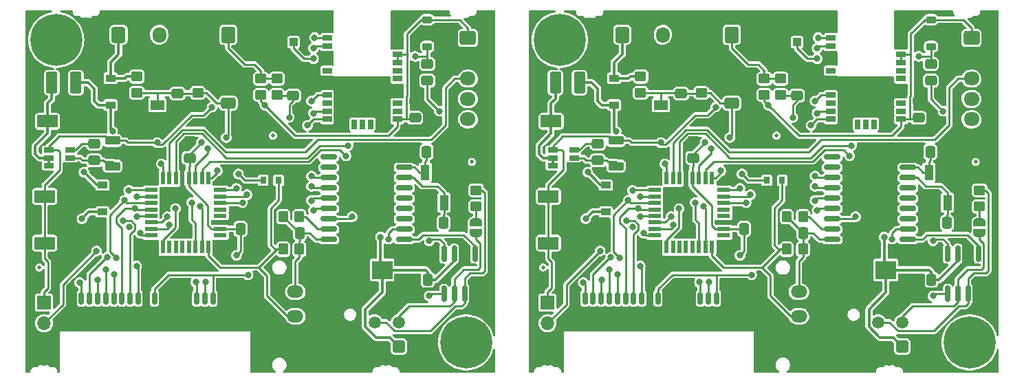
<source format=gbr>
%TF.GenerationSoftware,KiCad,Pcbnew,7.0.5-0*%
%TF.CreationDate,2023-06-16T19:55:47+02:00*%
%TF.ProjectId,SmartDisplay,536d6172-7444-4697-9370-6c61792e6b69,rev?*%
%TF.SameCoordinates,Original*%
%TF.FileFunction,Copper,L1,Top*%
%TF.FilePolarity,Positive*%
%FSLAX46Y46*%
G04 Gerber Fmt 4.6, Leading zero omitted, Abs format (unit mm)*
G04 Created by KiCad (PCBNEW 7.0.5-0) date 2023-06-16 19:55:47*
%MOMM*%
%LPD*%
G01*
G04 APERTURE LIST*
G04 Aperture macros list*
%AMRoundRect*
0 Rectangle with rounded corners*
0 $1 Rounding radius*
0 $2 $3 $4 $5 $6 $7 $8 $9 X,Y pos of 4 corners*
0 Add a 4 corners polygon primitive as box body*
4,1,4,$2,$3,$4,$5,$6,$7,$8,$9,$2,$3,0*
0 Add four circle primitives for the rounded corners*
1,1,$1+$1,$2,$3*
1,1,$1+$1,$4,$5*
1,1,$1+$1,$6,$7*
1,1,$1+$1,$8,$9*
0 Add four rect primitives between the rounded corners*
20,1,$1+$1,$2,$3,$4,$5,0*
20,1,$1+$1,$4,$5,$6,$7,0*
20,1,$1+$1,$6,$7,$8,$9,0*
20,1,$1+$1,$8,$9,$2,$3,0*%
%AMFreePoly0*
4,1,19,0.000000,0.744911,0.071157,0.744911,0.207708,0.704816,0.327430,0.627875,0.420627,0.520320,0.479746,0.390866,0.500000,0.250000,0.500000,-0.250000,0.479746,-0.390866,0.420627,-0.520320,0.327430,-0.627875,0.207708,-0.704816,0.071157,-0.744911,0.000000,-0.744911,0.000000,-0.750000,-0.500000,-0.750000,-0.500000,0.750000,0.000000,0.750000,0.000000,0.744911,0.000000,0.744911,
$1*%
%AMFreePoly1*
4,1,19,0.500000,-0.750000,0.000000,-0.750000,0.000000,-0.744911,-0.071157,-0.744911,-0.207708,-0.704816,-0.327430,-0.627875,-0.420627,-0.520320,-0.479746,-0.390866,-0.500000,-0.250000,-0.500000,0.250000,-0.479746,0.390866,-0.420627,0.520320,-0.327430,0.627875,-0.207708,0.704816,-0.071157,0.744911,0.000000,0.744911,0.000000,0.750000,0.500000,0.750000,0.500000,-0.750000,0.500000,-0.750000,
$1*%
G04 Aperture macros list end*
%TA.AperFunction,ComponentPad*%
%ADD10C,0.800000*%
%TD*%
%TA.AperFunction,ComponentPad*%
%ADD11C,6.400000*%
%TD*%
%TA.AperFunction,SMDPad,CuDef*%
%ADD12R,0.711200X1.143000*%
%TD*%
%TA.AperFunction,SMDPad,CuDef*%
%ADD13R,1.143000X0.711200*%
%TD*%
%TA.AperFunction,SMDPad,CuDef*%
%ADD14RoundRect,0.250000X-0.337500X-0.475000X0.337500X-0.475000X0.337500X0.475000X-0.337500X0.475000X0*%
%TD*%
%TA.AperFunction,SMDPad,CuDef*%
%ADD15RoundRect,0.249999X0.450001X-0.350001X0.450001X0.350001X-0.450001X0.350001X-0.450001X-0.350001X0*%
%TD*%
%TA.AperFunction,SMDPad,CuDef*%
%ADD16RoundRect,0.250000X0.350000X0.650000X-0.350000X0.650000X-0.350000X-0.650000X0.350000X-0.650000X0*%
%TD*%
%TA.AperFunction,SMDPad,CuDef*%
%ADD17RoundRect,0.150000X0.150000X0.625000X-0.150000X0.625000X-0.150000X-0.625000X0.150000X-0.625000X0*%
%TD*%
%TA.AperFunction,SMDPad,CuDef*%
%ADD18C,0.500000*%
%TD*%
%TA.AperFunction,SMDPad,CuDef*%
%ADD19RoundRect,0.250000X0.475000X-0.337500X0.475000X0.337500X-0.475000X0.337500X-0.475000X-0.337500X0*%
%TD*%
%TA.AperFunction,SMDPad,CuDef*%
%ADD20R,0.800000X0.900000*%
%TD*%
%TA.AperFunction,SMDPad,CuDef*%
%ADD21R,1.200000X0.900000*%
%TD*%
%TA.AperFunction,SMDPad,CuDef*%
%ADD22RoundRect,0.250000X-0.462500X-1.075000X0.462500X-1.075000X0.462500X1.075000X-0.462500X1.075000X0*%
%TD*%
%TA.AperFunction,SMDPad,CuDef*%
%ADD23RoundRect,0.249999X-0.350001X-0.450001X0.350001X-0.450001X0.350001X0.450001X-0.350001X0.450001X0*%
%TD*%
%TA.AperFunction,SMDPad,CuDef*%
%ADD24R,1.050000X2.200000*%
%TD*%
%TA.AperFunction,SMDPad,CuDef*%
%ADD25R,1.000000X1.000000*%
%TD*%
%TA.AperFunction,ComponentPad*%
%ADD26O,1.950000X1.700000*%
%TD*%
%TA.AperFunction,ComponentPad*%
%ADD27RoundRect,0.250000X-0.725000X0.600000X-0.725000X-0.600000X0.725000X-0.600000X0.725000X0.600000X0*%
%TD*%
%TA.AperFunction,SMDPad,CuDef*%
%ADD28RoundRect,0.249999X-0.450001X0.350001X-0.450001X-0.350001X0.450001X-0.350001X0.450001X0.350001X0*%
%TD*%
%TA.AperFunction,SMDPad,CuDef*%
%ADD29RoundRect,0.250000X0.700000X-0.275000X0.700000X0.275000X-0.700000X0.275000X-0.700000X-0.275000X0*%
%TD*%
%TA.AperFunction,SMDPad,CuDef*%
%ADD30RoundRect,0.250000X-1.050000X-0.550000X1.050000X-0.550000X1.050000X0.550000X-1.050000X0.550000X0*%
%TD*%
%TA.AperFunction,ComponentPad*%
%ADD31O,1.700000X1.950000*%
%TD*%
%TA.AperFunction,ComponentPad*%
%ADD32RoundRect,0.250000X-0.600000X-0.725000X0.600000X-0.725000X0.600000X0.725000X-0.600000X0.725000X0*%
%TD*%
%TA.AperFunction,SMDPad,CuDef*%
%ADD33FreePoly0,270.000000*%
%TD*%
%TA.AperFunction,SMDPad,CuDef*%
%ADD34FreePoly1,270.000000*%
%TD*%
%TA.AperFunction,ComponentPad*%
%ADD35C,1.500000*%
%TD*%
%TA.AperFunction,ComponentPad*%
%ADD36RoundRect,0.250000X0.500000X0.500000X-0.500000X0.500000X-0.500000X-0.500000X0.500000X-0.500000X0*%
%TD*%
%TA.AperFunction,ComponentPad*%
%ADD37O,1.700000X1.700000*%
%TD*%
%TA.AperFunction,ComponentPad*%
%ADD38R,1.700000X1.700000*%
%TD*%
%TA.AperFunction,SMDPad,CuDef*%
%ADD39RoundRect,0.225000X-0.375000X0.225000X-0.375000X-0.225000X0.375000X-0.225000X0.375000X0.225000X0*%
%TD*%
%TA.AperFunction,SMDPad,CuDef*%
%ADD40RoundRect,0.249997X0.650003X-0.412503X0.650003X0.412503X-0.650003X0.412503X-0.650003X-0.412503X0*%
%TD*%
%TA.AperFunction,ComponentPad*%
%ADD41O,2.020000X1.500000*%
%TD*%
%TA.AperFunction,ComponentPad*%
%ADD42RoundRect,0.250000X0.760000X-0.500000X0.760000X0.500000X-0.760000X0.500000X-0.760000X-0.500000X0*%
%TD*%
%TA.AperFunction,SMDPad,CuDef*%
%ADD43R,1.220000X0.650000*%
%TD*%
%TA.AperFunction,SMDPad,CuDef*%
%ADD44RoundRect,0.150000X0.875000X0.150000X-0.875000X0.150000X-0.875000X-0.150000X0.875000X-0.150000X0*%
%TD*%
%TA.AperFunction,ComponentPad*%
%ADD45O,1.700000X2.000000*%
%TD*%
%TA.AperFunction,ComponentPad*%
%ADD46RoundRect,0.250000X-0.600000X-0.750000X0.600000X-0.750000X0.600000X0.750000X-0.600000X0.750000X0*%
%TD*%
%TA.AperFunction,SMDPad,CuDef*%
%ADD47R,1.700000X1.300000*%
%TD*%
%TA.AperFunction,SMDPad,CuDef*%
%ADD48R,2.500000X2.300000*%
%TD*%
%TA.AperFunction,SMDPad,CuDef*%
%ADD49RoundRect,0.150000X-0.150000X0.825000X-0.150000X-0.825000X0.150000X-0.825000X0.150000X0.825000X0*%
%TD*%
%TA.AperFunction,SMDPad,CuDef*%
%ADD50R,0.550000X1.600000*%
%TD*%
%TA.AperFunction,SMDPad,CuDef*%
%ADD51R,1.600000X0.550000*%
%TD*%
%TA.AperFunction,SMDPad,CuDef*%
%ADD52R,1.100000X1.900000*%
%TD*%
%TA.AperFunction,SMDPad,CuDef*%
%ADD53RoundRect,0.250000X0.337500X0.475000X-0.337500X0.475000X-0.337500X-0.475000X0.337500X-0.475000X0*%
%TD*%
%TA.AperFunction,ViaPad*%
%ADD54C,0.800000*%
%TD*%
%TA.AperFunction,Conductor*%
%ADD55C,0.250000*%
%TD*%
%TA.AperFunction,Conductor*%
%ADD56C,0.350000*%
%TD*%
G04 APERTURE END LIST*
D10*
%TO.P,H1,1,1*%
%TO.N,unconnected-(H1-Pad1)*%
X138000000Y-39589000D03*
X137297056Y-41286056D03*
X137297056Y-37891944D03*
X135600000Y-41989000D03*
D11*
X135600000Y-39589000D03*
D10*
X135600000Y-37189000D03*
X133902944Y-41286056D03*
X133902944Y-37891944D03*
X133200000Y-39589000D03*
%TD*%
D12*
%TO.P,U5,31,GND*%
%TO.N,GND*%
X175290001Y-49960002D03*
%TO.P,U5,30,LNA_EN*%
%TO.N,unconnected-(U5-LNA_EN-Pad30)*%
X174290001Y-49960002D03*
%TO.P,U5,29,TIMEPULSE*%
%TO.N,unconnected-(U5-TIMEPULSE-Pad29)*%
X173290000Y-49960002D03*
%TO.P,U5,28,RESERVED*%
%TO.N,unconnected-(U5-RESERVED-Pad28)*%
X172289999Y-49960002D03*
%TO.P,U5,27,GND*%
%TO.N,GND*%
X171289999Y-49960002D03*
D13*
%TO.P,U5,26,RXD/_SPI_MOSI*%
%TO.N,GPS_RXD*%
X168965000Y-49360001D03*
%TO.P,U5,25,TXD/_SPI_MISO*%
%TO.N,GPS_TXD*%
X168965000Y-48360000D03*
%TO.P,U5,24,SAFEBOOT_N*%
%TO.N,unconnected-(U5-SAFEBOOT_N-Pad24)*%
X168965000Y-47360000D03*
%TO.P,U5,23,RESET_N*%
%TO.N,GPS_RESET*%
X168965000Y-46359999D03*
%TO.P,U5,22,GND*%
%TO.N,GND*%
X168965000Y-45360001D03*
%TO.P,U5,21,GND*%
X168965000Y-44360001D03*
%TO.P,U5,20,D_SEL*%
%TO.N,unconnected-(U5-D_SEL-Pad20)*%
X168965000Y-43360000D03*
%TO.P,U5,19,GND*%
%TO.N,GND*%
X168965000Y-42359999D03*
%TO.P,U5,18,GND*%
X168965000Y-41359999D03*
%TO.P,U5,17,RF_IN*%
%TO.N,Net-(U5-RF_IN)*%
X168965000Y-40360001D03*
%TO.P,U5,16,RF_OUT*%
%TO.N,Net-(U5-RF_OUT)*%
X168965000Y-39360000D03*
%TO.P,U5,15,GND*%
%TO.N,GND*%
X168965000Y-38360000D03*
%TO.P,U5,14,GND*%
X168965000Y-37359999D03*
%TO.P,U5,13,GND*%
X177615000Y-37359999D03*
%TO.P,U5,12,GND*%
X177615000Y-38360000D03*
%TO.P,U5,11,GND*%
X177615000Y-39360000D03*
%TO.P,U5,10,GND*%
X177615000Y-40360001D03*
%TO.P,U5,9,VCC*%
%TO.N,+3V3*%
X177615000Y-41359999D03*
%TO.P,U5,8,V_BCKP*%
X177615000Y-42359999D03*
%TO.P,U5,7,EXTINT*%
%TO.N,unconnected-(U5-EXTINT-Pad7)*%
X177615000Y-43360000D03*
%TO.P,U5,6,SCL/_SPI_CLK*%
%TO.N,unconnected-(U5-SCL{slash}_SPI_CLK-Pad6)*%
X177615000Y-44360001D03*
%TO.P,U5,5,GND*%
%TO.N,GND*%
X177615000Y-45360001D03*
%TO.P,U5,4,GND*%
X177615000Y-46359999D03*
%TO.P,U5,3,SDA/_SPI_CS_N*%
%TO.N,unconnected-(U5-SDA{slash}_SPI_CS_N-Pad3)*%
X177615000Y-47360000D03*
%TO.P,U5,2,Reserved*%
%TO.N,unconnected-(U5-Reserved-Pad2)*%
X177615000Y-48360000D03*
%TO.P,U5,1,VCC_IO*%
%TO.N,+3V3*%
X177615000Y-49360001D03*
%TD*%
D14*
%TO.P,C7,2*%
%TO.N,GND*%
X183290000Y-53360000D03*
%TO.P,C7,1*%
%TO.N,Net-(U3-OSC1)*%
X181215000Y-53360000D03*
%TD*%
D15*
%TO.P,R2,2*%
%TO.N,CANH*%
X187290000Y-58110000D03*
%TO.P,R2,1*%
%TO.N,Net-(JP2-Pad1)*%
X187290000Y-60110000D03*
%TD*%
D16*
%TO.P,J3,MP,MountPin*%
%TO.N,GND*%
X151600000Y-73920000D03*
X157200000Y-73920000D03*
D17*
%TO.P,J3,4,Pin_4*%
%TO.N,SCL*%
X152900000Y-71395000D03*
%TO.P,J3,3,Pin_3*%
%TO.N,SDA*%
X153900000Y-71395000D03*
%TO.P,J3,2,Pin_2*%
%TO.N,+3V3*%
X154900000Y-71395000D03*
%TO.P,J3,1,Pin_1*%
%TO.N,GND*%
X155900000Y-71395000D03*
%TD*%
D18*
%TO.P,FID2,*%
%TO.N,*%
X133540000Y-67610000D03*
%TD*%
D19*
%TO.P,C12,2*%
%TO.N,RESET*%
X181290000Y-42535000D03*
%TO.P,C12,1*%
%TO.N,Net-(J6-Pin_5)*%
X181290000Y-44610000D03*
%TD*%
D20*
%TO.P,D3,3,A*%
%TO.N,GND*%
X162040000Y-58860000D03*
%TO.P,D3,2,K*%
%TO.N,A4*%
X161090000Y-56860000D03*
%TO.P,D3,1,K*%
%TO.N,1WIRE*%
X162990000Y-56860000D03*
%TD*%
D18*
%TO.P,FID1,*%
%TO.N,*%
X162290000Y-51360000D03*
%TD*%
%TO.P,FID3,*%
%TO.N,*%
X186790000Y-54610000D03*
%TD*%
D14*
%TO.P,C5,2*%
%TO.N,+5V*%
X181365000Y-69110000D03*
%TO.P,C5,1*%
%TO.N,GND*%
X179290000Y-69110000D03*
%TD*%
D21*
%TO.P,D5,2,A*%
%TO.N,+5V*%
X141290000Y-60760000D03*
%TO.P,D5,1,K*%
%TO.N,Net-(D5-K)*%
X141290000Y-57460000D03*
%TD*%
D22*
%TO.P,F1,2*%
%TO.N,Net-(D5-K)*%
X138040000Y-44860000D03*
%TO.P,F1,1*%
%TO.N,Net-(U4-EN)*%
X135065000Y-44860000D03*
%TD*%
D23*
%TO.P,R3,2*%
%TO.N,Net-(U3-~{RESET})*%
X165540000Y-61360000D03*
%TO.P,R3,1*%
%TO.N,+3V3*%
X163540000Y-61360000D03*
%TD*%
%TO.P,R8,2*%
%TO.N,+3V3*%
X165540000Y-65360000D03*
%TO.P,R8,1*%
%TO.N,1WIRE*%
X163540000Y-65360000D03*
%TD*%
D19*
%TO.P,C15,2*%
%TO.N,GND*%
X179790000Y-47110000D03*
%TO.P,C15,1*%
%TO.N,+3V3*%
X179790000Y-49185000D03*
%TD*%
D24*
%TO.P,X1,2,GND*%
%TO.N,GND*%
X166290000Y-38360000D03*
D25*
X164815000Y-36860000D03*
D24*
X163340000Y-38360000D03*
D25*
%TO.P,X1,1,SIGNAL*%
%TO.N,Net-(X1-SIGNAL)*%
X164815000Y-39860000D03*
%TD*%
D26*
%TO.P,J6,5,Pin_5*%
%TO.N,Net-(J6-Pin_5)*%
X186290000Y-49360000D03*
%TO.P,J6,4,Pin_4*%
%TO.N,TXD*%
X186290000Y-46860000D03*
%TO.P,J6,3,Pin_3*%
%TO.N,RXD*%
X186290000Y-44360000D03*
%TO.P,J6,2,Pin_2*%
%TO.N,GND*%
X186290000Y-41860000D03*
D27*
%TO.P,J6,1,Pin_1*%
%TO.N,+3V3*%
X186290000Y-39360000D03*
%TD*%
D28*
%TO.P,R4,2*%
%TO.N,KEY*%
X162790000Y-46360000D03*
%TO.P,R4,1*%
%TO.N,Net-(J2-Pin_1)*%
X162790000Y-44360000D03*
%TD*%
D29*
%TO.P,L1,2*%
%TO.N,+3V3*%
X142540000Y-51972500D03*
%TO.P,L1,1*%
%TO.N,Net-(U4-SW)*%
X142540000Y-55122500D03*
%TD*%
D19*
%TO.P,C10,2*%
%TO.N,GND*%
X150540000Y-44097500D03*
%TO.P,C10,1*%
%TO.N,A4*%
X150540000Y-46172500D03*
%TD*%
D14*
%TO.P,C1,2*%
%TO.N,+3V3*%
X165615000Y-63360000D03*
%TO.P,C1,1*%
%TO.N,GND*%
X163540000Y-63360000D03*
%TD*%
D30*
%TO.P,C3,2*%
%TO.N,GND*%
X138140000Y-49610000D03*
%TO.P,C3,1*%
%TO.N,Net-(U4-EN)*%
X134540000Y-49610000D03*
%TD*%
D31*
%TO.P,J4,4,Pin_4*%
%TO.N,GND*%
X150790000Y-38954000D03*
%TO.P,J4,3,Pin_3*%
%TO.N,INSTR.BEL*%
X148290000Y-38954000D03*
%TO.P,J4,2,Pin_2*%
%TO.N,GND*%
X145790000Y-38954000D03*
D32*
%TO.P,J4,1,Pin_1*%
%TO.N,+12V*%
X143290000Y-38954000D03*
%TD*%
D14*
%TO.P,C2,2*%
%TO.N,GND*%
X160365000Y-62860000D03*
%TO.P,C2,1*%
%TO.N,+3V3*%
X158290000Y-62860000D03*
%TD*%
D19*
%TO.P,C4,2*%
%TO.N,Net-(U4-BST)*%
X140290000Y-52360000D03*
%TO.P,C4,1*%
%TO.N,Net-(U4-SW)*%
X140290000Y-54435000D03*
%TD*%
%TO.P,C6,2*%
%TO.N,GND*%
X152040000Y-52035000D03*
%TO.P,C6,1*%
%TO.N,+3V3*%
X152040000Y-54110000D03*
%TD*%
D30*
%TO.P,C14,2*%
%TO.N,GND*%
X137790000Y-64610000D03*
%TO.P,C14,1*%
%TO.N,+3V3*%
X134190000Y-64610000D03*
%TD*%
D28*
%TO.P,R5,2*%
%TO.N,+3V3*%
X160790000Y-46360000D03*
%TO.P,R5,1*%
%TO.N,Net-(J2-Pin_1)*%
X160790000Y-44360000D03*
%TD*%
D33*
%TO.P,JP2,2,2*%
%TO.N,CANL*%
X187290000Y-63360000D03*
D34*
%TO.P,JP2,1,1*%
%TO.N,Net-(JP2-Pad1)*%
X187290000Y-62060000D03*
%TD*%
D16*
%TO.P,J9,MP,MountPin*%
%TO.N,GND*%
X137400000Y-73920000D03*
X149000000Y-73920000D03*
D17*
%TO.P,J9,10,Pin_10*%
%TO.N,INSTR.BEL*%
X138700000Y-71395000D03*
%TO.P,J9,9,Pin_9*%
%TO.N,D25*%
X139700000Y-71395000D03*
%TO.P,J9,8,Pin_8*%
%TO.N,D24*%
X140700000Y-71395000D03*
%TO.P,J9,7,Pin_7*%
%TO.N,D23*%
X141700000Y-71395000D03*
%TO.P,J9,6,Pin_6*%
%TO.N,D22*%
X142700000Y-71395000D03*
%TO.P,J9,5,Pin_5*%
%TO.N,SCK*%
X143700000Y-71395000D03*
%TO.P,J9,4,Pin_4*%
%TO.N,MOSI*%
X144700000Y-71395000D03*
%TO.P,J9,3,Pin_3*%
%TO.N,MISO*%
X145700000Y-71395000D03*
%TO.P,J9,2,Pin_2*%
%TO.N,GND*%
X146700000Y-71395000D03*
%TO.P,J9,1,Pin_1*%
%TO.N,+3V3*%
X147700000Y-71395000D03*
%TD*%
D21*
%TO.P,D6,2,A*%
%TO.N,+12V*%
X142290000Y-44310000D03*
%TO.P,D6,1,K*%
%TO.N,Net-(D5-K)*%
X142290000Y-47610000D03*
%TD*%
D19*
%TO.P,C9,2*%
%TO.N,GND*%
X164790000Y-44360000D03*
%TO.P,C9,1*%
%TO.N,KEY*%
X164790000Y-46435000D03*
%TD*%
D35*
%TO.P,J1,4,Pin_4*%
%TO.N,CANH*%
X174790000Y-74360000D03*
%TO.P,J1,3,Pin_3*%
%TO.N,CANL*%
X177790000Y-74360000D03*
%TO.P,J1,2,Pin_2*%
%TO.N,GND*%
X174790000Y-77360000D03*
D36*
%TO.P,J1,1,Pin_1*%
%TO.N,+5V*%
X177790000Y-77360000D03*
%TD*%
D37*
%TO.P,J5,3,Pin_3*%
%TO.N,GND*%
X134100000Y-77020000D03*
%TO.P,J5,2,Pin_2*%
%TO.N,UPDI*%
X134100000Y-74480000D03*
D38*
%TO.P,J5,1,Pin_1*%
%TO.N,+3V3*%
X134100000Y-71940000D03*
%TD*%
D39*
%TO.P,D1,2,A*%
%TO.N,RESET*%
X181290000Y-40410000D03*
%TO.P,D1,1,K*%
%TO.N,+3V3*%
X181290000Y-37110000D03*
%TD*%
D15*
%TO.P,R7,2*%
%TO.N,GND*%
X153040000Y-44110000D03*
%TO.P,R7,1*%
%TO.N,A4*%
X153040000Y-46110000D03*
%TD*%
D10*
%TO.P,H2,1,1*%
%TO.N,unconnected-(H2-Pad1)*%
X188465056Y-76846056D03*
X187762112Y-78543112D03*
X187762112Y-75149000D03*
X186065056Y-79246056D03*
D11*
X186065056Y-76846056D03*
D10*
X186065056Y-74446056D03*
X184368000Y-78543112D03*
X184368000Y-75149000D03*
X183665056Y-76846056D03*
%TD*%
D40*
%TO.P,C11,2*%
%TO.N,GND*%
X156790000Y-44235000D03*
%TO.P,C11,1*%
%TO.N,A4*%
X156790000Y-47360000D03*
%TD*%
D41*
%TO.P,J8,3,Pin_3*%
%TO.N,+3V3*%
X165040000Y-70610000D03*
%TO.P,J8,2,Pin_2*%
%TO.N,1WIRE*%
X165040000Y-73610000D03*
D42*
%TO.P,J8,1,Pin_1*%
%TO.N,GND*%
X165040000Y-76610000D03*
%TD*%
D43*
%TO.P,U4,6,BST*%
%TO.N,Net-(U4-BST)*%
X137350000Y-53160000D03*
%TO.P,U4,5,SW*%
%TO.N,Net-(U4-SW)*%
X137350000Y-54110000D03*
%TO.P,U4,4,GND*%
%TO.N,GND*%
X137350000Y-55060000D03*
%TO.P,U4,3,IN*%
%TO.N,Net-(U4-EN)*%
X134730000Y-55060000D03*
%TO.P,U4,2,EN*%
X134730000Y-54110000D03*
%TO.P,U4,1,FB*%
%TO.N,+3V3*%
X134730000Y-53160000D03*
%TD*%
D15*
%TO.P,R6,2*%
%TO.N,+12V*%
X145540000Y-44110000D03*
%TO.P,R6,1*%
%TO.N,A4*%
X145540000Y-46110000D03*
%TD*%
D44*
%TO.P,U3,18,VDD*%
%TO.N,+3V3*%
X169140000Y-64170000D03*
%TO.P,U3,17,~{RESET}*%
%TO.N,Net-(U3-~{RESET})*%
X169140000Y-62900000D03*
%TO.P,U3,16,~{CS}*%
%TO.N,SS*%
X169140000Y-61630000D03*
%TO.P,U3,15,SO*%
%TO.N,MISO*%
X169140000Y-60360000D03*
%TO.P,U3,14,SI*%
%TO.N,MOSI*%
X169140000Y-59090000D03*
%TO.P,U3,13,SCK*%
%TO.N,SCK*%
X169140000Y-57820000D03*
%TO.P,U3,12,~{INT}*%
%TO.N,INT_CAN*%
X169140000Y-56550000D03*
%TO.P,U3,11,~{RX0BF}*%
%TO.N,unconnected-(U3-~{RX0BF}-Pad11)*%
X169140000Y-55280000D03*
%TO.P,U3,10,~{RX1BF}*%
%TO.N,unconnected-(U3-~{RX1BF}-Pad10)*%
X169140000Y-54010000D03*
%TO.P,U3,9,VSS*%
%TO.N,GND*%
X178440000Y-54010000D03*
%TO.P,U3,8,OSC1*%
%TO.N,Net-(U3-OSC1)*%
X178440000Y-55280000D03*
%TO.P,U3,7,OSC2*%
%TO.N,Net-(U3-OSC2)*%
X178440000Y-56550000D03*
%TO.P,U3,6,~{TX2RTS}*%
%TO.N,unconnected-(U3-~{TX2RTS}-Pad6)*%
X178440000Y-57820000D03*
%TO.P,U3,5,~{TX1RTS}*%
%TO.N,unconnected-(U3-~{TX1RTS}-Pad5)*%
X178440000Y-59090000D03*
%TO.P,U3,4,~{TX0RTS}*%
%TO.N,unconnected-(U3-~{TX0RTS}-Pad4)*%
X178440000Y-60360000D03*
%TO.P,U3,3,CLKOUT/SOF*%
%TO.N,unconnected-(U3-CLKOUT{slash}SOF-Pad3)*%
X178440000Y-61630000D03*
%TO.P,U3,2,RXCAN*%
%TO.N,Net-(U2-RXD)*%
X178440000Y-62900000D03*
%TO.P,U3,1,TXCAN*%
%TO.N,Net-(U2-TXD)*%
X178440000Y-64170000D03*
%TD*%
D45*
%TO.P,J2,2,Pin_2*%
%TO.N,GND*%
X159290000Y-38954000D03*
D46*
%TO.P,J2,1,Pin_1*%
%TO.N,Net-(J2-Pin_1)*%
X156790000Y-38954000D03*
%TD*%
D47*
%TO.P,D4,2,A*%
%TO.N,GND*%
X148040000Y-44110000D03*
%TO.P,D4,1,K*%
%TO.N,A4*%
X148040000Y-47610000D03*
%TD*%
D48*
%TO.P,D2,2,A2*%
%TO.N,GND*%
X171432000Y-67910000D03*
%TO.P,D2,1,A1*%
%TO.N,+5V*%
X175732000Y-67910000D03*
%TD*%
D49*
%TO.P,U2,8,STBY*%
%TO.N,GND*%
X187162000Y-70860000D03*
%TO.P,U2,7,CANH*%
%TO.N,CANH*%
X185892000Y-70860000D03*
%TO.P,U2,6,CANL*%
%TO.N,CANL*%
X184622000Y-70860000D03*
%TO.P,U2,5,Vio*%
%TO.N,+3V3*%
X183352000Y-70860000D03*
%TO.P,U2,4,RXD*%
%TO.N,Net-(U2-RXD)*%
X183352000Y-65910000D03*
%TO.P,U2,3,VDD*%
%TO.N,+5V*%
X184622000Y-65910000D03*
%TO.P,U2,2,VSS*%
%TO.N,GND*%
X185892000Y-65910000D03*
%TO.P,U2,1,TXD*%
%TO.N,Net-(U2-TXD)*%
X187162000Y-65910000D03*
%TD*%
D30*
%TO.P,C13,2*%
%TO.N,GND*%
X137790000Y-58860000D03*
%TO.P,C13,1*%
%TO.N,+3V3*%
X134190000Y-58860000D03*
%TD*%
D50*
%TO.P,U1,32,D2/SDA/PA2*%
%TO.N,SDA*%
X148740000Y-56610000D03*
%TO.P,U1,31,D1/RX0/PA1*%
%TO.N,RXD*%
X149540000Y-56610000D03*
%TO.P,U1,30,D0/TX0/PA0*%
%TO.N,TXD*%
X150340000Y-56610000D03*
%TO.P,U1,29,GND*%
%TO.N,GND*%
X151140000Y-56610000D03*
%TO.P,U1,28,VDD*%
%TO.N,+3V3*%
X151940000Y-56610000D03*
%TO.P,U1,27,UPDI*%
%TO.N,UPDI*%
X152740000Y-56610000D03*
%TO.P,U1,26,PF6/~{RESET}*%
%TO.N,RESET*%
X153540000Y-56610000D03*
%TO.P,U1,25,PF5*%
%TO.N,D25*%
X154340000Y-56610000D03*
D51*
%TO.P,U1,24,PF4*%
%TO.N,D24*%
X155790000Y-58060000D03*
%TO.P,U1,23,PF3*%
%TO.N,D23*%
X155790000Y-58860000D03*
%TO.P,U1,22,PF2*%
%TO.N,D22*%
X155790000Y-59660000D03*
%TO.P,U1,21,PF1/TOSC2*%
%TO.N,unconnected-(U1-PF1{slash}TOSC2-Pad21)*%
X155790000Y-60460000D03*
%TO.P,U1,20,PF0/TOSC1*%
%TO.N,unconnected-(U1-PF0{slash}TOSC1-Pad20)*%
X155790000Y-61260000D03*
%TO.P,U1,19,GND*%
%TO.N,GND*%
X155790000Y-62060000D03*
%TO.P,U1,18,AVDD*%
%TO.N,+3V3*%
X155790000Y-62860000D03*
%TO.P,U1,17,A7/PD7*%
%TO.N,AREF*%
X155790000Y-63660000D03*
D50*
%TO.P,U1,16,A6/PD6*%
%TO.N,1WIRE*%
X154340000Y-65110000D03*
%TO.P,U1,15,A5/PD5*%
%TO.N,KEY*%
X153540000Y-65110000D03*
%TO.P,U1,14,A4/PD4*%
%TO.N,A4*%
X152740000Y-65110000D03*
%TO.P,U1,13,A3/PD3*%
%TO.N,A3*%
X151940000Y-65110000D03*
%TO.P,U1,12,A2/PD2*%
%TO.N,A2*%
X151140000Y-65110000D03*
%TO.P,U1,11,A1/PD1*%
%TO.N,A1*%
X150340000Y-65110000D03*
%TO.P,U1,10,A0/PD0*%
%TO.N,A0*%
X149540000Y-65110000D03*
%TO.P,U1,9,D11/PC3*%
%TO.N,GPS_RESET*%
X148740000Y-65110000D03*
D51*
%TO.P,U1,8,D10/PC2*%
%TO.N,INT_CAN*%
X147290000Y-63660000D03*
%TO.P,U1,7,D9/RX1/PC1*%
%TO.N,GPS_TXD*%
X147290000Y-62860000D03*
%TO.P,U1,6,D8/TX1/PC0*%
%TO.N,GPS_RXD*%
X147290000Y-62060000D03*
%TO.P,U1,5,D7/SS/PA7*%
%TO.N,SS*%
X147290000Y-61260000D03*
%TO.P,U1,4,D6/SCK/PA6*%
%TO.N,SCK*%
X147290000Y-60460000D03*
%TO.P,U1,3,D5/MISO/PA5*%
%TO.N,MISO*%
X147290000Y-59660000D03*
%TO.P,U1,2,D4/MOSI/PA4*%
%TO.N,MOSI*%
X147290000Y-58860000D03*
%TO.P,U1,1,D3/SCL/PA3*%
%TO.N,SCL*%
X147290000Y-58060000D03*
%TD*%
D52*
%TO.P,Y2,4,4*%
%TO.N,GND*%
X183340000Y-55910000D03*
%TO.P,Y2,3,3*%
%TO.N,Net-(U3-OSC2)*%
X183340000Y-59610000D03*
%TO.P,Y2,2,2*%
%TO.N,GND*%
X181040000Y-59610000D03*
%TO.P,Y2,1,1*%
%TO.N,Net-(U3-OSC1)*%
X181040000Y-55910000D03*
%TD*%
D53*
%TO.P,C8,2*%
%TO.N,GND*%
X181215000Y-62110000D03*
%TO.P,C8,1*%
%TO.N,Net-(U3-OSC2)*%
X183290000Y-62110000D03*
%TD*%
D19*
%TO.P,C12,2*%
%TO.N,RESET*%
X119290000Y-42535000D03*
%TO.P,C12,1*%
%TO.N,Net-(J6-Pin_5)*%
X119290000Y-44610000D03*
%TD*%
D23*
%TO.P,R8,2*%
%TO.N,+3V3*%
X103540000Y-65360000D03*
%TO.P,R8,1*%
%TO.N,1WIRE*%
X101540000Y-65360000D03*
%TD*%
D10*
%TO.P,H1,1,1*%
%TO.N,unconnected-(H1-Pad1)*%
X76000000Y-39589000D03*
X75297056Y-41286056D03*
X75297056Y-37891944D03*
X73600000Y-41989000D03*
D11*
X73600000Y-39589000D03*
D10*
X73600000Y-37189000D03*
X71902944Y-41286056D03*
X71902944Y-37891944D03*
X71200000Y-39589000D03*
%TD*%
D23*
%TO.P,R3,2*%
%TO.N,Net-(U3-~{RESET})*%
X103540000Y-61360000D03*
%TO.P,R3,1*%
%TO.N,+3V3*%
X101540000Y-61360000D03*
%TD*%
D19*
%TO.P,C10,2*%
%TO.N,GND*%
X88540000Y-44097500D03*
%TO.P,C10,1*%
%TO.N,A4*%
X88540000Y-46172500D03*
%TD*%
%TO.P,C6,2*%
%TO.N,GND*%
X90040000Y-52035000D03*
%TO.P,C6,1*%
%TO.N,+3V3*%
X90040000Y-54110000D03*
%TD*%
D28*
%TO.P,R5,2*%
%TO.N,+3V3*%
X98790000Y-46360000D03*
%TO.P,R5,1*%
%TO.N,Net-(J2-Pin_1)*%
X98790000Y-44360000D03*
%TD*%
D15*
%TO.P,R6,2*%
%TO.N,+12V*%
X83540000Y-44110000D03*
%TO.P,R6,1*%
%TO.N,A4*%
X83540000Y-46110000D03*
%TD*%
D47*
%TO.P,D4,2,A*%
%TO.N,GND*%
X86040000Y-44110000D03*
%TO.P,D4,1,K*%
%TO.N,A4*%
X86040000Y-47610000D03*
%TD*%
D48*
%TO.P,D2,2,A2*%
%TO.N,GND*%
X109432000Y-67910000D03*
%TO.P,D2,1,A1*%
%TO.N,+5V*%
X113732000Y-67910000D03*
%TD*%
D52*
%TO.P,Y2,4,4*%
%TO.N,GND*%
X121340000Y-55910000D03*
%TO.P,Y2,3,3*%
%TO.N,Net-(U3-OSC2)*%
X121340000Y-59610000D03*
%TO.P,Y2,2,2*%
%TO.N,GND*%
X119040000Y-59610000D03*
%TO.P,Y2,1,1*%
%TO.N,Net-(U3-OSC1)*%
X119040000Y-55910000D03*
%TD*%
D53*
%TO.P,C8,2*%
%TO.N,GND*%
X119215000Y-62110000D03*
%TO.P,C8,1*%
%TO.N,Net-(U3-OSC2)*%
X121290000Y-62110000D03*
%TD*%
D33*
%TO.P,JP2,2,2*%
%TO.N,CANL*%
X125290000Y-63360000D03*
D34*
%TO.P,JP2,1,1*%
%TO.N,Net-(JP2-Pad1)*%
X125290000Y-62060000D03*
%TD*%
D14*
%TO.P,C5,2*%
%TO.N,+5V*%
X119365000Y-69110000D03*
%TO.P,C5,1*%
%TO.N,GND*%
X117290000Y-69110000D03*
%TD*%
D49*
%TO.P,U2,8,STBY*%
%TO.N,GND*%
X125162000Y-70860000D03*
%TO.P,U2,7,CANH*%
%TO.N,CANH*%
X123892000Y-70860000D03*
%TO.P,U2,6,CANL*%
%TO.N,CANL*%
X122622000Y-70860000D03*
%TO.P,U2,5,Vio*%
%TO.N,+3V3*%
X121352000Y-70860000D03*
%TO.P,U2,4,RXD*%
%TO.N,Net-(U2-RXD)*%
X121352000Y-65910000D03*
%TO.P,U2,3,VDD*%
%TO.N,+5V*%
X122622000Y-65910000D03*
%TO.P,U2,2,VSS*%
%TO.N,GND*%
X123892000Y-65910000D03*
%TO.P,U2,1,TXD*%
%TO.N,Net-(U2-TXD)*%
X125162000Y-65910000D03*
%TD*%
D10*
%TO.P,H2,1,1*%
%TO.N,unconnected-(H2-Pad1)*%
X126465056Y-76846056D03*
X125762112Y-78543112D03*
X125762112Y-75149000D03*
X124065056Y-79246056D03*
D11*
X124065056Y-76846056D03*
D10*
X124065056Y-74446056D03*
X122368000Y-78543112D03*
X122368000Y-75149000D03*
X121665056Y-76846056D03*
%TD*%
D15*
%TO.P,R2,2*%
%TO.N,CANH*%
X125290000Y-58110000D03*
%TO.P,R2,1*%
%TO.N,Net-(JP2-Pad1)*%
X125290000Y-60110000D03*
%TD*%
D14*
%TO.P,C1,2*%
%TO.N,+3V3*%
X103615000Y-63360000D03*
%TO.P,C1,1*%
%TO.N,GND*%
X101540000Y-63360000D03*
%TD*%
D45*
%TO.P,J2,2,Pin_2*%
%TO.N,GND*%
X97290000Y-38954000D03*
D46*
%TO.P,J2,1,Pin_1*%
%TO.N,Net-(J2-Pin_1)*%
X94790000Y-38954000D03*
%TD*%
D50*
%TO.P,U1,32,D2/SDA/PA2*%
%TO.N,SDA*%
X86740000Y-56610000D03*
%TO.P,U1,31,D1/RX0/PA1*%
%TO.N,RXD*%
X87540000Y-56610000D03*
%TO.P,U1,30,D0/TX0/PA0*%
%TO.N,TXD*%
X88340000Y-56610000D03*
%TO.P,U1,29,GND*%
%TO.N,GND*%
X89140000Y-56610000D03*
%TO.P,U1,28,VDD*%
%TO.N,+3V3*%
X89940000Y-56610000D03*
%TO.P,U1,27,UPDI*%
%TO.N,UPDI*%
X90740000Y-56610000D03*
%TO.P,U1,26,PF6/~{RESET}*%
%TO.N,RESET*%
X91540000Y-56610000D03*
%TO.P,U1,25,PF5*%
%TO.N,D25*%
X92340000Y-56610000D03*
D51*
%TO.P,U1,24,PF4*%
%TO.N,D24*%
X93790000Y-58060000D03*
%TO.P,U1,23,PF3*%
%TO.N,D23*%
X93790000Y-58860000D03*
%TO.P,U1,22,PF2*%
%TO.N,D22*%
X93790000Y-59660000D03*
%TO.P,U1,21,PF1/TOSC2*%
%TO.N,unconnected-(U1-PF1{slash}TOSC2-Pad21)*%
X93790000Y-60460000D03*
%TO.P,U1,20,PF0/TOSC1*%
%TO.N,unconnected-(U1-PF0{slash}TOSC1-Pad20)*%
X93790000Y-61260000D03*
%TO.P,U1,19,GND*%
%TO.N,GND*%
X93790000Y-62060000D03*
%TO.P,U1,18,AVDD*%
%TO.N,+3V3*%
X93790000Y-62860000D03*
%TO.P,U1,17,A7/PD7*%
%TO.N,AREF*%
X93790000Y-63660000D03*
D50*
%TO.P,U1,16,A6/PD6*%
%TO.N,1WIRE*%
X92340000Y-65110000D03*
%TO.P,U1,15,A5/PD5*%
%TO.N,KEY*%
X91540000Y-65110000D03*
%TO.P,U1,14,A4/PD4*%
%TO.N,A4*%
X90740000Y-65110000D03*
%TO.P,U1,13,A3/PD3*%
%TO.N,A3*%
X89940000Y-65110000D03*
%TO.P,U1,12,A2/PD2*%
%TO.N,A2*%
X89140000Y-65110000D03*
%TO.P,U1,11,A1/PD1*%
%TO.N,A1*%
X88340000Y-65110000D03*
%TO.P,U1,10,A0/PD0*%
%TO.N,A0*%
X87540000Y-65110000D03*
%TO.P,U1,9,D11/PC3*%
%TO.N,GPS_RESET*%
X86740000Y-65110000D03*
D51*
%TO.P,U1,8,D10/PC2*%
%TO.N,INT_CAN*%
X85290000Y-63660000D03*
%TO.P,U1,7,D9/RX1/PC1*%
%TO.N,GPS_TXD*%
X85290000Y-62860000D03*
%TO.P,U1,6,D8/TX1/PC0*%
%TO.N,GPS_RXD*%
X85290000Y-62060000D03*
%TO.P,U1,5,D7/SS/PA7*%
%TO.N,SS*%
X85290000Y-61260000D03*
%TO.P,U1,4,D6/SCK/PA6*%
%TO.N,SCK*%
X85290000Y-60460000D03*
%TO.P,U1,3,D5/MISO/PA5*%
%TO.N,MISO*%
X85290000Y-59660000D03*
%TO.P,U1,2,D4/MOSI/PA4*%
%TO.N,MOSI*%
X85290000Y-58860000D03*
%TO.P,U1,1,D3/SCL/PA3*%
%TO.N,SCL*%
X85290000Y-58060000D03*
%TD*%
D14*
%TO.P,C2,2*%
%TO.N,GND*%
X98365000Y-62860000D03*
%TO.P,C2,1*%
%TO.N,+3V3*%
X96290000Y-62860000D03*
%TD*%
D44*
%TO.P,U3,18,VDD*%
%TO.N,+3V3*%
X107140000Y-64170000D03*
%TO.P,U3,17,~{RESET}*%
%TO.N,Net-(U3-~{RESET})*%
X107140000Y-62900000D03*
%TO.P,U3,16,~{CS}*%
%TO.N,SS*%
X107140000Y-61630000D03*
%TO.P,U3,15,SO*%
%TO.N,MISO*%
X107140000Y-60360000D03*
%TO.P,U3,14,SI*%
%TO.N,MOSI*%
X107140000Y-59090000D03*
%TO.P,U3,13,SCK*%
%TO.N,SCK*%
X107140000Y-57820000D03*
%TO.P,U3,12,~{INT}*%
%TO.N,INT_CAN*%
X107140000Y-56550000D03*
%TO.P,U3,11,~{RX0BF}*%
%TO.N,unconnected-(U3-~{RX0BF}-Pad11)*%
X107140000Y-55280000D03*
%TO.P,U3,10,~{RX1BF}*%
%TO.N,unconnected-(U3-~{RX1BF}-Pad10)*%
X107140000Y-54010000D03*
%TO.P,U3,9,VSS*%
%TO.N,GND*%
X116440000Y-54010000D03*
%TO.P,U3,8,OSC1*%
%TO.N,Net-(U3-OSC1)*%
X116440000Y-55280000D03*
%TO.P,U3,7,OSC2*%
%TO.N,Net-(U3-OSC2)*%
X116440000Y-56550000D03*
%TO.P,U3,6,~{TX2RTS}*%
%TO.N,unconnected-(U3-~{TX2RTS}-Pad6)*%
X116440000Y-57820000D03*
%TO.P,U3,5,~{TX1RTS}*%
%TO.N,unconnected-(U3-~{TX1RTS}-Pad5)*%
X116440000Y-59090000D03*
%TO.P,U3,4,~{TX0RTS}*%
%TO.N,unconnected-(U3-~{TX0RTS}-Pad4)*%
X116440000Y-60360000D03*
%TO.P,U3,3,CLKOUT/SOF*%
%TO.N,unconnected-(U3-CLKOUT{slash}SOF-Pad3)*%
X116440000Y-61630000D03*
%TO.P,U3,2,RXCAN*%
%TO.N,Net-(U2-RXD)*%
X116440000Y-62900000D03*
%TO.P,U3,1,TXCAN*%
%TO.N,Net-(U2-TXD)*%
X116440000Y-64170000D03*
%TD*%
D15*
%TO.P,R7,2*%
%TO.N,GND*%
X91040000Y-44110000D03*
%TO.P,R7,1*%
%TO.N,A4*%
X91040000Y-46110000D03*
%TD*%
D22*
%TO.P,F1,2*%
%TO.N,Net-(D5-K)*%
X76040000Y-44860000D03*
%TO.P,F1,1*%
%TO.N,Net-(U4-EN)*%
X73065000Y-44860000D03*
%TD*%
D28*
%TO.P,R4,2*%
%TO.N,KEY*%
X100790000Y-46360000D03*
%TO.P,R4,1*%
%TO.N,Net-(J2-Pin_1)*%
X100790000Y-44360000D03*
%TD*%
D18*
%TO.P,FID2,*%
%TO.N,*%
X71540000Y-67610000D03*
%TD*%
%TO.P,FID3,*%
%TO.N,*%
X124790000Y-54610000D03*
%TD*%
D30*
%TO.P,C3,2*%
%TO.N,GND*%
X76140000Y-49610000D03*
%TO.P,C3,1*%
%TO.N,Net-(U4-EN)*%
X72540000Y-49610000D03*
%TD*%
D19*
%TO.P,C4,2*%
%TO.N,Net-(U4-BST)*%
X78290000Y-52360000D03*
%TO.P,C4,1*%
%TO.N,Net-(U4-SW)*%
X78290000Y-54435000D03*
%TD*%
D30*
%TO.P,C13,2*%
%TO.N,GND*%
X75790000Y-58860000D03*
%TO.P,C13,1*%
%TO.N,+3V3*%
X72190000Y-58860000D03*
%TD*%
%TO.P,C14,2*%
%TO.N,GND*%
X75790000Y-64610000D03*
%TO.P,C14,1*%
%TO.N,+3V3*%
X72190000Y-64610000D03*
%TD*%
D26*
%TO.P,J6,5,Pin_5*%
%TO.N,Net-(J6-Pin_5)*%
X124290000Y-49360000D03*
%TO.P,J6,4,Pin_4*%
%TO.N,TXD*%
X124290000Y-46860000D03*
%TO.P,J6,3,Pin_3*%
%TO.N,RXD*%
X124290000Y-44360000D03*
%TO.P,J6,2,Pin_2*%
%TO.N,GND*%
X124290000Y-41860000D03*
D27*
%TO.P,J6,1,Pin_1*%
%TO.N,+3V3*%
X124290000Y-39360000D03*
%TD*%
D29*
%TO.P,L1,2*%
%TO.N,+3V3*%
X80540000Y-51972500D03*
%TO.P,L1,1*%
%TO.N,Net-(U4-SW)*%
X80540000Y-55122500D03*
%TD*%
D35*
%TO.P,J1,4,Pin_4*%
%TO.N,CANH*%
X112790000Y-74360000D03*
%TO.P,J1,3,Pin_3*%
%TO.N,CANL*%
X115790000Y-74360000D03*
%TO.P,J1,2,Pin_2*%
%TO.N,GND*%
X112790000Y-77360000D03*
D36*
%TO.P,J1,1,Pin_1*%
%TO.N,+5V*%
X115790000Y-77360000D03*
%TD*%
D41*
%TO.P,J8,3,Pin_3*%
%TO.N,+3V3*%
X103040000Y-70610000D03*
%TO.P,J8,2,Pin_2*%
%TO.N,1WIRE*%
X103040000Y-73610000D03*
D42*
%TO.P,J8,1,Pin_1*%
%TO.N,GND*%
X103040000Y-76610000D03*
%TD*%
D14*
%TO.P,C7,2*%
%TO.N,GND*%
X121290000Y-53360000D03*
%TO.P,C7,1*%
%TO.N,Net-(U3-OSC1)*%
X119215000Y-53360000D03*
%TD*%
D31*
%TO.P,J4,4,Pin_4*%
%TO.N,GND*%
X88790000Y-38954000D03*
%TO.P,J4,3,Pin_3*%
%TO.N,INSTR.BEL*%
X86290000Y-38954000D03*
%TO.P,J4,2,Pin_2*%
%TO.N,GND*%
X83790000Y-38954000D03*
D32*
%TO.P,J4,1,Pin_1*%
%TO.N,+12V*%
X81290000Y-38954000D03*
%TD*%
D40*
%TO.P,C11,2*%
%TO.N,GND*%
X94790000Y-44235000D03*
%TO.P,C11,1*%
%TO.N,A4*%
X94790000Y-47360000D03*
%TD*%
D12*
%TO.P,U5,31,GND*%
%TO.N,GND*%
X113290001Y-49960002D03*
%TO.P,U5,30,LNA_EN*%
%TO.N,unconnected-(U5-LNA_EN-Pad30)*%
X112290001Y-49960002D03*
%TO.P,U5,29,TIMEPULSE*%
%TO.N,unconnected-(U5-TIMEPULSE-Pad29)*%
X111290000Y-49960002D03*
%TO.P,U5,28,RESERVED*%
%TO.N,unconnected-(U5-RESERVED-Pad28)*%
X110289999Y-49960002D03*
%TO.P,U5,27,GND*%
%TO.N,GND*%
X109289999Y-49960002D03*
D13*
%TO.P,U5,26,RXD/_SPI_MOSI*%
%TO.N,GPS_RXD*%
X106965000Y-49360001D03*
%TO.P,U5,25,TXD/_SPI_MISO*%
%TO.N,GPS_TXD*%
X106965000Y-48360000D03*
%TO.P,U5,24,SAFEBOOT_N*%
%TO.N,unconnected-(U5-SAFEBOOT_N-Pad24)*%
X106965000Y-47360000D03*
%TO.P,U5,23,RESET_N*%
%TO.N,GPS_RESET*%
X106965000Y-46359999D03*
%TO.P,U5,22,GND*%
%TO.N,GND*%
X106965000Y-45360001D03*
%TO.P,U5,21,GND*%
X106965000Y-44360001D03*
%TO.P,U5,20,D_SEL*%
%TO.N,unconnected-(U5-D_SEL-Pad20)*%
X106965000Y-43360000D03*
%TO.P,U5,19,GND*%
%TO.N,GND*%
X106965000Y-42359999D03*
%TO.P,U5,18,GND*%
X106965000Y-41359999D03*
%TO.P,U5,17,RF_IN*%
%TO.N,Net-(U5-RF_IN)*%
X106965000Y-40360001D03*
%TO.P,U5,16,RF_OUT*%
%TO.N,Net-(U5-RF_OUT)*%
X106965000Y-39360000D03*
%TO.P,U5,15,GND*%
%TO.N,GND*%
X106965000Y-38360000D03*
%TO.P,U5,14,GND*%
X106965000Y-37359999D03*
%TO.P,U5,13,GND*%
X115615000Y-37359999D03*
%TO.P,U5,12,GND*%
X115615000Y-38360000D03*
%TO.P,U5,11,GND*%
X115615000Y-39360000D03*
%TO.P,U5,10,GND*%
X115615000Y-40360001D03*
%TO.P,U5,9,VCC*%
%TO.N,+3V3*%
X115615000Y-41359999D03*
%TO.P,U5,8,V_BCKP*%
X115615000Y-42359999D03*
%TO.P,U5,7,EXTINT*%
%TO.N,unconnected-(U5-EXTINT-Pad7)*%
X115615000Y-43360000D03*
%TO.P,U5,6,SCL/_SPI_CLK*%
%TO.N,unconnected-(U5-SCL{slash}_SPI_CLK-Pad6)*%
X115615000Y-44360001D03*
%TO.P,U5,5,GND*%
%TO.N,GND*%
X115615000Y-45360001D03*
%TO.P,U5,4,GND*%
X115615000Y-46359999D03*
%TO.P,U5,3,SDA/_SPI_CS_N*%
%TO.N,unconnected-(U5-SDA{slash}_SPI_CS_N-Pad3)*%
X115615000Y-47360000D03*
%TO.P,U5,2,Reserved*%
%TO.N,unconnected-(U5-Reserved-Pad2)*%
X115615000Y-48360000D03*
%TO.P,U5,1,VCC_IO*%
%TO.N,+3V3*%
X115615000Y-49360001D03*
%TD*%
D19*
%TO.P,C9,2*%
%TO.N,GND*%
X102790000Y-44360000D03*
%TO.P,C9,1*%
%TO.N,KEY*%
X102790000Y-46435000D03*
%TD*%
D43*
%TO.P,U4,6,BST*%
%TO.N,Net-(U4-BST)*%
X75350000Y-53160000D03*
%TO.P,U4,5,SW*%
%TO.N,Net-(U4-SW)*%
X75350000Y-54110000D03*
%TO.P,U4,4,GND*%
%TO.N,GND*%
X75350000Y-55060000D03*
%TO.P,U4,3,IN*%
%TO.N,Net-(U4-EN)*%
X72730000Y-55060000D03*
%TO.P,U4,2,EN*%
X72730000Y-54110000D03*
%TO.P,U4,1,FB*%
%TO.N,+3V3*%
X72730000Y-53160000D03*
%TD*%
D19*
%TO.P,C15,2*%
%TO.N,GND*%
X117790000Y-47110000D03*
%TO.P,C15,1*%
%TO.N,+3V3*%
X117790000Y-49185000D03*
%TD*%
D24*
%TO.P,X1,2,GND*%
%TO.N,GND*%
X104290000Y-38360000D03*
D25*
X102815000Y-36860000D03*
D24*
X101340000Y-38360000D03*
D25*
%TO.P,X1,1,SIGNAL*%
%TO.N,Net-(X1-SIGNAL)*%
X102815000Y-39860000D03*
%TD*%
D18*
%TO.P,FID1,*%
%TO.N,*%
X100290000Y-51360000D03*
%TD*%
D20*
%TO.P,D3,3,A*%
%TO.N,GND*%
X100040000Y-58860000D03*
%TO.P,D3,2,K*%
%TO.N,A4*%
X99090000Y-56860000D03*
%TO.P,D3,1,K*%
%TO.N,1WIRE*%
X100990000Y-56860000D03*
%TD*%
D21*
%TO.P,D5,2,A*%
%TO.N,+5V*%
X79290000Y-60760000D03*
%TO.P,D5,1,K*%
%TO.N,Net-(D5-K)*%
X79290000Y-57460000D03*
%TD*%
%TO.P,D6,2,A*%
%TO.N,+12V*%
X80290000Y-44310000D03*
%TO.P,D6,1,K*%
%TO.N,Net-(D5-K)*%
X80290000Y-47610000D03*
%TD*%
D16*
%TO.P,J9,MP,MountPin*%
%TO.N,GND*%
X75400000Y-73920000D03*
X87000000Y-73920000D03*
D17*
%TO.P,J9,10,Pin_10*%
%TO.N,INSTR.BEL*%
X76700000Y-71395000D03*
%TO.P,J9,9,Pin_9*%
%TO.N,D25*%
X77700000Y-71395000D03*
%TO.P,J9,8,Pin_8*%
%TO.N,D24*%
X78700000Y-71395000D03*
%TO.P,J9,7,Pin_7*%
%TO.N,D23*%
X79700000Y-71395000D03*
%TO.P,J9,6,Pin_6*%
%TO.N,D22*%
X80700000Y-71395000D03*
%TO.P,J9,5,Pin_5*%
%TO.N,SCK*%
X81700000Y-71395000D03*
%TO.P,J9,4,Pin_4*%
%TO.N,MOSI*%
X82700000Y-71395000D03*
%TO.P,J9,3,Pin_3*%
%TO.N,MISO*%
X83700000Y-71395000D03*
%TO.P,J9,2,Pin_2*%
%TO.N,GND*%
X84700000Y-71395000D03*
%TO.P,J9,1,Pin_1*%
%TO.N,+3V3*%
X85700000Y-71395000D03*
%TD*%
D16*
%TO.P,J3,MP,MountPin*%
%TO.N,GND*%
X89600000Y-73920000D03*
X95200000Y-73920000D03*
D17*
%TO.P,J3,4,Pin_4*%
%TO.N,SCL*%
X90900000Y-71395000D03*
%TO.P,J3,3,Pin_3*%
%TO.N,SDA*%
X91900000Y-71395000D03*
%TO.P,J3,2,Pin_2*%
%TO.N,+3V3*%
X92900000Y-71395000D03*
%TO.P,J3,1,Pin_1*%
%TO.N,GND*%
X93900000Y-71395000D03*
%TD*%
D39*
%TO.P,D1,2,A*%
%TO.N,RESET*%
X119290000Y-40410000D03*
%TO.P,D1,1,K*%
%TO.N,+3V3*%
X119290000Y-37110000D03*
%TD*%
D37*
%TO.P,J5,3,Pin_3*%
%TO.N,GND*%
X72100000Y-77020000D03*
%TO.P,J5,2,Pin_2*%
%TO.N,UPDI*%
X72100000Y-74480000D03*
D38*
%TO.P,J5,1,Pin_1*%
%TO.N,+3V3*%
X72100000Y-71940000D03*
%TD*%
D54*
%TO.N,+3V3*%
X181540000Y-71110000D03*
%TO.N,SS*%
X172040000Y-61360000D03*
%TO.N,D25*%
X155438848Y-55711152D03*
%TO.N,SS*%
X145540000Y-61360000D03*
%TO.N,GND*%
X141290000Y-41610000D03*
%TO.N,UPDI*%
X154257280Y-52959989D03*
%TO.N,D24*%
X157790000Y-57860000D03*
%TO.N,GND*%
X139040000Y-57110000D03*
%TO.N,INT_CAN*%
X167040000Y-56360000D03*
%TO.N,+3V3*%
X148040000Y-52234989D03*
%TO.N,INSTR.BEL*%
X138500000Y-69470000D03*
%TO.N,+5V*%
X138790000Y-61610000D03*
%TO.N,GND*%
X139540000Y-47860000D03*
%TO.N,D22*%
X158540000Y-59610000D03*
%TO.N,MISO*%
X145500000Y-67420000D03*
%TO.N,GND*%
X182290000Y-67610000D03*
%TO.N,Net-(D5-K)*%
X139040000Y-55860000D03*
%TO.N,KEY*%
X164290000Y-49110000D03*
%TO.N,GND*%
X177290000Y-72110000D03*
%TO.N,Net-(D5-K)*%
X142545933Y-50851972D03*
%TO.N,D24*%
X140750000Y-69120000D03*
%TO.N,+3V3*%
X154790000Y-47860000D03*
%TO.N,INT_CAN*%
X145944563Y-63385000D03*
%TO.N,GND*%
X147090000Y-56710000D03*
%TO.N,D23*%
X159090631Y-58648769D03*
%TO.N,D22*%
X142700000Y-68420000D03*
%TO.N,GND*%
X180290000Y-62110000D03*
%TO.N,D25*%
X141877273Y-66346371D03*
%TO.N,MISO*%
X144027347Y-59347347D03*
%TO.N,+5V*%
X175540000Y-63860000D03*
%TO.N,GND*%
X145040000Y-41610000D03*
X144790000Y-48360000D03*
%TO.N,MOSI*%
X143823464Y-61893464D03*
%TO.N,RESET*%
X179790000Y-41610000D03*
%TO.N,GND*%
X157290000Y-55360000D03*
%TO.N,KEY*%
X153290000Y-60110000D03*
%TO.N,UPDI*%
X140573925Y-65582854D03*
%TO.N,Net-(U5-RF_OUT)*%
X167415002Y-39310000D03*
%TO.N,+3V3*%
X161290000Y-47610000D03*
%TO.N,MOSI*%
X145540000Y-58860000D03*
X167040000Y-59360000D03*
%TO.N,+3V3*%
X159222000Y-68520000D03*
X153490245Y-52234989D03*
%TO.N,SCK*%
X145290000Y-60360000D03*
%TO.N,GND*%
X166540000Y-45360000D03*
%TO.N,Net-(X1-SIGNAL)*%
X167290000Y-41910000D03*
%TO.N,SDA*%
X154000000Y-69420000D03*
%TO.N,TXD*%
X171540000Y-52585000D03*
%TO.N,SCL*%
X152800000Y-69420000D03*
%TO.N,GND*%
X165040000Y-47860000D03*
%TO.N,Net-(J6-Pin_5)*%
X182790000Y-48360000D03*
%TO.N,SCK*%
X144564999Y-62634999D03*
%TO.N,MISO*%
X142975500Y-66420000D03*
%TO.N,GND*%
X156040000Y-56860000D03*
%TO.N,D23*%
X141700000Y-67870000D03*
%TO.N,GND*%
X151090000Y-58710000D03*
%TO.N,+3V3*%
X157790000Y-66110000D03*
%TO.N,GND*%
X144540000Y-51110000D03*
%TO.N,SDA*%
X148540000Y-54860000D03*
%TO.N,GND*%
X160540000Y-66110000D03*
%TO.N,Net-(U5-RF_IN)*%
X167290000Y-40610000D03*
%TO.N,SCK*%
X167040000Y-57610000D03*
%TO.N,SCL*%
X144540000Y-58110000D03*
%TO.N,MISO*%
X167290000Y-60610000D03*
%TO.N,RESET*%
X171290000Y-53860000D03*
%TO.N,GPS_RXD*%
X166540000Y-50110000D03*
%TO.N,A4*%
X152290000Y-59610000D03*
X156540000Y-51610000D03*
X158040000Y-56110000D03*
%TO.N,Net-(U2-RXD)*%
X176540000Y-64110000D03*
X181540000Y-64335000D03*
%TO.N,GPS_RESET*%
X150290000Y-60360000D03*
X167040000Y-47110000D03*
%TO.N,GPS_TXD*%
X167290000Y-48610000D03*
X149540000Y-62360000D03*
%TO.N,GPS_RXD*%
X149290000Y-61360000D03*
%TO.N,GND*%
X179290000Y-37110000D03*
X77040000Y-57110000D03*
X85090000Y-56710000D03*
X95290000Y-55360000D03*
X83040000Y-41610000D03*
X120290000Y-67610000D03*
X118290000Y-62110000D03*
X104540000Y-45360000D03*
X103040000Y-47860000D03*
X94040000Y-56860000D03*
X117290000Y-37110000D03*
X82540000Y-51110000D03*
X77540000Y-47860000D03*
X82790000Y-48360000D03*
X79290000Y-41610000D03*
X115290000Y-72110000D03*
X98540000Y-66110000D03*
X89090000Y-58710000D03*
%TO.N,SCK*%
X105040000Y-57610000D03*
X83290000Y-60360000D03*
X82564999Y-62634999D03*
%TO.N,MOSI*%
X81823464Y-61893464D03*
X105040000Y-59360000D03*
X83540000Y-58860000D03*
%TO.N,MISO*%
X82027347Y-59347347D03*
X83500000Y-67420000D03*
X105290000Y-60610000D03*
X80975500Y-66420000D03*
%TO.N,+5V*%
X113540000Y-63860000D03*
X76790000Y-61610000D03*
%TO.N,RESET*%
X117790000Y-41610000D03*
X109290000Y-53860000D03*
%TO.N,TXD*%
X109540000Y-52585000D03*
%TO.N,SCL*%
X90800000Y-69420000D03*
X82540000Y-58110000D03*
%TO.N,SDA*%
X92000000Y-69420000D03*
X86540000Y-54860000D03*
%TO.N,KEY*%
X102290000Y-49110000D03*
X91290000Y-60110000D03*
%TO.N,Net-(J6-Pin_5)*%
X120790000Y-48360000D03*
%TO.N,Net-(D5-K)*%
X80545933Y-50851972D03*
X77040000Y-55860000D03*
%TO.N,INSTR.BEL*%
X76500000Y-69470000D03*
%TO.N,D22*%
X96540000Y-59610000D03*
X80700000Y-68420000D03*
%TO.N,D23*%
X97090631Y-58648769D03*
X79700000Y-67870000D03*
%TO.N,D24*%
X95790000Y-57860000D03*
X78750000Y-69120000D03*
%TO.N,D25*%
X93438848Y-55711152D03*
X79877273Y-66346371D03*
%TO.N,INT_CAN*%
X105040000Y-56360000D03*
X83944563Y-63385000D03*
%TO.N,SS*%
X110040000Y-61360000D03*
X83540000Y-61360000D03*
%TO.N,UPDI*%
X78573925Y-65582854D03*
X92257280Y-52959989D03*
%TO.N,Net-(U5-RF_OUT)*%
X105415002Y-39310000D03*
%TO.N,+3V3*%
X99290000Y-47610000D03*
X92790000Y-47860000D03*
X86040000Y-52234989D03*
X119540000Y-71110000D03*
X97222000Y-68520000D03*
X95790000Y-66110000D03*
X91490245Y-52234989D03*
%TO.N,Net-(U5-RF_IN)*%
X105290000Y-40610000D03*
%TO.N,Net-(X1-SIGNAL)*%
X105290000Y-41910000D03*
%TO.N,GPS_RXD*%
X104540000Y-50110000D03*
X87290000Y-61360000D03*
%TO.N,GPS_TXD*%
X87540000Y-62360000D03*
X105290000Y-48610000D03*
%TO.N,GPS_RESET*%
X105040000Y-47110000D03*
X88290000Y-60360000D03*
%TO.N,Net-(U2-RXD)*%
X119540000Y-64335000D03*
X114540000Y-64110000D03*
%TO.N,A4*%
X96040000Y-56110000D03*
X94540000Y-51610000D03*
X90290000Y-59610000D03*
%TD*%
D55*
%TO.N,RESET*%
X153540000Y-56610000D02*
X153540000Y-55560000D01*
X153540000Y-55560000D02*
X154539990Y-54560010D01*
X161540000Y-54560010D02*
X166726401Y-54560009D01*
D56*
%TO.N,+5V*%
X175732000Y-67910000D02*
X181090000Y-67910000D01*
D55*
%TO.N,RESET*%
X170540000Y-53110000D02*
X171290000Y-53860000D01*
X154539990Y-54560010D02*
X156353600Y-54560010D01*
D56*
%TO.N,+5V*%
X175540000Y-63860000D02*
X175540000Y-67718000D01*
X175732000Y-70668000D02*
X175732000Y-67910000D01*
X139290000Y-61110000D02*
X138790000Y-61610000D01*
D55*
%TO.N,MISO*%
X167540000Y-60360000D02*
X167290000Y-60610000D01*
X145500000Y-67420000D02*
X145700000Y-67620000D01*
X144027347Y-59347347D02*
X144290000Y-59610000D01*
X144290000Y-59610000D02*
X147240000Y-59610000D01*
X147240000Y-59610000D02*
X147290000Y-59660000D01*
X144027347Y-59347347D02*
X142215000Y-61159694D01*
X169140000Y-60360000D02*
X167540000Y-60360000D01*
X145700000Y-67620000D02*
X145700000Y-71395000D01*
X142215000Y-65659500D02*
X142975500Y-66420000D01*
X142215000Y-61159694D02*
X142215000Y-65659500D01*
D56*
%TO.N,+5V*%
X139640000Y-60760000D02*
X139290000Y-61110000D01*
X175732000Y-67910000D02*
X176490000Y-67910000D01*
X173664999Y-74900001D02*
X173664999Y-72735001D01*
X141290000Y-60760000D02*
X139640000Y-60760000D01*
X181365000Y-68185000D02*
X181365000Y-69110000D01*
X174999997Y-76234999D02*
X173664999Y-74900001D01*
X184622000Y-66778000D02*
X182290000Y-69110000D01*
X184622000Y-65910000D02*
X184622000Y-66778000D01*
X177790000Y-77360000D02*
X176664999Y-76234999D01*
X176664999Y-76234999D02*
X174999997Y-76234999D01*
X173664999Y-72735001D02*
X175732000Y-70668000D01*
X182290000Y-69110000D02*
X181365000Y-69110000D01*
X175540000Y-67718000D02*
X175732000Y-67910000D01*
X181090000Y-67910000D02*
X181365000Y-68185000D01*
D55*
%TO.N,Net-(U4-SW)*%
X137350000Y-54110000D02*
X138540000Y-54110000D01*
%TO.N,SCK*%
X169140000Y-57820000D02*
X167250000Y-57820000D01*
X144060000Y-60360000D02*
X145290000Y-60360000D01*
X143700000Y-62795305D02*
X143000000Y-62095305D01*
X143700000Y-71395000D02*
X143700000Y-62795305D01*
X167250000Y-57820000D02*
X167040000Y-57610000D01*
%TO.N,Net-(U4-SW)*%
X141540000Y-54610000D02*
X142540000Y-54610000D01*
X138865000Y-54435000D02*
X140290000Y-54435000D01*
%TO.N,SCK*%
X143000000Y-62095305D02*
X143000000Y-61420000D01*
X143000000Y-61420000D02*
X144060000Y-60360000D01*
%TO.N,Net-(U4-SW)*%
X140290000Y-54435000D02*
X141365000Y-54435000D01*
%TO.N,SCK*%
X147290000Y-60460000D02*
X145390000Y-60460000D01*
%TO.N,Net-(U4-SW)*%
X141365000Y-54435000D02*
X141540000Y-54610000D01*
%TO.N,SCK*%
X145390000Y-60460000D02*
X145290000Y-60360000D01*
%TO.N,MOSI*%
X145540000Y-58860000D02*
X147290000Y-58860000D01*
X145289999Y-62935304D02*
X145289999Y-62334694D01*
X167310000Y-59090000D02*
X167040000Y-59360000D01*
X145289999Y-62334694D02*
X144848769Y-61893464D01*
X144700000Y-63525303D02*
X145289999Y-62935304D01*
X144848769Y-61893464D02*
X143823464Y-61893464D01*
X169140000Y-59090000D02*
X167310000Y-59090000D01*
X144700000Y-71395000D02*
X144700000Y-63525303D01*
%TO.N,Net-(U4-SW)*%
X138540000Y-54110000D02*
X138865000Y-54435000D01*
D56*
%TO.N,Net-(U4-EN)*%
X133540000Y-54110000D02*
X133040000Y-53610000D01*
X134730000Y-54110000D02*
X134730000Y-55060000D01*
X135065000Y-44860000D02*
X135065000Y-46835000D01*
X135065000Y-46835000D02*
X134540000Y-47360000D01*
X134540000Y-51110000D02*
X134540000Y-49610000D01*
X133040000Y-53610000D02*
X133040000Y-52610000D01*
X134540000Y-47360000D02*
X134540000Y-49610000D01*
X134730000Y-54110000D02*
X133540000Y-54110000D01*
X133040000Y-52610000D02*
X134540000Y-51110000D01*
D55*
%TO.N,RESET*%
X179790000Y-41610000D02*
X181290000Y-41610000D01*
X181290000Y-42535000D02*
X181290000Y-41610000D01*
X166726401Y-54560009D02*
X168176410Y-53110000D01*
X168176410Y-53110000D02*
X170540000Y-53110000D01*
X181290000Y-41610000D02*
X181290000Y-40410000D01*
X156353600Y-54560010D02*
X161540000Y-54560010D01*
%TO.N,A4*%
X145540000Y-46110000D02*
X148040000Y-46110000D01*
%TO.N,Net-(U2-RXD)*%
X176540000Y-63360000D02*
X177000000Y-62900000D01*
X183352000Y-64672000D02*
X182790000Y-64110000D01*
X176540000Y-64110000D02*
X176540000Y-63360000D01*
%TO.N,A4*%
X155363002Y-47360000D02*
X156790000Y-47360000D01*
X152740000Y-62160000D02*
X152290000Y-61710000D01*
%TO.N,Net-(U2-RXD)*%
X182790000Y-64110000D02*
X181765000Y-64110000D01*
X181765000Y-64110000D02*
X181540000Y-64335000D01*
%TO.N,Net-(U2-TXD)*%
X185790000Y-63610000D02*
X180790000Y-63610000D01*
%TO.N,Net-(U2-RXD)*%
X183352000Y-65910000D02*
X183352000Y-64672000D01*
%TO.N,Net-(U2-TXD)*%
X187162000Y-65910000D02*
X187162000Y-64982000D01*
%TO.N,Net-(U3-~{RESET})*%
X166290000Y-61360000D02*
X167830000Y-62900000D01*
%TO.N,Net-(U2-RXD)*%
X177000000Y-62900000D02*
X178440000Y-62900000D01*
%TO.N,Net-(U3-~{RESET})*%
X167830000Y-62900000D02*
X169140000Y-62900000D01*
%TO.N,Net-(U2-TXD)*%
X187162000Y-64982000D02*
X185790000Y-63610000D01*
%TO.N,Net-(U3-~{RESET})*%
X165540000Y-61360000D02*
X166290000Y-61360000D01*
%TO.N,Net-(U2-TXD)*%
X180230000Y-64170000D02*
X178440000Y-64170000D01*
X180790000Y-63610000D02*
X180230000Y-64170000D01*
%TO.N,A4*%
X148040000Y-46110000D02*
X150490000Y-46110000D01*
X150540000Y-46160000D02*
X152990000Y-46160000D01*
X161090000Y-56860000D02*
X158790000Y-56860000D01*
X156790000Y-47360000D02*
X156790000Y-51360000D01*
X152990000Y-46160000D02*
X153040000Y-46110000D01*
X154113002Y-46110000D02*
X155363002Y-47360000D01*
X148040000Y-47610000D02*
X148040000Y-46110000D01*
X156790000Y-51360000D02*
X156540000Y-51610000D01*
X153040000Y-46110000D02*
X154113002Y-46110000D01*
X150490000Y-46110000D02*
X150540000Y-46160000D01*
X152290000Y-61710000D02*
X152290000Y-59610000D01*
X152740000Y-65110000D02*
X152740000Y-62160000D01*
X158790000Y-56860000D02*
X158040000Y-56110000D01*
%TO.N,KEY*%
X164790000Y-46435000D02*
X164790000Y-47084695D01*
%TO.N,Net-(U3-OSC1)*%
X181040000Y-54610000D02*
X181040000Y-55910000D01*
%TO.N,Net-(U3-OSC2)*%
X182540000Y-57610000D02*
X183340000Y-58410000D01*
%TO.N,SDA*%
X148740000Y-55060000D02*
X148540000Y-54860000D01*
%TO.N,KEY*%
X164790000Y-47084695D02*
X164290000Y-47584695D01*
%TO.N,SCL*%
X144590000Y-58060000D02*
X144540000Y-58110000D01*
X152900000Y-71395000D02*
X152900000Y-69520000D01*
%TO.N,TXD*%
X156540000Y-54110000D02*
X166540000Y-54110000D01*
%TO.N,RXD*%
X167790000Y-51860000D02*
X181790000Y-51860000D01*
%TO.N,Net-(U3-OSC2)*%
X183340000Y-59610000D02*
X183340000Y-61060000D01*
%TO.N,SDA*%
X153900000Y-69520000D02*
X154000000Y-69420000D01*
%TO.N,SCL*%
X147290000Y-58060000D02*
X144590000Y-58060000D01*
%TO.N,RXD*%
X149540000Y-56610000D02*
X149540000Y-52272900D01*
%TO.N,Net-(U3-OSC2)*%
X183340000Y-61060000D02*
X183290000Y-61110000D01*
%TO.N,RXD*%
X181790000Y-51860000D02*
X183540000Y-50110000D01*
%TO.N,Net-(U4-BST)*%
X137990000Y-53160000D02*
X138790000Y-52360000D01*
%TO.N,Net-(U3-OSC2)*%
X178440000Y-56550000D02*
X179594998Y-56550000D01*
%TO.N,TXD*%
X150340000Y-56610000D02*
X150340000Y-52109310D01*
%TO.N,RXD*%
X149540000Y-52272900D02*
X151140420Y-50672480D01*
%TO.N,Net-(U3-OSC2)*%
X183290000Y-61110000D02*
X183290000Y-62110000D01*
%TO.N,Net-(U3-OSC1)*%
X181215000Y-54435000D02*
X181040000Y-54610000D01*
%TO.N,RXD*%
X183540000Y-45480000D02*
X184660000Y-44360000D01*
%TO.N,KEY*%
X164290000Y-47584695D02*
X164290000Y-49110000D01*
%TO.N,TXD*%
X153552490Y-51122490D02*
X156540000Y-54110000D01*
%TO.N,Net-(U3-OSC2)*%
X183340000Y-58410000D02*
X183340000Y-59610000D01*
%TO.N,Net-(U4-BST)*%
X138790000Y-52360000D02*
X140290000Y-52360000D01*
%TO.N,KEY*%
X162865000Y-46435000D02*
X162790000Y-46360000D01*
%TO.N,RXD*%
X151140420Y-50672480D02*
X153738891Y-50672481D01*
%TO.N,Net-(U3-OSC1)*%
X180340000Y-55910000D02*
X181040000Y-55910000D01*
X179710000Y-55280000D02*
X180340000Y-55910000D01*
%TO.N,TXD*%
X168065000Y-52585000D02*
X171540000Y-52585000D01*
%TO.N,KEY*%
X164790000Y-46435000D02*
X162865000Y-46435000D01*
%TO.N,SDA*%
X148740000Y-56610000D02*
X148740000Y-55060000D01*
%TO.N,SCL*%
X152900000Y-69520000D02*
X152800000Y-69420000D01*
%TO.N,KEY*%
X153540000Y-60360000D02*
X153290000Y-60110000D01*
%TO.N,Net-(U3-OSC1)*%
X178440000Y-55280000D02*
X179710000Y-55280000D01*
%TO.N,TXD*%
X150340000Y-52109310D02*
X151326820Y-51122490D01*
%TO.N,Net-(U4-BST)*%
X137350000Y-53160000D02*
X137990000Y-53160000D01*
%TO.N,RXD*%
X153738891Y-50672481D02*
X156426410Y-53360000D01*
%TO.N,TXD*%
X166540000Y-54110000D02*
X168065000Y-52585000D01*
X151326820Y-51122490D02*
X153552490Y-51122490D01*
%TO.N,RXD*%
X184660000Y-44360000D02*
X186290000Y-44360000D01*
X156426410Y-53360000D02*
X166290000Y-53360000D01*
%TO.N,Net-(U3-OSC2)*%
X180654998Y-57610000D02*
X182540000Y-57610000D01*
%TO.N,SDA*%
X153900000Y-71395000D02*
X153900000Y-69520000D01*
%TO.N,Net-(U3-OSC1)*%
X181215000Y-53360000D02*
X181215000Y-54435000D01*
%TO.N,RXD*%
X166290000Y-53360000D02*
X167790000Y-51860000D01*
X183540000Y-50110000D02*
X183540000Y-45480000D01*
%TO.N,Net-(U3-OSC2)*%
X179594998Y-56550000D02*
X180654998Y-57610000D01*
%TO.N,KEY*%
X153540000Y-65110000D02*
X153540000Y-60360000D01*
%TO.N,D22*%
X142700000Y-71395000D02*
X142700000Y-68420000D01*
%TO.N,Net-(J2-Pin_1)*%
X156790000Y-40610000D02*
X158790000Y-42610000D01*
%TO.N,D22*%
X155790000Y-59660000D02*
X158490000Y-59660000D01*
%TO.N,Net-(J2-Pin_1)*%
X156790000Y-38954000D02*
X156790000Y-40610000D01*
X160040000Y-42610000D02*
X160790000Y-43360000D01*
%TO.N,D22*%
X158490000Y-59660000D02*
X158540000Y-59610000D01*
%TO.N,Net-(J2-Pin_1)*%
X160790000Y-44360000D02*
X162790000Y-44360000D01*
X160790000Y-43360000D02*
X160790000Y-44360000D01*
X158790000Y-42610000D02*
X160040000Y-42610000D01*
D56*
%TO.N,Net-(D5-K)*%
X140290000Y-45610000D02*
X140290000Y-47110000D01*
%TO.N,+12V*%
X143290000Y-41360000D02*
X142290000Y-42360000D01*
D55*
%TO.N,Net-(J6-Pin_5)*%
X181290000Y-46860000D02*
X182790000Y-48360000D01*
D56*
%TO.N,Net-(D5-K)*%
X140640000Y-57460000D02*
X140290000Y-57110000D01*
%TO.N,+12V*%
X144090000Y-44310000D02*
X144290000Y-44110000D01*
%TO.N,Net-(D5-K)*%
X139540000Y-44860000D02*
X140290000Y-45610000D01*
X142290000Y-50596039D02*
X142545933Y-50851972D01*
D55*
%TO.N,INSTR.BEL*%
X138700000Y-71395000D02*
X138700000Y-69670000D01*
D56*
%TO.N,Net-(D5-K)*%
X140290000Y-47110000D02*
X140790000Y-47610000D01*
%TO.N,+12V*%
X142290000Y-42360000D02*
X142290000Y-44310000D01*
%TO.N,Net-(D5-K)*%
X141290000Y-57460000D02*
X140640000Y-57460000D01*
%TO.N,+12V*%
X145540000Y-44110000D02*
X144290000Y-44110000D01*
X143290000Y-38954000D02*
X143290000Y-41360000D01*
%TO.N,Net-(D5-K)*%
X138040000Y-44860000D02*
X139540000Y-44860000D01*
D55*
%TO.N,INSTR.BEL*%
X138700000Y-69670000D02*
X138500000Y-69470000D01*
D56*
%TO.N,Net-(D5-K)*%
X140790000Y-47610000D02*
X142290000Y-47610000D01*
X140290000Y-57110000D02*
X139040000Y-55860000D01*
%TO.N,+12V*%
X142290000Y-44310000D02*
X144090000Y-44310000D01*
D55*
%TO.N,Net-(J6-Pin_5)*%
X181290000Y-44610000D02*
X181290000Y-46860000D01*
D56*
%TO.N,Net-(D5-K)*%
X142290000Y-47610000D02*
X142290000Y-50596039D01*
D55*
%TO.N,GPS_RXD*%
X147290000Y-62060000D02*
X148590000Y-62060000D01*
X168965000Y-49360001D02*
X167289999Y-49360001D01*
%TO.N,Net-(X1-SIGNAL)*%
X164815000Y-39860000D02*
X164815000Y-40635000D01*
%TO.N,Net-(U5-RF_IN)*%
X168965000Y-40360001D02*
X167539999Y-40360001D01*
%TO.N,Net-(X1-SIGNAL)*%
X166090000Y-41910000D02*
X167290000Y-41910000D01*
%TO.N,GPS_RXD*%
X167289999Y-49360001D02*
X166540000Y-50110000D01*
%TO.N,Net-(U5-RF_IN)*%
X167539999Y-40360001D02*
X167290000Y-40610000D01*
%TO.N,Net-(X1-SIGNAL)*%
X164815000Y-40635000D02*
X166090000Y-41910000D01*
%TO.N,+3V3*%
X152290000Y-48860000D02*
X153790000Y-48860000D01*
X135840000Y-53160000D02*
X136040000Y-53360000D01*
X181790000Y-70860000D02*
X181540000Y-71110000D01*
X165615000Y-63360000D02*
X165615000Y-64285000D01*
X154290000Y-60010000D02*
X154290000Y-62410000D01*
X181290000Y-37110000D02*
X180540000Y-37110000D01*
X176540000Y-51360000D02*
X177615000Y-50285000D01*
X177615000Y-41359999D02*
X178436501Y-41360000D01*
X134190000Y-58860000D02*
X134190000Y-64610000D01*
X167600000Y-64170000D02*
X166790000Y-63360000D01*
X148165000Y-52485000D02*
X148665000Y-52485000D01*
X135952500Y-51447500D02*
X134730000Y-52670000D01*
X148040000Y-52234989D02*
X148040000Y-52360000D01*
X183352000Y-70860000D02*
X181790000Y-70860000D01*
X178436501Y-41360000D02*
X178790000Y-41360000D01*
X134190000Y-64610000D02*
X134190000Y-66510000D01*
X165540000Y-63360000D02*
X163540000Y-61360000D01*
X169140000Y-64170000D02*
X167600000Y-64170000D01*
X178790000Y-38860000D02*
X178790000Y-41110000D01*
X151940000Y-55210000D02*
X152040000Y-55110000D01*
%TO.N,GPS_RESET*%
X150290000Y-62683002D02*
X150290000Y-60360000D01*
X148740000Y-64233002D02*
X150290000Y-62683002D01*
X168965000Y-46359999D02*
X167790001Y-46359999D01*
X167790001Y-46359999D02*
X167040000Y-47110000D01*
X148740000Y-65110000D02*
X148740000Y-64233002D01*
%TO.N,GPS_TXD*%
X167540000Y-48360000D02*
X167290000Y-48610000D01*
X149540000Y-62610000D02*
X149540000Y-62360000D01*
X149290000Y-62860000D02*
X149540000Y-62610000D01*
X168965000Y-48360000D02*
X167540000Y-48360000D01*
X147290000Y-62860000D02*
X149290000Y-62860000D01*
%TO.N,GPS_RXD*%
X148590000Y-62060000D02*
X149290000Y-61360000D01*
%TO.N,CANL*%
X187787010Y-64607010D02*
X187787010Y-67612990D01*
X184622000Y-70860000D02*
X184622000Y-71835000D01*
X179040000Y-72360000D02*
X177790000Y-73610000D01*
X187540000Y-67860000D02*
X185790000Y-67860000D01*
X187290000Y-63360000D02*
X187290000Y-64110000D01*
X185790000Y-67860000D02*
X184622000Y-69028000D01*
X184097000Y-72360000D02*
X179040000Y-72360000D01*
X184622000Y-71835000D02*
X184097000Y-72360000D01*
%TO.N,CANH*%
X184733410Y-72360000D02*
X185540000Y-72360000D01*
X185892000Y-72008000D02*
X185892000Y-70860000D01*
X185540000Y-72360000D02*
X185892000Y-72008000D01*
X188089990Y-68310010D02*
X188365010Y-68034990D01*
%TO.N,CANL*%
X187787010Y-67612990D02*
X187540000Y-67860000D01*
%TO.N,CANH*%
X185892000Y-70860000D02*
X185892000Y-68958010D01*
%TO.N,CANL*%
X187290000Y-64110000D02*
X187787010Y-64607010D01*
%TO.N,CANH*%
X174790000Y-74360000D02*
X176198998Y-74360000D01*
X188040000Y-58110000D02*
X187290000Y-58110000D01*
%TO.N,D23*%
X141700000Y-71395000D02*
X141700000Y-67870000D01*
X155790000Y-58860000D02*
X158790000Y-58860000D01*
X158790000Y-58860000D02*
X159001231Y-58648769D01*
X159001231Y-58648769D02*
X159090631Y-58648769D01*
%TO.N,CANH*%
X181658409Y-75435001D02*
X184733410Y-72360000D01*
X188365010Y-68034990D02*
X188365010Y-58435010D01*
X186540000Y-68310010D02*
X188089990Y-68310010D01*
%TO.N,Net-(JP2-Pad1)*%
X187290000Y-60110000D02*
X187290000Y-62060000D01*
%TO.N,CANH*%
X176198998Y-74360000D02*
X177273999Y-75435001D01*
X185892000Y-68958010D02*
X186540000Y-68310010D01*
X177273999Y-75435001D02*
X181658409Y-75435001D01*
X188365010Y-58435010D02*
X188040000Y-58110000D01*
%TO.N,+3V3*%
X155000000Y-68520000D02*
X159222000Y-68520000D01*
X178790000Y-46484310D02*
X178739990Y-46534320D01*
X160790000Y-47110000D02*
X160790000Y-46360000D01*
X155790000Y-62860000D02*
X158290000Y-62860000D01*
X178790001Y-49360001D02*
X179502499Y-49360001D01*
X177615000Y-50285000D02*
X177615000Y-49360001D01*
X151940000Y-56610000D02*
X151940000Y-57660000D01*
X152040000Y-55110000D02*
X152040000Y-54110000D01*
X144414989Y-52234989D02*
X144152500Y-51972500D01*
X185290000Y-37110000D02*
X186290000Y-38110000D01*
X177615000Y-49360001D02*
X178790001Y-49360001D01*
X178739990Y-49309990D02*
X178790001Y-49360001D01*
X178739990Y-46534320D02*
X178739990Y-49309990D01*
X148040000Y-52360000D02*
X148165000Y-52485000D01*
X142540000Y-51972500D02*
X142152500Y-51972500D01*
X179502499Y-49360001D02*
X179502500Y-49360000D01*
X154900000Y-71395000D02*
X154900000Y-68620000D01*
X147700000Y-71395000D02*
X147700000Y-70270000D01*
X152040000Y-53685234D02*
X153490245Y-52234989D01*
X151940000Y-56610000D02*
X151940000Y-55210000D01*
X147700000Y-70270000D02*
X149450000Y-68520000D01*
X161290000Y-47610000D02*
X160790000Y-47110000D01*
X134730000Y-53160000D02*
X135840000Y-53160000D01*
X148040000Y-52234989D02*
X144414989Y-52234989D01*
X154290000Y-62410000D02*
X154740000Y-62860000D01*
X178790000Y-41360000D02*
X178790000Y-46484310D01*
X180540000Y-37110000D02*
X178790000Y-38860000D01*
X134190000Y-66510000D02*
X134600000Y-66920000D01*
X136040000Y-55610000D02*
X134190000Y-57460000D01*
X158290000Y-65610000D02*
X157790000Y-66110000D01*
X177615000Y-41359999D02*
X177615000Y-42359999D01*
X154900000Y-68620000D02*
X155000000Y-68520000D01*
X141627500Y-51447500D02*
X135952500Y-51447500D01*
X154740000Y-62860000D02*
X155790000Y-62860000D01*
X186290000Y-38110000D02*
X186290000Y-39360000D01*
X134190000Y-57460000D02*
X134190000Y-58860000D01*
X153790000Y-48860000D02*
X154790000Y-47860000D01*
X151940000Y-57660000D02*
X154290000Y-60010000D01*
X181290000Y-37110000D02*
X185290000Y-37110000D01*
X149450000Y-68520000D02*
X155000000Y-68520000D01*
X165040000Y-66860000D02*
X165540000Y-66360000D01*
X165615000Y-64285000D02*
X165540000Y-64360000D01*
%TO.N,1WIRE*%
X161540000Y-68610000D02*
X160540000Y-67610000D01*
%TO.N,D25*%
X154790000Y-56610000D02*
X154340000Y-56610000D01*
%TO.N,1WIRE*%
X162790000Y-65360000D02*
X163540000Y-65360000D01*
X155790000Y-67610000D02*
X160040000Y-67610000D01*
X160040000Y-67610000D02*
X160540000Y-67610000D01*
X162040000Y-60295002D02*
X162040000Y-64860000D01*
%TO.N,D25*%
X141823629Y-66346371D02*
X139700000Y-68470000D01*
%TO.N,1WIRE*%
X161540000Y-71110000D02*
X161540000Y-68610000D01*
X162040000Y-64860000D02*
X162540000Y-65360000D01*
X162990000Y-56860000D02*
X162990000Y-59345002D01*
X162990000Y-59345002D02*
X162040000Y-60295002D01*
X165040000Y-73610000D02*
X164040000Y-73610000D01*
X154340000Y-66160000D02*
X155790000Y-67610000D01*
%TO.N,+3V3*%
X178540001Y-41359999D02*
X177615000Y-41359999D01*
%TO.N,D24*%
X157590000Y-58060000D02*
X157790000Y-57860000D01*
X140700000Y-69170000D02*
X140750000Y-69120000D01*
%TO.N,CANL*%
X184622000Y-69028000D02*
X184622000Y-70860000D01*
%TO.N,D24*%
X140700000Y-71395000D02*
X140700000Y-69170000D01*
%TO.N,CANL*%
X177790000Y-73610000D02*
X177790000Y-74360000D01*
%TO.N,D25*%
X155438848Y-55961152D02*
X154790000Y-56610000D01*
X141877273Y-66346371D02*
X141823629Y-66346371D01*
%TO.N,D24*%
X155790000Y-58060000D02*
X157590000Y-58060000D01*
%TO.N,D25*%
X139700000Y-68470000D02*
X139700000Y-71395000D01*
X155438848Y-55711152D02*
X155438848Y-55961152D01*
%TO.N,SS*%
X147290000Y-61260000D02*
X145640000Y-61260000D01*
%TO.N,UPDI*%
X152740000Y-56610000D02*
X152740000Y-55035690D01*
X154257280Y-53518410D02*
X154257280Y-52959989D01*
%TO.N,SS*%
X169140000Y-61630000D02*
X171770000Y-61630000D01*
%TO.N,1WIRE*%
X154340000Y-65110000D02*
X154340000Y-66160000D01*
%TO.N,SS*%
X145640000Y-61260000D02*
X145540000Y-61360000D01*
%TO.N,1WIRE*%
X160540000Y-67610000D02*
X162790000Y-65360000D01*
%TO.N,INT_CAN*%
X147290000Y-63660000D02*
X146219563Y-63660000D01*
%TO.N,1WIRE*%
X164040000Y-73610000D02*
X161540000Y-71110000D01*
%TO.N,INT_CAN*%
X169140000Y-56550000D02*
X167230000Y-56550000D01*
%TO.N,UPDI*%
X152740000Y-55035690D02*
X154257280Y-53518410D01*
X134100000Y-74480000D02*
X136436779Y-72143221D01*
%TO.N,SS*%
X171770000Y-61630000D02*
X172040000Y-61360000D01*
%TO.N,UPDI*%
X140573925Y-65582854D02*
X136436779Y-69720000D01*
%TO.N,INT_CAN*%
X146219563Y-63660000D02*
X145944563Y-63385000D01*
%TO.N,1WIRE*%
X162540000Y-65360000D02*
X163540000Y-65360000D01*
%TO.N,INT_CAN*%
X167230000Y-56550000D02*
X167040000Y-56360000D01*
%TO.N,UPDI*%
X136436779Y-72143221D02*
X136436779Y-69720000D01*
%TO.N,+3V3*%
X165040000Y-70610000D02*
X165040000Y-66860000D01*
X152040000Y-54110000D02*
X152040000Y-53685234D01*
X134730000Y-52670000D02*
X134730000Y-53160000D01*
X178790000Y-41110000D02*
X178790000Y-41360000D01*
X144152500Y-51972500D02*
X142540000Y-51972500D01*
X134100000Y-70620000D02*
X134100000Y-71940000D01*
X142152500Y-51972500D02*
X141627500Y-51447500D01*
X161290000Y-47610000D02*
X165040000Y-51360000D01*
X134600000Y-70120000D02*
X134100000Y-70620000D01*
X165040000Y-51360000D02*
X176540000Y-51360000D01*
X134600000Y-66920000D02*
X134600000Y-70120000D01*
X136040000Y-53360000D02*
X136040000Y-55610000D01*
X166790000Y-63360000D02*
X165615000Y-63360000D01*
X165615000Y-63360000D02*
X165540000Y-63360000D01*
X158290000Y-62860000D02*
X158290000Y-65610000D01*
X165540000Y-64360000D02*
X165540000Y-65360000D01*
X148665000Y-52485000D02*
X152290000Y-48860000D01*
X165540000Y-66360000D02*
X165540000Y-65360000D01*
%TO.N,Net-(U5-RF_OUT)*%
X167465002Y-39360000D02*
X167415002Y-39310000D01*
X168965000Y-39360000D02*
X167465002Y-39360000D01*
D56*
%TO.N,Net-(U4-EN)*%
X72540000Y-51110000D02*
X72540000Y-49610000D01*
X72730000Y-54110000D02*
X72730000Y-55060000D01*
X71540000Y-54110000D02*
X71040000Y-53610000D01*
X71040000Y-52610000D02*
X72540000Y-51110000D01*
X73065000Y-46835000D02*
X72540000Y-47360000D01*
X73065000Y-44860000D02*
X73065000Y-46835000D01*
X71040000Y-53610000D02*
X71040000Y-52610000D01*
X72730000Y-54110000D02*
X71540000Y-54110000D01*
X72540000Y-47360000D02*
X72540000Y-49610000D01*
D55*
%TO.N,Net-(U4-SW)*%
X76540000Y-54110000D02*
X76865000Y-54435000D01*
X79365000Y-54435000D02*
X79540000Y-54610000D01*
X78290000Y-54435000D02*
X79365000Y-54435000D01*
X75350000Y-54110000D02*
X76540000Y-54110000D01*
X79540000Y-54610000D02*
X80540000Y-54610000D01*
X76865000Y-54435000D02*
X78290000Y-54435000D01*
%TO.N,SCK*%
X82060000Y-60360000D02*
X83290000Y-60360000D01*
X81700000Y-71395000D02*
X81700000Y-62795305D01*
X81000000Y-62095305D02*
X81000000Y-61420000D01*
X83390000Y-60460000D02*
X83290000Y-60360000D01*
X81000000Y-61420000D02*
X82060000Y-60360000D01*
X81700000Y-62795305D02*
X81000000Y-62095305D01*
X107140000Y-57820000D02*
X105250000Y-57820000D01*
X85290000Y-60460000D02*
X83390000Y-60460000D01*
X105250000Y-57820000D02*
X105040000Y-57610000D01*
%TO.N,MOSI*%
X107140000Y-59090000D02*
X105310000Y-59090000D01*
X105310000Y-59090000D02*
X105040000Y-59360000D01*
X82848769Y-61893464D02*
X81823464Y-61893464D01*
X82700000Y-71395000D02*
X82700000Y-63525303D01*
X83289999Y-62935304D02*
X83289999Y-62334694D01*
X83289999Y-62334694D02*
X82848769Y-61893464D01*
X83540000Y-58860000D02*
X85290000Y-58860000D01*
X82700000Y-63525303D02*
X83289999Y-62935304D01*
%TO.N,MISO*%
X82027347Y-59347347D02*
X82290000Y-59610000D01*
X83500000Y-67420000D02*
X83700000Y-67620000D01*
X105540000Y-60360000D02*
X105290000Y-60610000D01*
X82290000Y-59610000D02*
X85240000Y-59610000D01*
X85240000Y-59610000D02*
X85290000Y-59660000D01*
X80215000Y-65659500D02*
X80975500Y-66420000D01*
X82027347Y-59347347D02*
X80215000Y-61159694D01*
X107140000Y-60360000D02*
X105540000Y-60360000D01*
X80215000Y-61159694D02*
X80215000Y-65659500D01*
X83700000Y-67620000D02*
X83700000Y-71395000D01*
D56*
%TO.N,+5V*%
X122622000Y-66778000D02*
X120290000Y-69110000D01*
X122622000Y-65910000D02*
X122622000Y-66778000D01*
X120290000Y-69110000D02*
X119365000Y-69110000D01*
X119365000Y-68185000D02*
X119365000Y-69110000D01*
X113732000Y-67910000D02*
X114490000Y-67910000D01*
X111664999Y-74900001D02*
X111664999Y-72735001D01*
X77640000Y-60760000D02*
X77290000Y-61110000D01*
X119090000Y-67910000D02*
X119365000Y-68185000D01*
X112999997Y-76234999D02*
X111664999Y-74900001D01*
X111664999Y-72735001D02*
X113732000Y-70668000D01*
X114664999Y-76234999D02*
X112999997Y-76234999D01*
X113540000Y-67718000D02*
X113732000Y-67910000D01*
X115790000Y-77360000D02*
X114664999Y-76234999D01*
X79290000Y-60760000D02*
X77640000Y-60760000D01*
X113732000Y-70668000D02*
X113732000Y-67910000D01*
X113732000Y-67910000D02*
X119090000Y-67910000D01*
X77290000Y-61110000D02*
X76790000Y-61610000D01*
X113540000Y-63860000D02*
X113540000Y-67718000D01*
D55*
%TO.N,RESET*%
X108540000Y-53110000D02*
X109290000Y-53860000D01*
X92539990Y-54560010D02*
X94353600Y-54560010D01*
X91540000Y-56610000D02*
X91540000Y-55560000D01*
X91540000Y-55560000D02*
X92539990Y-54560010D01*
X99540000Y-54560010D02*
X104726401Y-54560009D01*
X119290000Y-41610000D02*
X119290000Y-40410000D01*
X106176410Y-53110000D02*
X108540000Y-53110000D01*
X104726401Y-54560009D02*
X106176410Y-53110000D01*
X94353600Y-54560010D02*
X99540000Y-54560010D01*
X119290000Y-42535000D02*
X119290000Y-41610000D01*
X117790000Y-41610000D02*
X119290000Y-41610000D01*
%TO.N,TXD*%
X94540000Y-54110000D02*
X104540000Y-54110000D01*
X91552490Y-51122490D02*
X94540000Y-54110000D01*
X88340000Y-56610000D02*
X88340000Y-52109310D01*
X104540000Y-54110000D02*
X106065000Y-52585000D01*
X88340000Y-52109310D02*
X89326820Y-51122490D01*
X106065000Y-52585000D02*
X109540000Y-52585000D01*
X89326820Y-51122490D02*
X91552490Y-51122490D01*
%TO.N,RXD*%
X87540000Y-52272900D02*
X89140420Y-50672480D01*
X87540000Y-56610000D02*
X87540000Y-52272900D01*
X105790000Y-51860000D02*
X119790000Y-51860000D01*
X121540000Y-50110000D02*
X121540000Y-45480000D01*
X122660000Y-44360000D02*
X124290000Y-44360000D01*
X89140420Y-50672480D02*
X91738891Y-50672481D01*
X94426410Y-53360000D02*
X104290000Y-53360000D01*
X91738891Y-50672481D02*
X94426410Y-53360000D01*
X119790000Y-51860000D02*
X121540000Y-50110000D01*
X121540000Y-45480000D02*
X122660000Y-44360000D01*
X104290000Y-53360000D02*
X105790000Y-51860000D01*
%TO.N,SCL*%
X90900000Y-69520000D02*
X90800000Y-69420000D01*
X90900000Y-71395000D02*
X90900000Y-69520000D01*
X85290000Y-58060000D02*
X82590000Y-58060000D01*
X82590000Y-58060000D02*
X82540000Y-58110000D01*
%TO.N,SDA*%
X86740000Y-55060000D02*
X86540000Y-54860000D01*
X86740000Y-56610000D02*
X86740000Y-55060000D01*
X91900000Y-71395000D02*
X91900000Y-69520000D01*
X91900000Y-69520000D02*
X92000000Y-69420000D01*
%TO.N,Net-(U4-BST)*%
X76790000Y-52360000D02*
X78290000Y-52360000D01*
X75350000Y-53160000D02*
X75990000Y-53160000D01*
X75990000Y-53160000D02*
X76790000Y-52360000D01*
%TO.N,Net-(U3-OSC1)*%
X119215000Y-53360000D02*
X119215000Y-54435000D01*
X116440000Y-55280000D02*
X117710000Y-55280000D01*
X117710000Y-55280000D02*
X118340000Y-55910000D01*
X118340000Y-55910000D02*
X119040000Y-55910000D01*
X119215000Y-54435000D02*
X119040000Y-54610000D01*
X119040000Y-54610000D02*
X119040000Y-55910000D01*
%TO.N,Net-(U3-OSC2)*%
X120540000Y-57610000D02*
X121340000Y-58410000D01*
X121340000Y-61060000D02*
X121290000Y-61110000D01*
X121340000Y-58410000D02*
X121340000Y-59610000D01*
X118654998Y-57610000D02*
X120540000Y-57610000D01*
X121290000Y-61110000D02*
X121290000Y-62110000D01*
X117594998Y-56550000D02*
X118654998Y-57610000D01*
X116440000Y-56550000D02*
X117594998Y-56550000D01*
X121340000Y-59610000D02*
X121340000Y-61060000D01*
%TO.N,KEY*%
X102290000Y-47584695D02*
X102290000Y-49110000D01*
X102790000Y-47084695D02*
X102290000Y-47584695D01*
X102790000Y-46435000D02*
X100865000Y-46435000D01*
X91540000Y-65110000D02*
X91540000Y-60360000D01*
X91540000Y-60360000D02*
X91290000Y-60110000D01*
X100865000Y-46435000D02*
X100790000Y-46360000D01*
X102790000Y-46435000D02*
X102790000Y-47084695D01*
D56*
%TO.N,+12V*%
X80290000Y-44310000D02*
X82090000Y-44310000D01*
X81290000Y-38954000D02*
X81290000Y-41360000D01*
X83540000Y-44110000D02*
X82290000Y-44110000D01*
X81290000Y-41360000D02*
X80290000Y-42360000D01*
X82090000Y-44310000D02*
X82290000Y-44110000D01*
X80290000Y-42360000D02*
X80290000Y-44310000D01*
D55*
%TO.N,Net-(J6-Pin_5)*%
X119290000Y-46860000D02*
X120790000Y-48360000D01*
X119290000Y-44610000D02*
X119290000Y-46860000D01*
D56*
%TO.N,Net-(D5-K)*%
X76040000Y-44860000D02*
X77540000Y-44860000D01*
X78790000Y-47610000D02*
X80290000Y-47610000D01*
X80290000Y-50596039D02*
X80545933Y-50851972D01*
X78290000Y-47110000D02*
X78790000Y-47610000D01*
X78290000Y-45610000D02*
X78290000Y-47110000D01*
X78290000Y-57110000D02*
X77040000Y-55860000D01*
X79290000Y-57460000D02*
X78640000Y-57460000D01*
X80290000Y-47610000D02*
X80290000Y-50596039D01*
X77540000Y-44860000D02*
X78290000Y-45610000D01*
X78640000Y-57460000D02*
X78290000Y-57110000D01*
D55*
%TO.N,INSTR.BEL*%
X76700000Y-69670000D02*
X76500000Y-69470000D01*
X76700000Y-71395000D02*
X76700000Y-69670000D01*
%TO.N,Net-(J2-Pin_1)*%
X94790000Y-40610000D02*
X96790000Y-42610000D01*
X98040000Y-42610000D02*
X98790000Y-43360000D01*
X98790000Y-43360000D02*
X98790000Y-44360000D01*
X96790000Y-42610000D02*
X98040000Y-42610000D01*
X98790000Y-44360000D02*
X100790000Y-44360000D01*
X94790000Y-38954000D02*
X94790000Y-40610000D01*
%TO.N,D22*%
X80700000Y-71395000D02*
X80700000Y-68420000D01*
X93790000Y-59660000D02*
X96490000Y-59660000D01*
X96490000Y-59660000D02*
X96540000Y-59610000D01*
%TO.N,D23*%
X79700000Y-71395000D02*
X79700000Y-67870000D01*
X97001231Y-58648769D02*
X97090631Y-58648769D01*
X93790000Y-58860000D02*
X96790000Y-58860000D01*
X96790000Y-58860000D02*
X97001231Y-58648769D01*
%TO.N,Net-(JP2-Pad1)*%
X125290000Y-60110000D02*
X125290000Y-62060000D01*
%TO.N,CANH*%
X126365010Y-58435010D02*
X126040000Y-58110000D01*
X124540000Y-68310010D02*
X126089990Y-68310010D01*
X115273999Y-75435001D02*
X119658409Y-75435001D01*
X114198998Y-74360000D02*
X115273999Y-75435001D01*
X126365010Y-68034990D02*
X126365010Y-58435010D01*
X119658409Y-75435001D02*
X122733410Y-72360000D01*
X123892000Y-68958010D02*
X124540000Y-68310010D01*
X123892000Y-70860000D02*
X123892000Y-68958010D01*
X126089990Y-68310010D02*
X126365010Y-68034990D01*
X123892000Y-72008000D02*
X123892000Y-70860000D01*
X112790000Y-74360000D02*
X114198998Y-74360000D01*
X123540000Y-72360000D02*
X123892000Y-72008000D01*
X126040000Y-58110000D02*
X125290000Y-58110000D01*
X122733410Y-72360000D02*
X123540000Y-72360000D01*
%TO.N,CANL*%
X125290000Y-64110000D02*
X125787010Y-64607010D01*
X125787010Y-67612990D02*
X125540000Y-67860000D01*
X122097000Y-72360000D02*
X117040000Y-72360000D01*
X122622000Y-71835000D02*
X122097000Y-72360000D01*
X117040000Y-72360000D02*
X115790000Y-73610000D01*
X123790000Y-67860000D02*
X122622000Y-69028000D01*
X125540000Y-67860000D02*
X123790000Y-67860000D01*
X125787010Y-64607010D02*
X125787010Y-67612990D01*
X122622000Y-70860000D02*
X122622000Y-71835000D01*
X125290000Y-63360000D02*
X125290000Y-64110000D01*
X122622000Y-69028000D02*
X122622000Y-70860000D01*
X115790000Y-73610000D02*
X115790000Y-74360000D01*
%TO.N,D24*%
X78700000Y-71395000D02*
X78700000Y-69170000D01*
X78700000Y-69170000D02*
X78750000Y-69120000D01*
X95590000Y-58060000D02*
X95790000Y-57860000D01*
X93790000Y-58060000D02*
X95590000Y-58060000D01*
%TO.N,D25*%
X79877273Y-66346371D02*
X79823629Y-66346371D01*
X93438848Y-55961152D02*
X92790000Y-56610000D01*
X77700000Y-68470000D02*
X77700000Y-71395000D01*
X93438848Y-55711152D02*
X93438848Y-55961152D01*
X92790000Y-56610000D02*
X92340000Y-56610000D01*
X79823629Y-66346371D02*
X77700000Y-68470000D01*
%TO.N,1WIRE*%
X99540000Y-68610000D02*
X98540000Y-67610000D01*
X92340000Y-66160000D02*
X93790000Y-67610000D01*
X100790000Y-65360000D02*
X101540000Y-65360000D01*
X99540000Y-71110000D02*
X99540000Y-68610000D01*
X100040000Y-64860000D02*
X100540000Y-65360000D01*
X103040000Y-73610000D02*
X102040000Y-73610000D01*
X100990000Y-56860000D02*
X100990000Y-59345002D01*
X98040000Y-67610000D02*
X98540000Y-67610000D01*
X100040000Y-60295002D02*
X100040000Y-64860000D01*
X93790000Y-67610000D02*
X98040000Y-67610000D01*
X100990000Y-59345002D02*
X100040000Y-60295002D01*
X100540000Y-65360000D02*
X101540000Y-65360000D01*
X102040000Y-73610000D02*
X99540000Y-71110000D01*
X98540000Y-67610000D02*
X100790000Y-65360000D01*
X92340000Y-65110000D02*
X92340000Y-66160000D01*
%TO.N,INT_CAN*%
X107140000Y-56550000D02*
X105230000Y-56550000D01*
X84219563Y-63660000D02*
X83944563Y-63385000D01*
X105230000Y-56550000D02*
X105040000Y-56360000D01*
X85290000Y-63660000D02*
X84219563Y-63660000D01*
%TO.N,SS*%
X109770000Y-61630000D02*
X110040000Y-61360000D01*
X85290000Y-61260000D02*
X83640000Y-61260000D01*
X107140000Y-61630000D02*
X109770000Y-61630000D01*
X83640000Y-61260000D02*
X83540000Y-61360000D01*
%TO.N,UPDI*%
X72100000Y-74480000D02*
X74436779Y-72143221D01*
X90740000Y-56610000D02*
X90740000Y-55035690D01*
X74436779Y-72143221D02*
X74436779Y-69720000D01*
X92257280Y-53518410D02*
X92257280Y-52959989D01*
X90740000Y-55035690D02*
X92257280Y-53518410D01*
X78573925Y-65582854D02*
X74436779Y-69720000D01*
%TO.N,Net-(U5-RF_OUT)*%
X105465002Y-39360000D02*
X105415002Y-39310000D01*
X106965000Y-39360000D02*
X105465002Y-39360000D01*
%TO.N,+3V3*%
X103540000Y-64360000D02*
X103540000Y-65360000D01*
X80152500Y-51972500D02*
X79627500Y-51447500D01*
X96290000Y-62860000D02*
X96290000Y-65610000D01*
X103540000Y-66360000D02*
X103540000Y-65360000D01*
X72730000Y-52670000D02*
X72730000Y-53160000D01*
X72100000Y-70620000D02*
X72100000Y-71940000D01*
X74040000Y-53360000D02*
X74040000Y-55610000D01*
X103040000Y-70610000D02*
X103040000Y-66860000D01*
X104790000Y-63360000D02*
X103615000Y-63360000D01*
X99290000Y-47610000D02*
X103040000Y-51360000D01*
X103040000Y-51360000D02*
X114540000Y-51360000D01*
X116790000Y-41110000D02*
X116790000Y-41360000D01*
X72600000Y-70120000D02*
X72100000Y-70620000D01*
X90040000Y-54110000D02*
X90040000Y-53685234D01*
X72600000Y-66920000D02*
X72600000Y-70120000D01*
X86665000Y-52485000D02*
X90290000Y-48860000D01*
X103615000Y-63360000D02*
X103540000Y-63360000D01*
X82152500Y-51972500D02*
X80540000Y-51972500D01*
X92900000Y-68620000D02*
X93000000Y-68520000D01*
X92740000Y-62860000D02*
X93790000Y-62860000D01*
X79627500Y-51447500D02*
X73952500Y-51447500D01*
X115615000Y-41359999D02*
X115615000Y-42359999D01*
X99290000Y-47610000D02*
X98790000Y-47110000D01*
X118540000Y-37110000D02*
X116790000Y-38860000D01*
X72730000Y-53160000D02*
X73840000Y-53160000D01*
X90040000Y-53685234D02*
X91490245Y-52234989D01*
X96290000Y-65610000D02*
X95790000Y-66110000D01*
X116790000Y-41360000D02*
X116790000Y-46484310D01*
X85700000Y-70270000D02*
X87450000Y-68520000D01*
X92290000Y-62410000D02*
X92740000Y-62860000D01*
X72190000Y-66510000D02*
X72600000Y-66920000D01*
X89940000Y-56610000D02*
X89940000Y-55210000D01*
X86040000Y-52234989D02*
X82414989Y-52234989D01*
X85700000Y-71395000D02*
X85700000Y-70270000D01*
X74040000Y-55610000D02*
X72190000Y-57460000D01*
X116790000Y-46484310D02*
X116739990Y-46534320D01*
X86040000Y-52360000D02*
X86165000Y-52485000D01*
X98790000Y-47110000D02*
X98790000Y-46360000D01*
X115615000Y-49360001D02*
X116790001Y-49360001D01*
X93000000Y-68520000D02*
X97222000Y-68520000D01*
X80540000Y-51972500D02*
X80152500Y-51972500D01*
X123290000Y-37110000D02*
X124290000Y-38110000D01*
X116739990Y-46534320D02*
X116739990Y-49309990D01*
X89940000Y-56610000D02*
X89940000Y-57660000D01*
X117502499Y-49360001D02*
X117502500Y-49360000D01*
X92900000Y-71395000D02*
X92900000Y-68620000D01*
X82414989Y-52234989D02*
X82152500Y-51972500D01*
X115615000Y-50285000D02*
X115615000Y-49360001D01*
X116790001Y-49360001D02*
X117502499Y-49360001D01*
X93790000Y-62860000D02*
X96290000Y-62860000D01*
X116739990Y-49309990D02*
X116790001Y-49360001D01*
X90040000Y-55110000D02*
X90040000Y-54110000D01*
X103615000Y-64285000D02*
X103540000Y-64360000D01*
X103040000Y-66860000D02*
X103540000Y-66360000D01*
X119290000Y-37110000D02*
X123290000Y-37110000D01*
X124290000Y-38110000D02*
X124290000Y-39360000D01*
X91790000Y-48860000D02*
X92790000Y-47860000D01*
X72190000Y-57460000D02*
X72190000Y-58860000D01*
X87450000Y-68520000D02*
X93000000Y-68520000D01*
X89940000Y-57660000D02*
X92290000Y-60010000D01*
X116540001Y-41359999D02*
X115615000Y-41359999D01*
X119790000Y-70860000D02*
X119540000Y-71110000D01*
X116436501Y-41360000D02*
X116790000Y-41360000D01*
X90290000Y-48860000D02*
X91790000Y-48860000D01*
X73952500Y-51447500D02*
X72730000Y-52670000D01*
X92290000Y-60010000D02*
X92290000Y-62410000D01*
X89940000Y-55210000D02*
X90040000Y-55110000D01*
X86165000Y-52485000D02*
X86665000Y-52485000D01*
X105600000Y-64170000D02*
X104790000Y-63360000D01*
X103615000Y-63360000D02*
X103615000Y-64285000D01*
X72190000Y-64610000D02*
X72190000Y-66510000D01*
X107140000Y-64170000D02*
X105600000Y-64170000D01*
X115615000Y-41359999D02*
X116436501Y-41360000D01*
X73840000Y-53160000D02*
X74040000Y-53360000D01*
X86040000Y-52234989D02*
X86040000Y-52360000D01*
X114540000Y-51360000D02*
X115615000Y-50285000D01*
X121352000Y-70860000D02*
X119790000Y-70860000D01*
X116790000Y-38860000D02*
X116790000Y-41110000D01*
X119290000Y-37110000D02*
X118540000Y-37110000D01*
X103540000Y-63360000D02*
X101540000Y-61360000D01*
X72190000Y-58860000D02*
X72190000Y-64610000D01*
%TO.N,Net-(U5-RF_IN)*%
X105539999Y-40360001D02*
X105290000Y-40610000D01*
X106965000Y-40360001D02*
X105539999Y-40360001D01*
%TO.N,Net-(X1-SIGNAL)*%
X102815000Y-40635000D02*
X104090000Y-41910000D01*
X104090000Y-41910000D02*
X105290000Y-41910000D01*
X102815000Y-39860000D02*
X102815000Y-40635000D01*
%TO.N,GPS_RXD*%
X105289999Y-49360001D02*
X104540000Y-50110000D01*
X85290000Y-62060000D02*
X86590000Y-62060000D01*
X106965000Y-49360001D02*
X105289999Y-49360001D01*
X86590000Y-62060000D02*
X87290000Y-61360000D01*
%TO.N,GPS_TXD*%
X106965000Y-48360000D02*
X105540000Y-48360000D01*
X87290000Y-62860000D02*
X87540000Y-62610000D01*
X105540000Y-48360000D02*
X105290000Y-48610000D01*
X85290000Y-62860000D02*
X87290000Y-62860000D01*
X87540000Y-62610000D02*
X87540000Y-62360000D01*
%TO.N,GPS_RESET*%
X86740000Y-65110000D02*
X86740000Y-64233002D01*
X105790001Y-46359999D02*
X105040000Y-47110000D01*
X86740000Y-64233002D02*
X88290000Y-62683002D01*
X88290000Y-62683002D02*
X88290000Y-60360000D01*
X106965000Y-46359999D02*
X105790001Y-46359999D01*
%TO.N,Net-(U3-~{RESET})*%
X105830000Y-62900000D02*
X107140000Y-62900000D01*
X104290000Y-61360000D02*
X105830000Y-62900000D01*
X103540000Y-61360000D02*
X104290000Y-61360000D01*
%TO.N,Net-(U2-TXD)*%
X118790000Y-63610000D02*
X118230000Y-64170000D01*
X125162000Y-64982000D02*
X123790000Y-63610000D01*
X118230000Y-64170000D02*
X116440000Y-64170000D01*
X123790000Y-63610000D02*
X118790000Y-63610000D01*
X125162000Y-65910000D02*
X125162000Y-64982000D01*
%TO.N,Net-(U2-RXD)*%
X121352000Y-65910000D02*
X121352000Y-64672000D01*
X115000000Y-62900000D02*
X116440000Y-62900000D01*
X114540000Y-64110000D02*
X114540000Y-63360000D01*
X120790000Y-64110000D02*
X119765000Y-64110000D01*
X114540000Y-63360000D02*
X115000000Y-62900000D01*
X119765000Y-64110000D02*
X119540000Y-64335000D01*
X121352000Y-64672000D02*
X120790000Y-64110000D01*
%TO.N,A4*%
X93363002Y-47360000D02*
X94790000Y-47360000D01*
X90740000Y-62160000D02*
X90290000Y-61710000D01*
X83540000Y-46110000D02*
X86040000Y-46110000D01*
X90990000Y-46160000D02*
X91040000Y-46110000D01*
X94790000Y-47360000D02*
X94790000Y-51360000D01*
X90290000Y-61710000D02*
X90290000Y-59610000D01*
X86040000Y-47610000D02*
X86040000Y-46110000D01*
X90740000Y-65110000D02*
X90740000Y-62160000D01*
X88490000Y-46110000D02*
X88540000Y-46160000D01*
X91040000Y-46110000D02*
X92113002Y-46110000D01*
X92113002Y-46110000D02*
X93363002Y-47360000D01*
X96790000Y-56860000D02*
X96040000Y-56110000D01*
X94790000Y-51360000D02*
X94540000Y-51610000D01*
X99090000Y-56860000D02*
X96790000Y-56860000D01*
X86040000Y-46110000D02*
X88490000Y-46110000D01*
X88540000Y-46160000D02*
X90990000Y-46160000D01*
%TD*%
%TA.AperFunction,Conductor*%
%TO.N,GND*%
G36*
X73037936Y-35955502D02*
G01*
X73084429Y-36009158D01*
X73094533Y-36079432D01*
X73065039Y-36144012D01*
X73005313Y-36182396D01*
X72996901Y-36184554D01*
X72674473Y-36255525D01*
X72674456Y-36255530D01*
X72319480Y-36375135D01*
X72319468Y-36375140D01*
X71979511Y-36532422D01*
X71979504Y-36532426D01*
X71658533Y-36725548D01*
X71658527Y-36725552D01*
X71360319Y-36952243D01*
X71360304Y-36952256D01*
X71088364Y-37209852D01*
X70845859Y-37495352D01*
X70845856Y-37495355D01*
X70845857Y-37495355D01*
X70635639Y-37805403D01*
X70635636Y-37805408D01*
X70635635Y-37805410D01*
X70566861Y-37935132D01*
X70468507Y-38120650D01*
X70460175Y-38136365D01*
X70460171Y-38136374D01*
X70321524Y-38484352D01*
X70221307Y-38845298D01*
X70160706Y-39214953D01*
X70140426Y-39588996D01*
X70140426Y-39589003D01*
X70160706Y-39963046D01*
X70221307Y-40332701D01*
X70321524Y-40693647D01*
X70434638Y-40977543D01*
X70460176Y-41041637D01*
X70635639Y-41372597D01*
X70845857Y-41682645D01*
X70845859Y-41682647D01*
X71088364Y-41968147D01*
X71360304Y-42225743D01*
X71360319Y-42225756D01*
X71658532Y-42452451D01*
X71979506Y-42645575D01*
X72102615Y-42702531D01*
X72319468Y-42802859D01*
X72319480Y-42802864D01*
X72674466Y-42922473D01*
X73040303Y-43002999D01*
X73281577Y-43029239D01*
X73347136Y-43056489D01*
X73387555Y-43114856D01*
X73390002Y-43185811D01*
X73353699Y-43246824D01*
X73290173Y-43278525D01*
X73267954Y-43280500D01*
X72554253Y-43280500D01*
X72554229Y-43280502D01*
X72494160Y-43286959D01*
X72494158Y-43286959D01*
X72358233Y-43337657D01*
X72242096Y-43424596D01*
X72155157Y-43540734D01*
X72104462Y-43676650D01*
X72104460Y-43676658D01*
X72098000Y-43736737D01*
X72098000Y-45983246D01*
X72098002Y-45983270D01*
X72104459Y-46043339D01*
X72104459Y-46043341D01*
X72155157Y-46179266D01*
X72155158Y-46179267D01*
X72242096Y-46295404D01*
X72358233Y-46382342D01*
X72494158Y-46433040D01*
X72522970Y-46436137D01*
X72588561Y-46463306D01*
X72629052Y-46521624D01*
X72635500Y-46561415D01*
X72635500Y-46604903D01*
X72615498Y-46673024D01*
X72598595Y-46693999D01*
X72255854Y-47036739D01*
X72250584Y-47041449D01*
X72221597Y-47064565D01*
X72221596Y-47064566D01*
X72190304Y-47110462D01*
X72188943Y-47112381D01*
X72155984Y-47157040D01*
X72152188Y-47164220D01*
X72148660Y-47171548D01*
X72132291Y-47224611D01*
X72131556Y-47226846D01*
X72113221Y-47279246D01*
X72111710Y-47287232D01*
X72110500Y-47295262D01*
X72110500Y-47350806D01*
X72110456Y-47353161D01*
X72108380Y-47408632D01*
X72109438Y-47418011D01*
X72108521Y-47418114D01*
X72110500Y-47433126D01*
X72110500Y-48429500D01*
X72090498Y-48497621D01*
X72036842Y-48544114D01*
X71984500Y-48555500D01*
X71441753Y-48555500D01*
X71441729Y-48555502D01*
X71381660Y-48561959D01*
X71381658Y-48561959D01*
X71245733Y-48612657D01*
X71129596Y-48699596D01*
X71042657Y-48815734D01*
X70991962Y-48951650D01*
X70991960Y-48951658D01*
X70985500Y-49011737D01*
X70985500Y-50208246D01*
X70985502Y-50208270D01*
X70991959Y-50268339D01*
X70991959Y-50268341D01*
X71042657Y-50404266D01*
X71051737Y-50416395D01*
X71129596Y-50520404D01*
X71245733Y-50607342D01*
X71381658Y-50658040D01*
X71441745Y-50664500D01*
X71984500Y-50664499D01*
X72052621Y-50684501D01*
X72099114Y-50738156D01*
X72110500Y-50790499D01*
X72110500Y-50879903D01*
X72090498Y-50948024D01*
X72073595Y-50968998D01*
X70755859Y-52286735D01*
X70750589Y-52291445D01*
X70721597Y-52314565D01*
X70721596Y-52314566D01*
X70690304Y-52360462D01*
X70688943Y-52362381D01*
X70655984Y-52407040D01*
X70652188Y-52414220D01*
X70648660Y-52421548D01*
X70632291Y-52474611D01*
X70631556Y-52476846D01*
X70613221Y-52529246D01*
X70611710Y-52537232D01*
X70610500Y-52545262D01*
X70610500Y-52600806D01*
X70610456Y-52603161D01*
X70608380Y-52658632D01*
X70609438Y-52668011D01*
X70608521Y-52668114D01*
X70610500Y-52683126D01*
X70610500Y-53582335D01*
X70610104Y-53589393D01*
X70609698Y-53593002D01*
X70605952Y-53626242D01*
X70605952Y-53626244D01*
X70616274Y-53680798D01*
X70616669Y-53683120D01*
X70624944Y-53738020D01*
X70627344Y-53745804D01*
X70630024Y-53753461D01*
X70655963Y-53802541D01*
X70657025Y-53804643D01*
X70681122Y-53854679D01*
X70685671Y-53861351D01*
X70690520Y-53867923D01*
X70690522Y-53867926D01*
X70690524Y-53867928D01*
X70690527Y-53867932D01*
X70701321Y-53878725D01*
X70729800Y-53907204D01*
X70731409Y-53908875D01*
X70740920Y-53919125D01*
X70769187Y-53949589D01*
X70769190Y-53949591D01*
X70776572Y-53955478D01*
X70775997Y-53956198D01*
X70788009Y-53965413D01*
X71002621Y-54180026D01*
X71216742Y-54394147D01*
X71221453Y-54399419D01*
X71244563Y-54428399D01*
X71244565Y-54428401D01*
X71290446Y-54459682D01*
X71292368Y-54461046D01*
X71313254Y-54476460D01*
X71337041Y-54494016D01*
X71337043Y-54494016D01*
X71344228Y-54497814D01*
X71351539Y-54501335D01*
X71351542Y-54501337D01*
X71404641Y-54517716D01*
X71406823Y-54518434D01*
X71459249Y-54536779D01*
X71459253Y-54536779D01*
X71467251Y-54538292D01*
X71475262Y-54539500D01*
X71475263Y-54539500D01*
X71530791Y-54539500D01*
X71533147Y-54539544D01*
X71551171Y-54540218D01*
X71588632Y-54541620D01*
X71588632Y-54541619D01*
X71588634Y-54541620D01*
X71598017Y-54540563D01*
X71598119Y-54541477D01*
X71613133Y-54539500D01*
X71745869Y-54539500D01*
X71813990Y-54559502D01*
X71860483Y-54613158D01*
X71870587Y-54683432D01*
X71869448Y-54690080D01*
X71865500Y-54709925D01*
X71865500Y-55410063D01*
X71865501Y-55410073D01*
X71880265Y-55484300D01*
X71936516Y-55568484D01*
X72020697Y-55624733D01*
X72020699Y-55624734D01*
X72094933Y-55639500D01*
X73169615Y-55639499D01*
X73237736Y-55659501D01*
X73284229Y-55713157D01*
X73294333Y-55783431D01*
X73264840Y-55848011D01*
X73258710Y-55854594D01*
X71958724Y-57154580D01*
X71938551Y-57170964D01*
X71929419Y-57176930D01*
X71929416Y-57176933D01*
X71907394Y-57205227D01*
X71902231Y-57211073D01*
X71901285Y-57212019D01*
X71899414Y-57213891D01*
X71886456Y-57232039D01*
X71884903Y-57234122D01*
X71851628Y-57276876D01*
X71847835Y-57283884D01*
X71844347Y-57291020D01*
X71828888Y-57342942D01*
X71828094Y-57345420D01*
X71810499Y-57396675D01*
X71809194Y-57404495D01*
X71808207Y-57412410D01*
X71810446Y-57466514D01*
X71810500Y-57469119D01*
X71810500Y-57679500D01*
X71790498Y-57747621D01*
X71736842Y-57794114D01*
X71684500Y-57805500D01*
X71091753Y-57805500D01*
X71091729Y-57805502D01*
X71031660Y-57811959D01*
X71031658Y-57811959D01*
X70895733Y-57862657D01*
X70779596Y-57949596D01*
X70692657Y-58065734D01*
X70641962Y-58201650D01*
X70641960Y-58201658D01*
X70635500Y-58261737D01*
X70635500Y-59458246D01*
X70635502Y-59458270D01*
X70641959Y-59518339D01*
X70641959Y-59518341D01*
X70692657Y-59654266D01*
X70701737Y-59666395D01*
X70779596Y-59770404D01*
X70895733Y-59857342D01*
X71031658Y-59908040D01*
X71091745Y-59914500D01*
X71684500Y-59914499D01*
X71752621Y-59934501D01*
X71799114Y-59988157D01*
X71810500Y-60040499D01*
X71810500Y-63429500D01*
X71790498Y-63497621D01*
X71736842Y-63544114D01*
X71684500Y-63555500D01*
X71091753Y-63555500D01*
X71091729Y-63555502D01*
X71031660Y-63561959D01*
X71031658Y-63561959D01*
X70895733Y-63612657D01*
X70779596Y-63699596D01*
X70692657Y-63815734D01*
X70641962Y-63951650D01*
X70641960Y-63951658D01*
X70635500Y-64011737D01*
X70635500Y-65208246D01*
X70635502Y-65208270D01*
X70641959Y-65268339D01*
X70641959Y-65268341D01*
X70692657Y-65404266D01*
X70692658Y-65404267D01*
X70779596Y-65520404D01*
X70895733Y-65607342D01*
X71031658Y-65658040D01*
X71091745Y-65664500D01*
X71684500Y-65664499D01*
X71752621Y-65684501D01*
X71799114Y-65738157D01*
X71810500Y-65790499D01*
X71810500Y-66457573D01*
X71807818Y-66483430D01*
X71805580Y-66494099D01*
X71807002Y-66505500D01*
X71810016Y-66529683D01*
X71810500Y-66537473D01*
X71810500Y-66541443D01*
X71811461Y-66547201D01*
X71814170Y-66563440D01*
X71814544Y-66566013D01*
X71821247Y-66619781D01*
X71823517Y-66627406D01*
X71826099Y-66634927D01*
X71851875Y-66682556D01*
X71853065Y-66684869D01*
X71869108Y-66717683D01*
X71876874Y-66733568D01*
X71876875Y-66733569D01*
X71881493Y-66740038D01*
X71886376Y-66746312D01*
X71926242Y-66783011D01*
X71928096Y-66784790D01*
X72061434Y-66918128D01*
X72183595Y-67040289D01*
X72217621Y-67102601D01*
X72220500Y-67129384D01*
X72220500Y-67316055D01*
X72200498Y-67384176D01*
X72146842Y-67430669D01*
X72076568Y-67440773D01*
X72011988Y-67411279D01*
X71979887Y-67368398D01*
X71965378Y-67336629D01*
X71965376Y-67336626D01*
X71963843Y-67334857D01*
X71871128Y-67227857D01*
X71871127Y-67227856D01*
X71871126Y-67227855D01*
X71750053Y-67150047D01*
X71611961Y-67109500D01*
X71468039Y-67109500D01*
X71329946Y-67150047D01*
X71208873Y-67227855D01*
X71114623Y-67336626D01*
X71060200Y-67455796D01*
X71054835Y-67467543D01*
X71034353Y-67610000D01*
X71054835Y-67752457D01*
X71114623Y-67883373D01*
X71200775Y-67982799D01*
X71208873Y-67992144D01*
X71209329Y-67992437D01*
X71329947Y-68069953D01*
X71468039Y-68110500D01*
X71611961Y-68110500D01*
X71750053Y-68069953D01*
X71871128Y-67992143D01*
X71965377Y-67883373D01*
X71979887Y-67851600D01*
X72026379Y-67797946D01*
X72094499Y-67777944D01*
X72162620Y-67797946D01*
X72209113Y-67851601D01*
X72220500Y-67903944D01*
X72220500Y-69910614D01*
X72200498Y-69978735D01*
X72183595Y-69999710D01*
X71868721Y-70314583D01*
X71848548Y-70330966D01*
X71839419Y-70336930D01*
X71839416Y-70336933D01*
X71817394Y-70365227D01*
X71812231Y-70371073D01*
X71811618Y-70371688D01*
X71809414Y-70373891D01*
X71796456Y-70392039D01*
X71794903Y-70394122D01*
X71761628Y-70436876D01*
X71757835Y-70443884D01*
X71754347Y-70451020D01*
X71738888Y-70502942D01*
X71738094Y-70505420D01*
X71720499Y-70556675D01*
X71719194Y-70564495D01*
X71718207Y-70572410D01*
X71720446Y-70626514D01*
X71720500Y-70629119D01*
X71720500Y-70709500D01*
X71700498Y-70777621D01*
X71646842Y-70824114D01*
X71594500Y-70835500D01*
X71224936Y-70835500D01*
X71224926Y-70835501D01*
X71150699Y-70850265D01*
X71066515Y-70906516D01*
X71010266Y-70990697D01*
X70995500Y-71064930D01*
X70995500Y-72815063D01*
X70995501Y-72815073D01*
X71010265Y-72889300D01*
X71066516Y-72973484D01*
X71150697Y-73029733D01*
X71150699Y-73029734D01*
X71224933Y-73044500D01*
X72694615Y-73044499D01*
X72762736Y-73064501D01*
X72809229Y-73118157D01*
X72819333Y-73188431D01*
X72789840Y-73253011D01*
X72783710Y-73259594D01*
X72624964Y-73418340D01*
X72562652Y-73452366D01*
X72491837Y-73447301D01*
X72490353Y-73446737D01*
X72403557Y-73413112D01*
X72336486Y-73400574D01*
X72202347Y-73375500D01*
X71997653Y-73375500D01*
X71796444Y-73413112D01*
X71796439Y-73413113D01*
X71605577Y-73487054D01*
X71605566Y-73487059D01*
X71431536Y-73594814D01*
X71280266Y-73732715D01*
X71156913Y-73896063D01*
X71065671Y-74079301D01*
X71009654Y-74276180D01*
X70990768Y-74479995D01*
X70990768Y-74480004D01*
X71009654Y-74683819D01*
X71065301Y-74879396D01*
X71065672Y-74880701D01*
X71156912Y-75063935D01*
X71156913Y-75063936D01*
X71280266Y-75227284D01*
X71431536Y-75365185D01*
X71605566Y-75472940D01*
X71605568Y-75472940D01*
X71605573Y-75472944D01*
X71796444Y-75546888D01*
X71997653Y-75584500D01*
X71997655Y-75584500D01*
X72202345Y-75584500D01*
X72202347Y-75584500D01*
X72403556Y-75546888D01*
X72594427Y-75472944D01*
X72768462Y-75365186D01*
X72919732Y-75227285D01*
X73043088Y-75063935D01*
X73134328Y-74880701D01*
X73190345Y-74683821D01*
X73198204Y-74599012D01*
X73209232Y-74480004D01*
X73209232Y-74479995D01*
X73190345Y-74276180D01*
X73183086Y-74250668D01*
X73134328Y-74079299D01*
X73133120Y-74075053D01*
X73133716Y-74004059D01*
X73165213Y-73951479D01*
X74668055Y-72448637D01*
X74688232Y-72432252D01*
X74697361Y-72426289D01*
X74719390Y-72397983D01*
X74724549Y-72392144D01*
X74727360Y-72389334D01*
X74740337Y-72371157D01*
X74741847Y-72369132D01*
X74775154Y-72326340D01*
X74775155Y-72326334D01*
X74778937Y-72319348D01*
X74782432Y-72312200D01*
X74785414Y-72302183D01*
X74797902Y-72260231D01*
X74798661Y-72257863D01*
X74816279Y-72206548D01*
X74816279Y-72206544D01*
X74817582Y-72198737D01*
X74818569Y-72190815D01*
X74818571Y-72190811D01*
X74818269Y-72183519D01*
X74816333Y-72136696D01*
X74816279Y-72134092D01*
X74816279Y-69929383D01*
X74836281Y-69861262D01*
X74853179Y-69840293D01*
X75796701Y-68896771D01*
X75859012Y-68862746D01*
X75887950Y-68864815D01*
X75886613Y-68860440D01*
X75905866Y-68792104D01*
X75923507Y-68769965D01*
X78419213Y-66274258D01*
X78481525Y-66240233D01*
X78508308Y-66237354D01*
X78653395Y-66237354D01*
X78653396Y-66237354D01*
X78807718Y-66199317D01*
X78948454Y-66125453D01*
X79036610Y-66047353D01*
X79100861Y-66017153D01*
X79171241Y-66026484D01*
X79225405Y-66072384D01*
X79246154Y-66140281D01*
X79238892Y-66181176D01*
X79238947Y-66181190D01*
X79238743Y-66182014D01*
X79237975Y-66186344D01*
X79237123Y-66188590D01*
X79217966Y-66346367D01*
X79217966Y-66346374D01*
X79218039Y-66346976D01*
X79217966Y-66347414D01*
X79217966Y-66353992D01*
X79216872Y-66353992D01*
X79206390Y-66417010D01*
X79182052Y-66451252D01*
X77468724Y-68164580D01*
X77448551Y-68180964D01*
X77439419Y-68186930D01*
X77439416Y-68186933D01*
X77417394Y-68215227D01*
X77412231Y-68221073D01*
X77411285Y-68222019D01*
X77409414Y-68223891D01*
X77396456Y-68242039D01*
X77394903Y-68244122D01*
X77361628Y-68286876D01*
X77357835Y-68293884D01*
X77354347Y-68301020D01*
X77338888Y-68352942D01*
X77338094Y-68355420D01*
X77320499Y-68406675D01*
X77319194Y-68414495D01*
X77318207Y-68422410D01*
X77320446Y-68476514D01*
X77320500Y-68479119D01*
X77320500Y-69103422D01*
X77300498Y-69171543D01*
X77246842Y-69218036D01*
X77176568Y-69228140D01*
X77111988Y-69198646D01*
X77088810Y-69169397D01*
X77088116Y-69169877D01*
X77065050Y-69136460D01*
X76993498Y-69032799D01*
X76874529Y-68927401D01*
X76874528Y-68927400D01*
X76874525Y-68927398D01*
X76733797Y-68853539D01*
X76733795Y-68853538D01*
X76733793Y-68853537D01*
X76733791Y-68853536D01*
X76733790Y-68853536D01*
X76579472Y-68815500D01*
X76579471Y-68815500D01*
X76420529Y-68815500D01*
X76420527Y-68815500D01*
X76266209Y-68853536D01*
X76266202Y-68853539D01*
X76125474Y-68927398D01*
X76125469Y-68927402D01*
X76096158Y-68953370D01*
X76031905Y-68983570D01*
X76010631Y-68980749D01*
X75996383Y-69046252D01*
X75989491Y-69057443D01*
X75916215Y-69163601D01*
X75916212Y-69163607D01*
X75859849Y-69312220D01*
X75840693Y-69469996D01*
X75840693Y-69470003D01*
X75859849Y-69627779D01*
X75898283Y-69729119D01*
X75916213Y-69776395D01*
X76006502Y-69907201D01*
X76125471Y-70012599D01*
X76253057Y-70079561D01*
X76304077Y-70128928D01*
X76320500Y-70191127D01*
X76320500Y-70375260D01*
X76300498Y-70443381D01*
X76283595Y-70464355D01*
X76218675Y-70529274D01*
X76218673Y-70529276D01*
X76160501Y-70643446D01*
X76155341Y-70676028D01*
X76145500Y-70738166D01*
X76145500Y-72051834D01*
X76146976Y-72061151D01*
X76160501Y-72146553D01*
X76218673Y-72260723D01*
X76309276Y-72351326D01*
X76348246Y-72371182D01*
X76423445Y-72409498D01*
X76518166Y-72424500D01*
X76518168Y-72424500D01*
X76881832Y-72424500D01*
X76881834Y-72424500D01*
X76976555Y-72409498D01*
X77090723Y-72351326D01*
X77110905Y-72331143D01*
X77173215Y-72297119D01*
X77244030Y-72302183D01*
X77289094Y-72331143D01*
X77309277Y-72351326D01*
X77423445Y-72409498D01*
X77518166Y-72424500D01*
X77518168Y-72424500D01*
X77881832Y-72424500D01*
X77881834Y-72424500D01*
X77976555Y-72409498D01*
X78090723Y-72351326D01*
X78110905Y-72331143D01*
X78173215Y-72297119D01*
X78244030Y-72302183D01*
X78289094Y-72331143D01*
X78309277Y-72351326D01*
X78423445Y-72409498D01*
X78518166Y-72424500D01*
X78518168Y-72424500D01*
X78881832Y-72424500D01*
X78881834Y-72424500D01*
X78976555Y-72409498D01*
X79090723Y-72351326D01*
X79110905Y-72331143D01*
X79173215Y-72297119D01*
X79244030Y-72302183D01*
X79289094Y-72331143D01*
X79309277Y-72351326D01*
X79423445Y-72409498D01*
X79518166Y-72424500D01*
X79518168Y-72424500D01*
X79881832Y-72424500D01*
X79881834Y-72424500D01*
X79976555Y-72409498D01*
X80090723Y-72351326D01*
X80110905Y-72331143D01*
X80173215Y-72297119D01*
X80244030Y-72302183D01*
X80289094Y-72331143D01*
X80309277Y-72351326D01*
X80423445Y-72409498D01*
X80518166Y-72424500D01*
X80518168Y-72424500D01*
X80881832Y-72424500D01*
X80881834Y-72424500D01*
X80976555Y-72409498D01*
X81090723Y-72351326D01*
X81110905Y-72331143D01*
X81173215Y-72297119D01*
X81244030Y-72302183D01*
X81289094Y-72331143D01*
X81309277Y-72351326D01*
X81423445Y-72409498D01*
X81518166Y-72424500D01*
X81518168Y-72424500D01*
X81881832Y-72424500D01*
X81881834Y-72424500D01*
X81976555Y-72409498D01*
X82090723Y-72351326D01*
X82110905Y-72331143D01*
X82173215Y-72297119D01*
X82244030Y-72302183D01*
X82289094Y-72331143D01*
X82309277Y-72351326D01*
X82423445Y-72409498D01*
X82518166Y-72424500D01*
X82518168Y-72424500D01*
X82881832Y-72424500D01*
X82881834Y-72424500D01*
X82976555Y-72409498D01*
X83090723Y-72351326D01*
X83110905Y-72331143D01*
X83173215Y-72297119D01*
X83244030Y-72302183D01*
X83289094Y-72331143D01*
X83309277Y-72351326D01*
X83423445Y-72409498D01*
X83518166Y-72424500D01*
X83518168Y-72424500D01*
X83881832Y-72424500D01*
X83881834Y-72424500D01*
X83976555Y-72409498D01*
X84090723Y-72351326D01*
X84181326Y-72260723D01*
X84239498Y-72146555D01*
X84254500Y-72051834D01*
X84254500Y-70738166D01*
X84239498Y-70643445D01*
X84181327Y-70529278D01*
X84181326Y-70529276D01*
X84116405Y-70464355D01*
X84082379Y-70402043D01*
X84079500Y-70375260D01*
X84079500Y-67760790D01*
X84087688Y-67716109D01*
X84122867Y-67623350D01*
X84140149Y-67577782D01*
X84140149Y-67577781D01*
X84140150Y-67577779D01*
X84159307Y-67420003D01*
X84159307Y-67419996D01*
X84140150Y-67262220D01*
X84103205Y-67164806D01*
X84083787Y-67113605D01*
X83993498Y-66982799D01*
X83874529Y-66877401D01*
X83874528Y-66877400D01*
X83874525Y-66877398D01*
X83733797Y-66803539D01*
X83733795Y-66803538D01*
X83733793Y-66803537D01*
X83733791Y-66803536D01*
X83733790Y-66803536D01*
X83579472Y-66765500D01*
X83579471Y-66765500D01*
X83420529Y-66765500D01*
X83420527Y-66765500D01*
X83266209Y-66803536D01*
X83266205Y-66803538D01*
X83264054Y-66804667D01*
X83262304Y-66805017D01*
X83259084Y-66806239D01*
X83258880Y-66805703D01*
X83194441Y-66818613D01*
X83128339Y-66792709D01*
X83086735Y-66735180D01*
X83079500Y-66693099D01*
X83079500Y-63734686D01*
X83099502Y-63666565D01*
X83116398Y-63645597D01*
X83143187Y-63618808D01*
X83205494Y-63584785D01*
X83276310Y-63589849D01*
X83333147Y-63632394D01*
X83350091Y-63663223D01*
X83360772Y-63691387D01*
X83360778Y-63691398D01*
X83363543Y-63695404D01*
X83451065Y-63822201D01*
X83570034Y-63927599D01*
X83570035Y-63927599D01*
X83570037Y-63927601D01*
X83631900Y-63960069D01*
X83710770Y-64001463D01*
X83865092Y-64039500D01*
X83865093Y-64039500D01*
X84024031Y-64039500D01*
X84024034Y-64039500D01*
X84064988Y-64029405D01*
X84135910Y-64032521D01*
X84156236Y-64039500D01*
X84156242Y-64039500D01*
X84164074Y-64040807D01*
X84171970Y-64041791D01*
X84171973Y-64041792D01*
X84182353Y-64041362D01*
X84251241Y-64058528D01*
X84292327Y-64097249D01*
X84306516Y-64118484D01*
X84306517Y-64118485D01*
X84390697Y-64174733D01*
X84390699Y-64174734D01*
X84464933Y-64189500D01*
X86084500Y-64189499D01*
X86152621Y-64209501D01*
X86199114Y-64263157D01*
X86210500Y-64315499D01*
X86210500Y-65935063D01*
X86210501Y-65935073D01*
X86225265Y-66009300D01*
X86281516Y-66093484D01*
X86365697Y-66149733D01*
X86365699Y-66149734D01*
X86439933Y-66164500D01*
X87040066Y-66164499D01*
X87114301Y-66149734D01*
X87114302Y-66149732D01*
X87115418Y-66149511D01*
X87164581Y-66149511D01*
X87165697Y-66149733D01*
X87165699Y-66149734D01*
X87239933Y-66164500D01*
X87840066Y-66164499D01*
X87914301Y-66149734D01*
X87914302Y-66149732D01*
X87915418Y-66149511D01*
X87964581Y-66149511D01*
X87965697Y-66149733D01*
X87965699Y-66149734D01*
X88039933Y-66164500D01*
X88640066Y-66164499D01*
X88714301Y-66149734D01*
X88714302Y-66149732D01*
X88715418Y-66149511D01*
X88764581Y-66149511D01*
X88765697Y-66149733D01*
X88765699Y-66149734D01*
X88839933Y-66164500D01*
X89440066Y-66164499D01*
X89514301Y-66149734D01*
X89514302Y-66149732D01*
X89515418Y-66149511D01*
X89564581Y-66149511D01*
X89565697Y-66149733D01*
X89565699Y-66149734D01*
X89639933Y-66164500D01*
X90240066Y-66164499D01*
X90314301Y-66149734D01*
X90314302Y-66149732D01*
X90315418Y-66149511D01*
X90364581Y-66149511D01*
X90365697Y-66149733D01*
X90365699Y-66149734D01*
X90439933Y-66164500D01*
X91040066Y-66164499D01*
X91114301Y-66149734D01*
X91114302Y-66149732D01*
X91115418Y-66149511D01*
X91164581Y-66149511D01*
X91165697Y-66149733D01*
X91165699Y-66149734D01*
X91239933Y-66164500D01*
X91840066Y-66164499D01*
X91846256Y-66164499D01*
X91846256Y-66167308D01*
X91904101Y-66178199D01*
X91955694Y-66226971D01*
X91966922Y-66260180D01*
X91968270Y-66259779D01*
X91973517Y-66277406D01*
X91976099Y-66284927D01*
X92001875Y-66332556D01*
X92003065Y-66334869D01*
X92018504Y-66366448D01*
X92026874Y-66383568D01*
X92026875Y-66383569D01*
X92031493Y-66390038D01*
X92036376Y-66396312D01*
X92076242Y-66433011D01*
X92078096Y-66434790D01*
X92782806Y-67139500D01*
X93484580Y-67841274D01*
X93500968Y-67861454D01*
X93506930Y-67870579D01*
X93506932Y-67870582D01*
X93535221Y-67892600D01*
X93541078Y-67897773D01*
X93543875Y-67900570D01*
X93543881Y-67900575D01*
X93543887Y-67900581D01*
X93559819Y-67911956D01*
X93603636Y-67967819D01*
X93610295Y-68038503D01*
X93577682Y-68101566D01*
X93516152Y-68136986D01*
X93486602Y-68140500D01*
X93052422Y-68140500D01*
X93026564Y-68137818D01*
X93022472Y-68136960D01*
X93015898Y-68135581D01*
X92993756Y-68138342D01*
X92980321Y-68140016D01*
X92972533Y-68140500D01*
X87502427Y-68140500D01*
X87476568Y-68137818D01*
X87465898Y-68135580D01*
X87442593Y-68138486D01*
X87430316Y-68140016D01*
X87422526Y-68140500D01*
X87418555Y-68140500D01*
X87396571Y-68144168D01*
X87393997Y-68144543D01*
X87340215Y-68151248D01*
X87332624Y-68153507D01*
X87325072Y-68156100D01*
X87277439Y-68181877D01*
X87275125Y-68183068D01*
X87226434Y-68206872D01*
X87219970Y-68211487D01*
X87213684Y-68216380D01*
X87176987Y-68256242D01*
X87175185Y-68258120D01*
X85468724Y-69964580D01*
X85448551Y-69980964D01*
X85439419Y-69986930D01*
X85439416Y-69986933D01*
X85417394Y-70015227D01*
X85412231Y-70021073D01*
X85411285Y-70022019D01*
X85409414Y-70023891D01*
X85396456Y-70042039D01*
X85394903Y-70044122D01*
X85361628Y-70086876D01*
X85357835Y-70093884D01*
X85354347Y-70101020D01*
X85338888Y-70152942D01*
X85338094Y-70155420D01*
X85320499Y-70206675D01*
X85319194Y-70214495D01*
X85318207Y-70222410D01*
X85320446Y-70276514D01*
X85320500Y-70279119D01*
X85320500Y-70375260D01*
X85300498Y-70443381D01*
X85283595Y-70464355D01*
X85218675Y-70529274D01*
X85218673Y-70529276D01*
X85160501Y-70643446D01*
X85155341Y-70676028D01*
X85145500Y-70738166D01*
X85145500Y-72051834D01*
X85146976Y-72061151D01*
X85160501Y-72146553D01*
X85218673Y-72260723D01*
X85309276Y-72351326D01*
X85348246Y-72371182D01*
X85423445Y-72409498D01*
X85518166Y-72424500D01*
X85518168Y-72424500D01*
X85881832Y-72424500D01*
X85881834Y-72424500D01*
X85976555Y-72409498D01*
X86090723Y-72351326D01*
X86181326Y-72260723D01*
X86239498Y-72146555D01*
X86254500Y-72051834D01*
X86254500Y-70738166D01*
X86239498Y-70643445D01*
X86181326Y-70529277D01*
X86168466Y-70516417D01*
X86134441Y-70454108D01*
X86139504Y-70383292D01*
X86168464Y-70338229D01*
X87570288Y-68936405D01*
X87632601Y-68902379D01*
X87659384Y-68899500D01*
X90123926Y-68899500D01*
X90192047Y-68919502D01*
X90238540Y-68973158D01*
X90248644Y-69043432D01*
X90227623Y-69097075D01*
X90216214Y-69113602D01*
X90216212Y-69113607D01*
X90159849Y-69262220D01*
X90140693Y-69419996D01*
X90140693Y-69420003D01*
X90159849Y-69577779D01*
X90203680Y-69693349D01*
X90216213Y-69726395D01*
X90306502Y-69857201D01*
X90404729Y-69944223D01*
X90425471Y-69962599D01*
X90425474Y-69962601D01*
X90425865Y-69962806D01*
X90453053Y-69977075D01*
X90504076Y-70026440D01*
X90520500Y-70088643D01*
X90520500Y-70375260D01*
X90500498Y-70443381D01*
X90483595Y-70464355D01*
X90418675Y-70529274D01*
X90418673Y-70529276D01*
X90360501Y-70643446D01*
X90355341Y-70676028D01*
X90345500Y-70738166D01*
X90345500Y-72051834D01*
X90346976Y-72061151D01*
X90360501Y-72146553D01*
X90418673Y-72260723D01*
X90509276Y-72351326D01*
X90548246Y-72371182D01*
X90623445Y-72409498D01*
X90718166Y-72424500D01*
X90718168Y-72424500D01*
X91081832Y-72424500D01*
X91081834Y-72424500D01*
X91176555Y-72409498D01*
X91290723Y-72351326D01*
X91310905Y-72331143D01*
X91373215Y-72297119D01*
X91444030Y-72302183D01*
X91489094Y-72331143D01*
X91509277Y-72351326D01*
X91623445Y-72409498D01*
X91718166Y-72424500D01*
X91718168Y-72424500D01*
X92081832Y-72424500D01*
X92081834Y-72424500D01*
X92176555Y-72409498D01*
X92290723Y-72351326D01*
X92310905Y-72331143D01*
X92373215Y-72297119D01*
X92444030Y-72302183D01*
X92489094Y-72331143D01*
X92509277Y-72351326D01*
X92623445Y-72409498D01*
X92718166Y-72424500D01*
X92718168Y-72424500D01*
X93081832Y-72424500D01*
X93081834Y-72424500D01*
X93176555Y-72409498D01*
X93290723Y-72351326D01*
X93381326Y-72260723D01*
X93439498Y-72146555D01*
X93454500Y-72051834D01*
X93454500Y-70738166D01*
X93439498Y-70643445D01*
X93381327Y-70529278D01*
X93381326Y-70529276D01*
X93316405Y-70464355D01*
X93282379Y-70402043D01*
X93279500Y-70375260D01*
X93279500Y-69025500D01*
X93299502Y-68957379D01*
X93353158Y-68910886D01*
X93405500Y-68899500D01*
X96622544Y-68899500D01*
X96690665Y-68919502D01*
X96726241Y-68953925D01*
X96728502Y-68957201D01*
X96728503Y-68957202D01*
X96754699Y-68980410D01*
X96847471Y-69062599D01*
X96847472Y-69062599D01*
X96847474Y-69062601D01*
X96913159Y-69097075D01*
X96988207Y-69136463D01*
X97142529Y-69174500D01*
X97142530Y-69174500D01*
X97301470Y-69174500D01*
X97301471Y-69174500D01*
X97455793Y-69136463D01*
X97596529Y-69062599D01*
X97715498Y-68957201D01*
X97805787Y-68826395D01*
X97862149Y-68677782D01*
X97862149Y-68677781D01*
X97862150Y-68677779D01*
X97881307Y-68520003D01*
X97881307Y-68519996D01*
X97862150Y-68362220D01*
X97845401Y-68318058D01*
X97805787Y-68213605D01*
X97787474Y-68187075D01*
X97765239Y-68119652D01*
X97782986Y-68050909D01*
X97835081Y-68002673D01*
X97891171Y-67989500D01*
X97976673Y-67989500D01*
X98330616Y-67989500D01*
X98398737Y-68009502D01*
X98419711Y-68026405D01*
X99123595Y-68730289D01*
X99157621Y-68792601D01*
X99160500Y-68819384D01*
X99160500Y-71057573D01*
X99157818Y-71083430D01*
X99155580Y-71094099D01*
X99157563Y-71110000D01*
X99160016Y-71129683D01*
X99160500Y-71137473D01*
X99160500Y-71141443D01*
X99160941Y-71144084D01*
X99164170Y-71163440D01*
X99164544Y-71166013D01*
X99171247Y-71219781D01*
X99173517Y-71227406D01*
X99176099Y-71234927D01*
X99201875Y-71282556D01*
X99203065Y-71284869D01*
X99216896Y-71313158D01*
X99226874Y-71333568D01*
X99226875Y-71333569D01*
X99231493Y-71340038D01*
X99236376Y-71346312D01*
X99276242Y-71383011D01*
X99278096Y-71384790D01*
X100514293Y-72620987D01*
X101734580Y-73841274D01*
X101750968Y-73861454D01*
X101756930Y-73870579D01*
X101756932Y-73870582D01*
X101785221Y-73892600D01*
X101791078Y-73897773D01*
X101793875Y-73900570D01*
X101793881Y-73900575D01*
X101793887Y-73900581D01*
X101793893Y-73900585D01*
X101797859Y-73903944D01*
X101796976Y-73904986D01*
X101836869Y-73955851D01*
X101837989Y-73958765D01*
X101873504Y-74054656D01*
X101898795Y-74095231D01*
X101977656Y-74221752D01*
X101981571Y-74228032D01*
X102122321Y-74376102D01*
X102289998Y-74492809D01*
X102289999Y-74492809D01*
X102290000Y-74492810D01*
X102477739Y-74573375D01*
X102677852Y-74614500D01*
X102677856Y-74614500D01*
X103350939Y-74614500D01*
X103350940Y-74614500D01*
X103503247Y-74599012D01*
X103698173Y-74537853D01*
X103876798Y-74438708D01*
X104031809Y-74305636D01*
X104156859Y-74144084D01*
X104246830Y-73960667D01*
X104298037Y-73762894D01*
X104298037Y-73762888D01*
X104298038Y-73762886D01*
X104308384Y-73558861D01*
X104300695Y-73508673D01*
X104293842Y-73463935D01*
X109035669Y-73463935D01*
X109066135Y-73636711D01*
X109101752Y-73719281D01*
X109135624Y-73797807D01*
X109240387Y-73938527D01*
X109240389Y-73938528D01*
X109240390Y-73938530D01*
X109282346Y-73973735D01*
X109374784Y-74051301D01*
X109374786Y-74051302D01*
X109531567Y-74130040D01*
X109702279Y-74170500D01*
X109702281Y-74170500D01*
X109833712Y-74170500D01*
X109931618Y-74159055D01*
X109964255Y-74155241D01*
X110129117Y-74095237D01*
X110275696Y-73998830D01*
X110396092Y-73871218D01*
X110483812Y-73719281D01*
X110534130Y-73551210D01*
X110544331Y-73376065D01*
X110513865Y-73203289D01*
X110444377Y-73042196D01*
X110444376Y-73042195D01*
X110444375Y-73042192D01*
X110339612Y-72901472D01*
X110325107Y-72889301D01*
X110302357Y-72870211D01*
X110205215Y-72788698D01*
X110048434Y-72709960D01*
X109991529Y-72696473D01*
X109877721Y-72669500D01*
X109746291Y-72669500D01*
X109746288Y-72669500D01*
X109615745Y-72684758D01*
X109615743Y-72684759D01*
X109450887Y-72744761D01*
X109450874Y-72744768D01*
X109304306Y-72841167D01*
X109183909Y-72968780D01*
X109183906Y-72968784D01*
X109096188Y-73120717D01*
X109045870Y-73288791D01*
X109036671Y-73446737D01*
X109035669Y-73463935D01*
X104293842Y-73463935D01*
X104277448Y-73356921D01*
X104206495Y-73165343D01*
X104098430Y-72991969D01*
X103957678Y-72843897D01*
X103953756Y-72841167D01*
X103790001Y-72727190D01*
X103602264Y-72646626D01*
X103602262Y-72646625D01*
X103602261Y-72646625D01*
X103471973Y-72619849D01*
X103402149Y-72605500D01*
X103402148Y-72605500D01*
X102729060Y-72605500D01*
X102729059Y-72605500D01*
X102729041Y-72605501D01*
X102576759Y-72620987D01*
X102576757Y-72620987D01*
X102576753Y-72620988D01*
X102432951Y-72666106D01*
X102381826Y-72682147D01*
X102203201Y-72781292D01*
X102046858Y-72915506D01*
X101982142Y-72944701D01*
X101911915Y-72934273D01*
X101875691Y-72908997D01*
X99956405Y-70989711D01*
X99922379Y-70927399D01*
X99919500Y-70900616D01*
X99919500Y-68662426D01*
X99922182Y-68636566D01*
X99924419Y-68625900D01*
X99919983Y-68590317D01*
X99919500Y-68582525D01*
X99919500Y-68578559D01*
X99918543Y-68572823D01*
X99915820Y-68556506D01*
X99915455Y-68553993D01*
X99908752Y-68500218D01*
X99908750Y-68500215D01*
X99906486Y-68492609D01*
X99903900Y-68485075D01*
X99903900Y-68485073D01*
X99878126Y-68437447D01*
X99876934Y-68435132D01*
X99853125Y-68386430D01*
X99848522Y-68379983D01*
X99843621Y-68373686D01*
X99803768Y-68336998D01*
X99801889Y-68335195D01*
X99169765Y-67703070D01*
X100194500Y-67703070D01*
X100233200Y-67885142D01*
X100307004Y-68050909D01*
X100308912Y-68055193D01*
X100418321Y-68205781D01*
X100556648Y-68330331D01*
X100556650Y-68330332D01*
X100631742Y-68373686D01*
X100717851Y-68423401D01*
X100717853Y-68423401D01*
X100717856Y-68423403D01*
X100894878Y-68480921D01*
X100918770Y-68483432D01*
X101033589Y-68495500D01*
X101033592Y-68495500D01*
X101126408Y-68495500D01*
X101126411Y-68495500D01*
X101246661Y-68482861D01*
X101265121Y-68480921D01*
X101442143Y-68423403D01*
X101442143Y-68423402D01*
X101442149Y-68423401D01*
X101603351Y-68330331D01*
X101616982Y-68318058D01*
X101741678Y-68205781D01*
X101741678Y-68205780D01*
X101741680Y-68205779D01*
X101851090Y-68055189D01*
X101926800Y-67885142D01*
X101965500Y-67703070D01*
X101965500Y-67516930D01*
X101926800Y-67334858D01*
X101851090Y-67164811D01*
X101851088Y-67164808D01*
X101851087Y-67164806D01*
X101741678Y-67014218D01*
X101603351Y-66889668D01*
X101603349Y-66889667D01*
X101442151Y-66796600D01*
X101442143Y-66796596D01*
X101265121Y-66739078D01*
X101126414Y-66724500D01*
X101126411Y-66724500D01*
X101033589Y-66724500D01*
X101033585Y-66724500D01*
X100894878Y-66739078D01*
X100717856Y-66796596D01*
X100717848Y-66796600D01*
X100556650Y-66889667D01*
X100556648Y-66889668D01*
X100418321Y-67014218D01*
X100308912Y-67164806D01*
X100233200Y-67334857D01*
X100216956Y-67411279D01*
X100194500Y-67516930D01*
X100194500Y-67703070D01*
X99169765Y-67703070D01*
X99165788Y-67699093D01*
X99131763Y-67636781D01*
X99136828Y-67565965D01*
X99165787Y-67520905D01*
X100592645Y-66094047D01*
X100654955Y-66060023D01*
X100725770Y-66065088D01*
X100782605Y-66107634D01*
X100829595Y-66170403D01*
X100945728Y-66257341D01*
X100945730Y-66257341D01*
X100945732Y-66257343D01*
X101081657Y-66308040D01*
X101081658Y-66308040D01*
X101081661Y-66308041D01*
X101141731Y-66314499D01*
X101141739Y-66314499D01*
X101141744Y-66314500D01*
X101141748Y-66314500D01*
X101938252Y-66314500D01*
X101938256Y-66314500D01*
X101938261Y-66314499D01*
X101938268Y-66314499D01*
X101998338Y-66308041D01*
X101998339Y-66308040D01*
X101998343Y-66308040D01*
X102134268Y-66257343D01*
X102159043Y-66238797D01*
X102250404Y-66170404D01*
X102337341Y-66054271D01*
X102337341Y-66054270D01*
X102337343Y-66054268D01*
X102388040Y-65918343D01*
X102388355Y-65915421D01*
X102394499Y-65858268D01*
X102394500Y-65858251D01*
X102394500Y-64861748D01*
X102394499Y-64861731D01*
X102388041Y-64801661D01*
X102388040Y-64801657D01*
X102337343Y-64665732D01*
X102337341Y-64665730D01*
X102337341Y-64665728D01*
X102250404Y-64549595D01*
X102134271Y-64462658D01*
X101998338Y-64411958D01*
X101938268Y-64405500D01*
X101938256Y-64405500D01*
X101141744Y-64405500D01*
X101141731Y-64405500D01*
X101081661Y-64411958D01*
X100945728Y-64462658D01*
X100829595Y-64549595D01*
X100742658Y-64665728D01*
X100742656Y-64665732D01*
X100713313Y-64744405D01*
X100670767Y-64801241D01*
X100604246Y-64826051D01*
X100534872Y-64810959D01*
X100506163Y-64789467D01*
X100456405Y-64739709D01*
X100422379Y-64677397D01*
X100419500Y-64650614D01*
X100419500Y-60504386D01*
X100439502Y-60436265D01*
X100456400Y-60415295D01*
X101221278Y-59650416D01*
X101241456Y-59634031D01*
X101250582Y-59628070D01*
X101272611Y-59599764D01*
X101277770Y-59593925D01*
X101280581Y-59591115D01*
X101293558Y-59572938D01*
X101295068Y-59570913D01*
X101328375Y-59528121D01*
X101328376Y-59528115D01*
X101332158Y-59521129D01*
X101335653Y-59513981D01*
X101342940Y-59489502D01*
X101351123Y-59462012D01*
X101351882Y-59459644D01*
X101369500Y-59408329D01*
X101369500Y-59408325D01*
X101370809Y-59400480D01*
X101371792Y-59392594D01*
X101369921Y-59347347D01*
X101369553Y-59338477D01*
X101369500Y-59335881D01*
X101369500Y-57676969D01*
X101389502Y-57608848D01*
X101443158Y-57562355D01*
X101470920Y-57553390D01*
X101477217Y-57552137D01*
X101489301Y-57549734D01*
X101573484Y-57493484D01*
X101629734Y-57409301D01*
X101644500Y-57335067D01*
X101644499Y-56384934D01*
X101644498Y-56384930D01*
X101644498Y-56384926D01*
X101629734Y-56310699D01*
X101601055Y-56267779D01*
X101573484Y-56226516D01*
X101573483Y-56226515D01*
X101489302Y-56170266D01*
X101415068Y-56155500D01*
X100564936Y-56155500D01*
X100564926Y-56155501D01*
X100490699Y-56170265D01*
X100406515Y-56226516D01*
X100350266Y-56310697D01*
X100335500Y-56384930D01*
X100335500Y-57335063D01*
X100335501Y-57335073D01*
X100350265Y-57409300D01*
X100406516Y-57493484D01*
X100490697Y-57549734D01*
X100509079Y-57553390D01*
X100571989Y-57586296D01*
X100607122Y-57647990D01*
X100610500Y-57676969D01*
X100610500Y-59135616D01*
X100590498Y-59203737D01*
X100573595Y-59224712D01*
X99808721Y-59989585D01*
X99788548Y-60005968D01*
X99779419Y-60011932D01*
X99779416Y-60011935D01*
X99757394Y-60040229D01*
X99752231Y-60046075D01*
X99751285Y-60047021D01*
X99749414Y-60048893D01*
X99736456Y-60067041D01*
X99734903Y-60069124D01*
X99701628Y-60111878D01*
X99697835Y-60118886D01*
X99694347Y-60126022D01*
X99678888Y-60177944D01*
X99678094Y-60180422D01*
X99660499Y-60231677D01*
X99659195Y-60239492D01*
X99658207Y-60247414D01*
X99660445Y-60301515D01*
X99660499Y-60304118D01*
X99660499Y-64807573D01*
X99657818Y-64833425D01*
X99655580Y-64844097D01*
X99656116Y-64848394D01*
X99660016Y-64879683D01*
X99660500Y-64887473D01*
X99660500Y-64891443D01*
X99662907Y-64905870D01*
X99664170Y-64913440D01*
X99664544Y-64916013D01*
X99671247Y-64969781D01*
X99673517Y-64977406D01*
X99676099Y-64984927D01*
X99701875Y-65032556D01*
X99703065Y-65034869D01*
X99719108Y-65067683D01*
X99726874Y-65083568D01*
X99726875Y-65083569D01*
X99731493Y-65090038D01*
X99736376Y-65096312D01*
X99776242Y-65133011D01*
X99778096Y-65134790D01*
X99911645Y-65268339D01*
X100039211Y-65395905D01*
X100073237Y-65458217D01*
X100068172Y-65529032D01*
X100039211Y-65574095D01*
X98419711Y-67193595D01*
X98357399Y-67227621D01*
X98330616Y-67230500D01*
X93999384Y-67230500D01*
X93931263Y-67210498D01*
X93910289Y-67193595D01*
X92876287Y-66159593D01*
X92842261Y-66097281D01*
X92847326Y-66026466D01*
X92850198Y-66020855D01*
X92849985Y-66020767D01*
X92854733Y-66009303D01*
X92854733Y-66009302D01*
X92854734Y-66009301D01*
X92869500Y-65935067D01*
X92869499Y-64315498D01*
X92889501Y-64247378D01*
X92943157Y-64200885D01*
X92995494Y-64189499D01*
X94615066Y-64189499D01*
X94615069Y-64189498D01*
X94615073Y-64189498D01*
X94676812Y-64177218D01*
X94689301Y-64174734D01*
X94773484Y-64118484D01*
X94829734Y-64034301D01*
X94844500Y-63960067D01*
X94844499Y-63365499D01*
X94864501Y-63297379D01*
X94918157Y-63250886D01*
X94970499Y-63239500D01*
X95322001Y-63239500D01*
X95390122Y-63259502D01*
X95436615Y-63313158D01*
X95448001Y-63365500D01*
X95448001Y-63383246D01*
X95448002Y-63383270D01*
X95454459Y-63443339D01*
X95454459Y-63443341D01*
X95505157Y-63579266D01*
X95513079Y-63589849D01*
X95592096Y-63695404D01*
X95708233Y-63782342D01*
X95828535Y-63827213D01*
X95885368Y-63869758D01*
X95910179Y-63936279D01*
X95910500Y-63945267D01*
X95910500Y-65329500D01*
X95890498Y-65397621D01*
X95836842Y-65444114D01*
X95784500Y-65455500D01*
X95710527Y-65455500D01*
X95556209Y-65493536D01*
X95556202Y-65493539D01*
X95415474Y-65567398D01*
X95415469Y-65567402D01*
X95296501Y-65672800D01*
X95206215Y-65803601D01*
X95206212Y-65803607D01*
X95149849Y-65952220D01*
X95130693Y-66109996D01*
X95130693Y-66110003D01*
X95149849Y-66267779D01*
X95182546Y-66353992D01*
X95199202Y-66397910D01*
X95206212Y-66416392D01*
X95206215Y-66416398D01*
X95210998Y-66423327D01*
X95296502Y-66547201D01*
X95415471Y-66652599D01*
X95415472Y-66652599D01*
X95415474Y-66652601D01*
X95476219Y-66684482D01*
X95556207Y-66726463D01*
X95710529Y-66764500D01*
X95710530Y-66764500D01*
X95869470Y-66764500D01*
X95869471Y-66764500D01*
X96023793Y-66726463D01*
X96164529Y-66652599D01*
X96283498Y-66547201D01*
X96373787Y-66416395D01*
X96430149Y-66267782D01*
X96430149Y-66267781D01*
X96430150Y-66267779D01*
X96449307Y-66110003D01*
X96449307Y-66110000D01*
X96449020Y-66107634D01*
X96443425Y-66061562D01*
X96455069Y-65991531D01*
X96479408Y-65957284D01*
X96521276Y-65915416D01*
X96541453Y-65899031D01*
X96550582Y-65893068D01*
X96572611Y-65864762D01*
X96577770Y-65858923D01*
X96580581Y-65856113D01*
X96593558Y-65837936D01*
X96595068Y-65835911D01*
X96628375Y-65793119D01*
X96628376Y-65793113D01*
X96632158Y-65786127D01*
X96635653Y-65778979D01*
X96637409Y-65773080D01*
X96651123Y-65727010D01*
X96651882Y-65724642D01*
X96669500Y-65673327D01*
X96669500Y-65673323D01*
X96670809Y-65665478D01*
X96671792Y-65657592D01*
X96669553Y-65603473D01*
X96669499Y-65600869D01*
X96669499Y-64721778D01*
X96669499Y-63945263D01*
X96689501Y-63877146D01*
X96743157Y-63830653D01*
X96751440Y-63827222D01*
X96871767Y-63782342D01*
X96987904Y-63695404D01*
X97074842Y-63579267D01*
X97125540Y-63443342D01*
X97132000Y-63383255D01*
X97131999Y-62336746D01*
X97125540Y-62276658D01*
X97074842Y-62140733D01*
X96987904Y-62024596D01*
X96871767Y-61937658D01*
X96871765Y-61937657D01*
X96871766Y-61937657D01*
X96735849Y-61886962D01*
X96735844Y-61886960D01*
X96735842Y-61886960D01*
X96694879Y-61882556D01*
X96675756Y-61880500D01*
X95904253Y-61880500D01*
X95904229Y-61880502D01*
X95844160Y-61886959D01*
X95844158Y-61886959D01*
X95708233Y-61937657D01*
X95592096Y-62024596D01*
X95505157Y-62140734D01*
X95454462Y-62276650D01*
X95454460Y-62276658D01*
X95448000Y-62336737D01*
X95448000Y-62354500D01*
X95427998Y-62422621D01*
X95374342Y-62469114D01*
X95322000Y-62480500D01*
X94893608Y-62480500D01*
X94825487Y-62460498D01*
X94788844Y-62424504D01*
X94773484Y-62401516D01*
X94773482Y-62401515D01*
X94773482Y-62401514D01*
X94689302Y-62345266D01*
X94615067Y-62330500D01*
X92964936Y-62330500D01*
X92964926Y-62330501D01*
X92890698Y-62345266D01*
X92879233Y-62350015D01*
X92877664Y-62346227D01*
X92831676Y-62360598D01*
X92763220Y-62341775D01*
X92740406Y-62323712D01*
X92706405Y-62289711D01*
X92672379Y-62227399D01*
X92669500Y-62200616D01*
X92669500Y-61862663D01*
X92689502Y-61794542D01*
X92743158Y-61748049D01*
X92813432Y-61737945D01*
X92865503Y-61757899D01*
X92890697Y-61774733D01*
X92890699Y-61774734D01*
X92964933Y-61789500D01*
X94615066Y-61789499D01*
X94615069Y-61789498D01*
X94615073Y-61789498D01*
X94677606Y-61777060D01*
X94689301Y-61774734D01*
X94773484Y-61718484D01*
X94829734Y-61634301D01*
X94844500Y-61560067D01*
X94844499Y-60959934D01*
X94829734Y-60885699D01*
X94829733Y-60885697D01*
X94829511Y-60884581D01*
X94829511Y-60835417D01*
X94829732Y-60834303D01*
X94829734Y-60834301D01*
X94844500Y-60760067D01*
X94844499Y-60165499D01*
X94864501Y-60097379D01*
X94918157Y-60050886D01*
X94970499Y-60039500D01*
X95990023Y-60039500D01*
X96058144Y-60059502D01*
X96073576Y-60071188D01*
X96165465Y-60152594D01*
X96165474Y-60152601D01*
X96216124Y-60179184D01*
X96306207Y-60226463D01*
X96460529Y-60264500D01*
X96460530Y-60264500D01*
X96619470Y-60264500D01*
X96619471Y-60264500D01*
X96773793Y-60226463D01*
X96914529Y-60152599D01*
X97033498Y-60047201D01*
X97123787Y-59916395D01*
X97180149Y-59767782D01*
X97180149Y-59767781D01*
X97180150Y-59767779D01*
X97199307Y-59610003D01*
X97199307Y-59609996D01*
X97183610Y-59480723D01*
X97180149Y-59452218D01*
X97179264Y-59449886D01*
X97178064Y-59446719D01*
X97172610Y-59375932D01*
X97206293Y-59313434D01*
X97265721Y-59279700D01*
X97324424Y-59265232D01*
X97465160Y-59191368D01*
X97584129Y-59085970D01*
X97674418Y-58955164D01*
X97730780Y-58806551D01*
X97730780Y-58806550D01*
X97730781Y-58806548D01*
X97749938Y-58648772D01*
X97749938Y-58648765D01*
X97730781Y-58490989D01*
X97709705Y-58435417D01*
X97674418Y-58342374D01*
X97584129Y-58211568D01*
X97465160Y-58106170D01*
X97465159Y-58106169D01*
X97465156Y-58106167D01*
X97324428Y-58032308D01*
X97324426Y-58032307D01*
X97324424Y-58032306D01*
X97324422Y-58032305D01*
X97324421Y-58032305D01*
X97170103Y-57994269D01*
X97170102Y-57994269D01*
X97011160Y-57994269D01*
X97011158Y-57994269D01*
X96856840Y-58032305D01*
X96856833Y-58032308D01*
X96716105Y-58106167D01*
X96716096Y-58106174D01*
X96617615Y-58193421D01*
X96553362Y-58223622D01*
X96482982Y-58214291D01*
X96428819Y-58168390D01*
X96408070Y-58100493D01*
X96416250Y-58054429D01*
X96430149Y-58017782D01*
X96430149Y-58017781D01*
X96430150Y-58017779D01*
X96449307Y-57860003D01*
X96449307Y-57859996D01*
X96430150Y-57702220D01*
X96410975Y-57651661D01*
X96373787Y-57553605D01*
X96283498Y-57422799D01*
X96164529Y-57317401D01*
X96164528Y-57317400D01*
X96164525Y-57317398D01*
X96023797Y-57243539D01*
X96023795Y-57243538D01*
X96023793Y-57243537D01*
X96023791Y-57243536D01*
X96023790Y-57243536D01*
X95869472Y-57205500D01*
X95869471Y-57205500D01*
X95710529Y-57205500D01*
X95710527Y-57205500D01*
X95556209Y-57243536D01*
X95556202Y-57243539D01*
X95415474Y-57317398D01*
X95415469Y-57317402D01*
X95296501Y-57422800D01*
X95206215Y-57553601D01*
X95206211Y-57553609D01*
X95188929Y-57599180D01*
X95146071Y-57655781D01*
X95079416Y-57680226D01*
X95071117Y-57680500D01*
X94893608Y-57680500D01*
X94825487Y-57660498D01*
X94788844Y-57624504D01*
X94773484Y-57601516D01*
X94773482Y-57601515D01*
X94773482Y-57601514D01*
X94689302Y-57545266D01*
X94615069Y-57530500D01*
X92995499Y-57530500D01*
X92927378Y-57510498D01*
X92880885Y-57456842D01*
X92869499Y-57404504D01*
X92869499Y-57073562D01*
X92889501Y-57005442D01*
X92935527Y-56962751D01*
X92962587Y-56948107D01*
X92964852Y-56946940D01*
X93013568Y-56923126D01*
X93013570Y-56923123D01*
X93020018Y-56918520D01*
X93026312Y-56913620D01*
X93026316Y-56913619D01*
X93063032Y-56873733D01*
X93064767Y-56871925D01*
X93563450Y-56373242D01*
X93622390Y-56340000D01*
X93672641Y-56327615D01*
X93813377Y-56253751D01*
X93932346Y-56148353D01*
X93958817Y-56110003D01*
X95380693Y-56110003D01*
X95399849Y-56267779D01*
X95444278Y-56384926D01*
X95456213Y-56416395D01*
X95546502Y-56547201D01*
X95665471Y-56652599D01*
X95665472Y-56652599D01*
X95665474Y-56652601D01*
X95740200Y-56691820D01*
X95806207Y-56726463D01*
X95960529Y-56764500D01*
X95960530Y-56764500D01*
X96105616Y-56764500D01*
X96173737Y-56784502D01*
X96194711Y-56801405D01*
X96484580Y-57091274D01*
X96500968Y-57111454D01*
X96506930Y-57120579D01*
X96506932Y-57120582D01*
X96535221Y-57142600D01*
X96541078Y-57147773D01*
X96543879Y-57150574D01*
X96543886Y-57150580D01*
X96562037Y-57163539D01*
X96564110Y-57165084D01*
X96579333Y-57176933D01*
X96606880Y-57198375D01*
X96613876Y-57202160D01*
X96621018Y-57205652D01*
X96621019Y-57205652D01*
X96621020Y-57205653D01*
X96672933Y-57221108D01*
X96675390Y-57221894D01*
X96726673Y-57239500D01*
X96726677Y-57239500D01*
X96734517Y-57240808D01*
X96742409Y-57241792D01*
X96796523Y-57239553D01*
X96799118Y-57239500D01*
X98313086Y-57239500D01*
X98381207Y-57259502D01*
X98427700Y-57313158D01*
X98436665Y-57340920D01*
X98450265Y-57409300D01*
X98506516Y-57493484D01*
X98590697Y-57549733D01*
X98590699Y-57549734D01*
X98664933Y-57564500D01*
X99515066Y-57564499D01*
X99515069Y-57564498D01*
X99515073Y-57564498D01*
X99569828Y-57553607D01*
X99589301Y-57549734D01*
X99673484Y-57493484D01*
X99729734Y-57409301D01*
X99744500Y-57335067D01*
X99744499Y-56384934D01*
X99744498Y-56384930D01*
X99744498Y-56384926D01*
X99729734Y-56310699D01*
X99701055Y-56267779D01*
X99673484Y-56226516D01*
X99673483Y-56226515D01*
X99589302Y-56170266D01*
X99515068Y-56155500D01*
X98664936Y-56155500D01*
X98664926Y-56155501D01*
X98590699Y-56170265D01*
X98506515Y-56226516D01*
X98450266Y-56310697D01*
X98436664Y-56379081D01*
X98403757Y-56441991D01*
X98342062Y-56477123D01*
X98313085Y-56480500D01*
X96999384Y-56480500D01*
X96931263Y-56460498D01*
X96910289Y-56443595D01*
X96729412Y-56262718D01*
X96695386Y-56200406D01*
X96693426Y-56158435D01*
X96699307Y-56110002D01*
X96699307Y-56109997D01*
X96680150Y-55952220D01*
X96643125Y-55854594D01*
X96623787Y-55803605D01*
X96533498Y-55672799D01*
X96414529Y-55567401D01*
X96414528Y-55567400D01*
X96414525Y-55567398D01*
X96273797Y-55493539D01*
X96273795Y-55493538D01*
X96273793Y-55493537D01*
X96273791Y-55493536D01*
X96273790Y-55493536D01*
X96119472Y-55455500D01*
X96119471Y-55455500D01*
X95960529Y-55455500D01*
X95960527Y-55455500D01*
X95806209Y-55493536D01*
X95806202Y-55493539D01*
X95665474Y-55567398D01*
X95665469Y-55567402D01*
X95546501Y-55672800D01*
X95456215Y-55803601D01*
X95456213Y-55803603D01*
X95456213Y-55803605D01*
X95450186Y-55819498D01*
X95399849Y-55952220D01*
X95380693Y-56109996D01*
X95380693Y-56110003D01*
X93958817Y-56110003D01*
X94022635Y-56017547D01*
X94078997Y-55868934D01*
X94078997Y-55868933D01*
X94078998Y-55868931D01*
X94098155Y-55711155D01*
X94098155Y-55711148D01*
X94078998Y-55553372D01*
X94051870Y-55481842D01*
X94022635Y-55404757D01*
X93932346Y-55273951D01*
X93813377Y-55168553D01*
X93813376Y-55168552D01*
X93807672Y-55163499D01*
X93808729Y-55162305D01*
X93769623Y-55114047D01*
X93761840Y-55043478D01*
X93793445Y-54979904D01*
X93854404Y-54943510D01*
X93885899Y-54939510D01*
X99623626Y-54939510D01*
X99623635Y-54939509D01*
X104673975Y-54939509D01*
X104699830Y-54942190D01*
X104710501Y-54944428D01*
X104746084Y-54939992D01*
X104753874Y-54939509D01*
X104757837Y-54939509D01*
X104757844Y-54939509D01*
X104779851Y-54935835D01*
X104782391Y-54935466D01*
X104836184Y-54928761D01*
X104836185Y-54928760D01*
X104836189Y-54928760D01*
X104843787Y-54926497D01*
X104851324Y-54923910D01*
X104851324Y-54923909D01*
X104851328Y-54923909D01*
X104898969Y-54898125D01*
X104901253Y-54896949D01*
X104949969Y-54873135D01*
X104949971Y-54873132D01*
X104956419Y-54868529D01*
X104962713Y-54863629D01*
X104962717Y-54863628D01*
X104999433Y-54823742D01*
X105001168Y-54821934D01*
X105654299Y-54168803D01*
X105716609Y-54134779D01*
X105787424Y-54139844D01*
X105844260Y-54182391D01*
X105867841Y-54238189D01*
X105875501Y-54286553D01*
X105933673Y-54400723D01*
X106024274Y-54491324D01*
X106024277Y-54491326D01*
X106105542Y-54532733D01*
X106157157Y-54581482D01*
X106174223Y-54650396D01*
X106151322Y-54717598D01*
X106105542Y-54757267D01*
X106024277Y-54798673D01*
X106024274Y-54798675D01*
X105933673Y-54889276D01*
X105875501Y-55003446D01*
X105860500Y-55098167D01*
X105860500Y-55461832D01*
X105875501Y-55556553D01*
X105933673Y-55670723D01*
X106024274Y-55761324D01*
X106024277Y-55761326D01*
X106105542Y-55802733D01*
X106157157Y-55851482D01*
X106174223Y-55920396D01*
X106151322Y-55987598D01*
X106105542Y-56027267D01*
X106024277Y-56068673D01*
X106024274Y-56068675D01*
X105959355Y-56133595D01*
X105897043Y-56167621D01*
X105870260Y-56170500D01*
X105755091Y-56170500D01*
X105686970Y-56150498D01*
X105640477Y-56096842D01*
X105637279Y-56089181D01*
X105629502Y-56068675D01*
X105623787Y-56053605D01*
X105533498Y-55922799D01*
X105414529Y-55817401D01*
X105414528Y-55817400D01*
X105414525Y-55817398D01*
X105273797Y-55743539D01*
X105273795Y-55743538D01*
X105273793Y-55743537D01*
X105273791Y-55743536D01*
X105273790Y-55743536D01*
X105119472Y-55705500D01*
X105119471Y-55705500D01*
X104960529Y-55705500D01*
X104960527Y-55705500D01*
X104806209Y-55743536D01*
X104806202Y-55743539D01*
X104665474Y-55817398D01*
X104665469Y-55817402D01*
X104580063Y-55893066D01*
X104549215Y-55920396D01*
X104546501Y-55922800D01*
X104456215Y-56053601D01*
X104456212Y-56053607D01*
X104399849Y-56202220D01*
X104380693Y-56359996D01*
X104380693Y-56360003D01*
X104399849Y-56517779D01*
X104448447Y-56645918D01*
X104456213Y-56666395D01*
X104546502Y-56797201D01*
X104579636Y-56826555D01*
X104652026Y-56890688D01*
X104689751Y-56950833D01*
X104688971Y-57021825D01*
X104652026Y-57079312D01*
X104546501Y-57172800D01*
X104456215Y-57303601D01*
X104456212Y-57303607D01*
X104399849Y-57452220D01*
X104380693Y-57609996D01*
X104380693Y-57610003D01*
X104399849Y-57767779D01*
X104442256Y-57879594D01*
X104456213Y-57916395D01*
X104546502Y-58047201D01*
X104665471Y-58152599D01*
X104665472Y-58152599D01*
X104665474Y-58152601D01*
X104729934Y-58186432D01*
X104806207Y-58226463D01*
X104960529Y-58264500D01*
X104960530Y-58264500D01*
X105119470Y-58264500D01*
X105119471Y-58264500D01*
X105273793Y-58226463D01*
X105297671Y-58213930D01*
X105356223Y-58199500D01*
X105870260Y-58199500D01*
X105938381Y-58219502D01*
X105959355Y-58236405D01*
X106024274Y-58301324D01*
X106024277Y-58301326D01*
X106105542Y-58342733D01*
X106157157Y-58391482D01*
X106174223Y-58460396D01*
X106151322Y-58527598D01*
X106105542Y-58567267D01*
X106024277Y-58608673D01*
X106024274Y-58608675D01*
X105959355Y-58673595D01*
X105897043Y-58707621D01*
X105870260Y-58710500D01*
X105362427Y-58710500D01*
X105336568Y-58707818D01*
X105325898Y-58705580D01*
X105302593Y-58708486D01*
X105290316Y-58710016D01*
X105282526Y-58710500D01*
X105278555Y-58710500D01*
X105256571Y-58714168D01*
X105253995Y-58714543D01*
X105212144Y-58719760D01*
X105166407Y-58717067D01*
X105119478Y-58705501D01*
X105119472Y-58705500D01*
X105119471Y-58705500D01*
X104960529Y-58705500D01*
X104960527Y-58705500D01*
X104806209Y-58743536D01*
X104806202Y-58743539D01*
X104665474Y-58817398D01*
X104665469Y-58817402D01*
X104546501Y-58922800D01*
X104456215Y-59053601D01*
X104456212Y-59053607D01*
X104399849Y-59202220D01*
X104380693Y-59359996D01*
X104380693Y-59360003D01*
X104399849Y-59517779D01*
X104441678Y-59628070D01*
X104456213Y-59666395D01*
X104546502Y-59797201D01*
X104665471Y-59902599D01*
X104665472Y-59902599D01*
X104665474Y-59902601D01*
X104777649Y-59961475D01*
X104828672Y-60010843D01*
X104844904Y-60079959D01*
X104821192Y-60146879D01*
X104802651Y-60167351D01*
X104796503Y-60172797D01*
X104796501Y-60172799D01*
X104706215Y-60303601D01*
X104706212Y-60303607D01*
X104649849Y-60452220D01*
X104630693Y-60609996D01*
X104630693Y-60610003D01*
X104649850Y-60767780D01*
X104701159Y-60903071D01*
X104706613Y-60973858D01*
X104672931Y-61036356D01*
X104610806Y-61070723D01*
X104539964Y-61066047D01*
X104505957Y-61047183D01*
X104473120Y-61021625D01*
X104466130Y-61017842D01*
X104465159Y-61017368D01*
X104465022Y-61017243D01*
X104463939Y-61016657D01*
X104464085Y-61016386D01*
X104461346Y-61013884D01*
X104450454Y-61008260D01*
X104450359Y-61008192D01*
X104452240Y-61005564D01*
X104412746Y-60969479D01*
X104394500Y-60904172D01*
X104394500Y-60861748D01*
X104394499Y-60861731D01*
X104388041Y-60801661D01*
X104388040Y-60801657D01*
X104337343Y-60665732D01*
X104337341Y-60665730D01*
X104337341Y-60665728D01*
X104250404Y-60549595D01*
X104134271Y-60462658D01*
X103998338Y-60411958D01*
X103938268Y-60405500D01*
X103938256Y-60405500D01*
X103141744Y-60405500D01*
X103141731Y-60405500D01*
X103081661Y-60411958D01*
X102945728Y-60462658D01*
X102829595Y-60549595D01*
X102742658Y-60665728D01*
X102691958Y-60801661D01*
X102685500Y-60861731D01*
X102685500Y-61664615D01*
X102665498Y-61732736D01*
X102611842Y-61779229D01*
X102541568Y-61789333D01*
X102476988Y-61759839D01*
X102470406Y-61753712D01*
X102454167Y-61737473D01*
X102431404Y-61714710D01*
X102397380Y-61652401D01*
X102394500Y-61625616D01*
X102394500Y-60861748D01*
X102394499Y-60861731D01*
X102388041Y-60801661D01*
X102388040Y-60801657D01*
X102337343Y-60665732D01*
X102337341Y-60665730D01*
X102337341Y-60665728D01*
X102250404Y-60549595D01*
X102134271Y-60462658D01*
X101998338Y-60411958D01*
X101938268Y-60405500D01*
X101938256Y-60405500D01*
X101141744Y-60405500D01*
X101141731Y-60405500D01*
X101081661Y-60411958D01*
X100945728Y-60462658D01*
X100829595Y-60549595D01*
X100742658Y-60665728D01*
X100691958Y-60801661D01*
X100685500Y-60861731D01*
X100685500Y-61858268D01*
X100691958Y-61918338D01*
X100742658Y-62054271D01*
X100829595Y-62170404D01*
X100945728Y-62257341D01*
X100945730Y-62257341D01*
X100945732Y-62257343D01*
X101081657Y-62308040D01*
X101081658Y-62308040D01*
X101081661Y-62308041D01*
X101141731Y-62314499D01*
X101141739Y-62314499D01*
X101141744Y-62314500D01*
X101141748Y-62314500D01*
X101905616Y-62314500D01*
X101973737Y-62334502D01*
X101994711Y-62351405D01*
X102736095Y-63092789D01*
X102770121Y-63155101D01*
X102773000Y-63181884D01*
X102773000Y-63883246D01*
X102773002Y-63883270D01*
X102779459Y-63943339D01*
X102779459Y-63943341D01*
X102830157Y-64079266D01*
X102912676Y-64189499D01*
X102917096Y-64195404D01*
X102976981Y-64240233D01*
X102980177Y-64242625D01*
X103022724Y-64299461D01*
X103027790Y-64370276D01*
X102993765Y-64432589D01*
X102948703Y-64461549D01*
X102945731Y-64462657D01*
X102945728Y-64462658D01*
X102829595Y-64549595D01*
X102742658Y-64665728D01*
X102691958Y-64801661D01*
X102685500Y-64861731D01*
X102685500Y-65858268D01*
X102691958Y-65918338D01*
X102742658Y-66054271D01*
X102829595Y-66170404D01*
X102920958Y-66238797D01*
X102963505Y-66295632D01*
X102968570Y-66366448D01*
X102934544Y-66428760D01*
X102808724Y-66554580D01*
X102788551Y-66570964D01*
X102779419Y-66576930D01*
X102779416Y-66576933D01*
X102757394Y-66605227D01*
X102752231Y-66611073D01*
X102751618Y-66611688D01*
X102749414Y-66613891D01*
X102736456Y-66632039D01*
X102734903Y-66634122D01*
X102701628Y-66676876D01*
X102697835Y-66683884D01*
X102694347Y-66691020D01*
X102678888Y-66742942D01*
X102678094Y-66745420D01*
X102660499Y-66796675D01*
X102659194Y-66804495D01*
X102658207Y-66812410D01*
X102660446Y-66866514D01*
X102660500Y-66869119D01*
X102660500Y-69502189D01*
X102640498Y-69570310D01*
X102586842Y-69616803D01*
X102572230Y-69622406D01*
X102438087Y-69664495D01*
X102381826Y-69682147D01*
X102203204Y-69781290D01*
X102048190Y-69914365D01*
X101923140Y-70075917D01*
X101833171Y-70259330D01*
X101833170Y-70259333D01*
X101781962Y-70457110D01*
X101781961Y-70457113D01*
X101771615Y-70661138D01*
X101802551Y-70863075D01*
X101802552Y-70863079D01*
X101873505Y-71054657D01*
X101873506Y-71054659D01*
X101879906Y-71064926D01*
X101981570Y-71228031D01*
X102122322Y-71376103D01*
X102180204Y-71416390D01*
X102289998Y-71492809D01*
X102289999Y-71492809D01*
X102290000Y-71492810D01*
X102477739Y-71573375D01*
X102677852Y-71614500D01*
X102677856Y-71614500D01*
X103350939Y-71614500D01*
X103350940Y-71614500D01*
X103503247Y-71599012D01*
X103698173Y-71537853D01*
X103876798Y-71438708D01*
X104031809Y-71305636D01*
X104156859Y-71144084D01*
X104246830Y-70960667D01*
X104298037Y-70762894D01*
X104298037Y-70762888D01*
X104298038Y-70762886D01*
X104308384Y-70558861D01*
X104300197Y-70505420D01*
X104277448Y-70356921D01*
X104206495Y-70165343D01*
X104098430Y-69991969D01*
X103957678Y-69843897D01*
X103952493Y-69840288D01*
X103790001Y-69727190D01*
X103602260Y-69646624D01*
X103602261Y-69646624D01*
X103520134Y-69629746D01*
X103457435Y-69596440D01*
X103422696Y-69534523D01*
X103419500Y-69506326D01*
X103419500Y-67069382D01*
X103439502Y-67001261D01*
X103456400Y-66980292D01*
X103771276Y-66665416D01*
X103791453Y-66649031D01*
X103800582Y-66643068D01*
X103822611Y-66614762D01*
X103827770Y-66608923D01*
X103830581Y-66606113D01*
X103843558Y-66587936D01*
X103845068Y-66585911D01*
X103878375Y-66543119D01*
X103878376Y-66543113D01*
X103882158Y-66536127D01*
X103885653Y-66528979D01*
X103892642Y-66505501D01*
X103901123Y-66477010D01*
X103901882Y-66474642D01*
X103919500Y-66423327D01*
X103919500Y-66423323D01*
X103920805Y-66415504D01*
X103921627Y-66408911D01*
X103923878Y-66403725D01*
X103924783Y-66397543D01*
X103924815Y-66397436D01*
X103926402Y-66397910D01*
X103949901Y-66343788D01*
X104002623Y-66306443D01*
X104134268Y-66257343D01*
X104159043Y-66238797D01*
X104250404Y-66170404D01*
X104337341Y-66054271D01*
X104337341Y-66054270D01*
X104337343Y-66054268D01*
X104388040Y-65918343D01*
X104388355Y-65915421D01*
X104394499Y-65858268D01*
X104394500Y-65858251D01*
X104394500Y-64861748D01*
X104394499Y-64861731D01*
X104388041Y-64801661D01*
X104388040Y-64801657D01*
X104337343Y-64665732D01*
X104337341Y-64665730D01*
X104337341Y-64665728D01*
X104250404Y-64549595D01*
X104178303Y-64495621D01*
X104135756Y-64438785D01*
X104130692Y-64367969D01*
X104164717Y-64305657D01*
X104193430Y-64284164D01*
X104196760Y-64282344D01*
X104196767Y-64282342D01*
X104312904Y-64195404D01*
X104399842Y-64079267D01*
X104450540Y-63943342D01*
X104457000Y-63883255D01*
X104457000Y-63867882D01*
X104477002Y-63799762D01*
X104530658Y-63753269D01*
X104600932Y-63743165D01*
X104665512Y-63772659D01*
X104672067Y-63778761D01*
X105294585Y-64401279D01*
X105310968Y-64421454D01*
X105316930Y-64430579D01*
X105316932Y-64430582D01*
X105345221Y-64452600D01*
X105351078Y-64457773D01*
X105353875Y-64460570D01*
X105353885Y-64460579D01*
X105353887Y-64460581D01*
X105372054Y-64473552D01*
X105374114Y-64475089D01*
X105392630Y-64489500D01*
X105416881Y-64508375D01*
X105416883Y-64508375D01*
X105423869Y-64512156D01*
X105431016Y-64515649D01*
X105431021Y-64515653D01*
X105482984Y-64531122D01*
X105485387Y-64531892D01*
X105536673Y-64549500D01*
X105536678Y-64549500D01*
X105544514Y-64550808D01*
X105552410Y-64551792D01*
X105606524Y-64549553D01*
X105609119Y-64549500D01*
X105870260Y-64549500D01*
X105938381Y-64569502D01*
X105959355Y-64586405D01*
X106024276Y-64651326D01*
X106052542Y-64665728D01*
X106138445Y-64709498D01*
X106233166Y-64724500D01*
X106233168Y-64724500D01*
X108046832Y-64724500D01*
X108046834Y-64724500D01*
X108141555Y-64709498D01*
X108255723Y-64651326D01*
X108346326Y-64560723D01*
X108404498Y-64446555D01*
X108419500Y-64351834D01*
X108419500Y-63988166D01*
X108404498Y-63893445D01*
X108364902Y-63815734D01*
X108346326Y-63779276D01*
X108255723Y-63688673D01*
X108199677Y-63660117D01*
X108174455Y-63647266D01*
X108122842Y-63598519D01*
X108105776Y-63529604D01*
X108128677Y-63462402D01*
X108174455Y-63422734D01*
X108255723Y-63381326D01*
X108346326Y-63290723D01*
X108404498Y-63176555D01*
X108419500Y-63081834D01*
X108419500Y-62718166D01*
X108404498Y-62623445D01*
X108359993Y-62536100D01*
X108346326Y-62509276D01*
X108255723Y-62418673D01*
X108190865Y-62385627D01*
X108174455Y-62377266D01*
X108122842Y-62328519D01*
X108105776Y-62259604D01*
X108128677Y-62192402D01*
X108174455Y-62152734D01*
X108255723Y-62111326D01*
X108287644Y-62079405D01*
X108320645Y-62046405D01*
X108382957Y-62012379D01*
X108409740Y-62009500D01*
X109717573Y-62009500D01*
X109743431Y-62012181D01*
X109754100Y-62014419D01*
X109789683Y-62009983D01*
X109797474Y-62009500D01*
X109801436Y-62009500D01*
X109801443Y-62009500D01*
X109823457Y-62005825D01*
X109825976Y-62005458D01*
X109867859Y-62000238D01*
X109913596Y-62002931D01*
X109924486Y-62005616D01*
X109960524Y-62014499D01*
X109960526Y-62014499D01*
X109960529Y-62014500D01*
X109960530Y-62014500D01*
X110119470Y-62014500D01*
X110119471Y-62014500D01*
X110273793Y-61976463D01*
X110414529Y-61902599D01*
X110533498Y-61797201D01*
X110623787Y-61666395D01*
X110680149Y-61517782D01*
X110680149Y-61517781D01*
X110680150Y-61517779D01*
X110699307Y-61360003D01*
X110699307Y-61359996D01*
X110680150Y-61202220D01*
X110662946Y-61156858D01*
X110623787Y-61053605D01*
X110533498Y-60922799D01*
X110414529Y-60817401D01*
X110414528Y-60817400D01*
X110414525Y-60817398D01*
X110273797Y-60743539D01*
X110273795Y-60743538D01*
X110273793Y-60743537D01*
X110273791Y-60743536D01*
X110273790Y-60743536D01*
X110119472Y-60705500D01*
X110119471Y-60705500D01*
X109960529Y-60705500D01*
X109960527Y-60705500D01*
X109806209Y-60743536D01*
X109806202Y-60743539D01*
X109665474Y-60817398D01*
X109665469Y-60817402D01*
X109546501Y-60922800D01*
X109456215Y-61053601D01*
X109456212Y-61053607D01*
X109412380Y-61169181D01*
X109369521Y-61225782D01*
X109302865Y-61250227D01*
X109294568Y-61250500D01*
X108409740Y-61250500D01*
X108341619Y-61230498D01*
X108320645Y-61213595D01*
X108255723Y-61148673D01*
X108190200Y-61115288D01*
X108174455Y-61107266D01*
X108122842Y-61058519D01*
X108105776Y-60989604D01*
X108128677Y-60922402D01*
X108174455Y-60882734D01*
X108255723Y-60841326D01*
X108346326Y-60750723D01*
X108404498Y-60636555D01*
X108419500Y-60541834D01*
X108419500Y-60178166D01*
X108404498Y-60083445D01*
X108371884Y-60019436D01*
X108346326Y-59969276D01*
X108255723Y-59878673D01*
X108199677Y-59850117D01*
X108174455Y-59837266D01*
X108122842Y-59788519D01*
X108105776Y-59719604D01*
X108128677Y-59652402D01*
X108174455Y-59612734D01*
X108255723Y-59571326D01*
X108346326Y-59480723D01*
X108404498Y-59366555D01*
X108419500Y-59271834D01*
X108419500Y-58908166D01*
X108404498Y-58813445D01*
X108355391Y-58717067D01*
X108346326Y-58699276D01*
X108255723Y-58608673D01*
X108199677Y-58580117D01*
X108174455Y-58567266D01*
X108122842Y-58518519D01*
X108105776Y-58449604D01*
X108128677Y-58382402D01*
X108174455Y-58342734D01*
X108255723Y-58301326D01*
X108346326Y-58210723D01*
X108404498Y-58096555D01*
X108419500Y-58001834D01*
X108419500Y-57638166D01*
X108404498Y-57543445D01*
X108366627Y-57469119D01*
X108346326Y-57429276D01*
X108255723Y-57338673D01*
X108199677Y-57310117D01*
X108174455Y-57297266D01*
X108122842Y-57248519D01*
X108105776Y-57179604D01*
X108128677Y-57112402D01*
X108174455Y-57072734D01*
X108255723Y-57031326D01*
X108346326Y-56940723D01*
X108404498Y-56826555D01*
X108419500Y-56731834D01*
X108419500Y-56368166D01*
X108404498Y-56273445D01*
X108367372Y-56200581D01*
X108346326Y-56159276D01*
X108255723Y-56068673D01*
X108199677Y-56040117D01*
X108174455Y-56027266D01*
X108122842Y-55978519D01*
X108105776Y-55909604D01*
X108128677Y-55842402D01*
X108174455Y-55802734D01*
X108255723Y-55761326D01*
X108346326Y-55670723D01*
X108404498Y-55556555D01*
X108419500Y-55461834D01*
X108419500Y-55098166D01*
X108404498Y-55003445D01*
X108361010Y-54918096D01*
X108346326Y-54889276D01*
X108255723Y-54798673D01*
X108185048Y-54762663D01*
X108174455Y-54757266D01*
X108122842Y-54708519D01*
X108105776Y-54639604D01*
X108128677Y-54572402D01*
X108174455Y-54532734D01*
X108255723Y-54491326D01*
X108346326Y-54400723D01*
X108404498Y-54286555D01*
X108419500Y-54191834D01*
X108419500Y-54097956D01*
X108439502Y-54029835D01*
X108493158Y-53983342D01*
X108563432Y-53973238D01*
X108628012Y-54002732D01*
X108663311Y-54053274D01*
X108697876Y-54144413D01*
X108706212Y-54166392D01*
X108706215Y-54166398D01*
X108711750Y-54174417D01*
X108796502Y-54297201D01*
X108915471Y-54402599D01*
X108915472Y-54402599D01*
X108915474Y-54402601D01*
X108976219Y-54434482D01*
X109056207Y-54476463D01*
X109210529Y-54514500D01*
X109210530Y-54514500D01*
X109369470Y-54514500D01*
X109369471Y-54514500D01*
X109523793Y-54476463D01*
X109664529Y-54402599D01*
X109783498Y-54297201D01*
X109873787Y-54166395D01*
X109930149Y-54017782D01*
X109930149Y-54017781D01*
X109930150Y-54017779D01*
X109949307Y-53860003D01*
X109949307Y-53859996D01*
X109930150Y-53702220D01*
X109904363Y-53634227D01*
X109873787Y-53553605D01*
X109783498Y-53422799D01*
X109759629Y-53401653D01*
X109721905Y-53341509D01*
X109722685Y-53270517D01*
X109761723Y-53211216D01*
X109784616Y-53195782D01*
X109914529Y-53127599D01*
X110033498Y-53022201D01*
X110123787Y-52891395D01*
X110180149Y-52742782D01*
X110180149Y-52742781D01*
X110180150Y-52742779D01*
X110199307Y-52585003D01*
X110199307Y-52584996D01*
X110180149Y-52427218D01*
X110180149Y-52427216D01*
X110173688Y-52410179D01*
X110168234Y-52339393D01*
X110201917Y-52276895D01*
X110264042Y-52242528D01*
X110291500Y-52239500D01*
X118519371Y-52239500D01*
X118587492Y-52259502D01*
X118633985Y-52313158D01*
X118644089Y-52383432D01*
X118614595Y-52448012D01*
X118594879Y-52466369D01*
X118517096Y-52524595D01*
X118430157Y-52640734D01*
X118379462Y-52776650D01*
X118379460Y-52776658D01*
X118373000Y-52836737D01*
X118373000Y-53883246D01*
X118373002Y-53883270D01*
X118379459Y-53943339D01*
X118379459Y-53943341D01*
X118430157Y-54079266D01*
X118430158Y-54079267D01*
X118517096Y-54195404D01*
X118633233Y-54282342D01*
X118633238Y-54282343D01*
X118636985Y-54284390D01*
X118640010Y-54287415D01*
X118640447Y-54287742D01*
X118640400Y-54287804D01*
X118687189Y-54334590D01*
X118702283Y-54403964D01*
X118695305Y-54430418D01*
X118697325Y-54431020D01*
X118678888Y-54492942D01*
X118678094Y-54495420D01*
X118660499Y-54546675D01*
X118659194Y-54554495D01*
X118658207Y-54562411D01*
X118658699Y-54574293D01*
X118641530Y-54643182D01*
X118589841Y-54691852D01*
X118532809Y-54705500D01*
X118464937Y-54705500D01*
X118464926Y-54705501D01*
X118390699Y-54720265D01*
X118306515Y-54776516D01*
X118250266Y-54860697D01*
X118235500Y-54934930D01*
X118235500Y-54964615D01*
X118215498Y-55032736D01*
X118161842Y-55079229D01*
X118091568Y-55089333D01*
X118026988Y-55059839D01*
X118020413Y-55053719D01*
X118020412Y-55053718D01*
X118015422Y-55048728D01*
X117999029Y-55028542D01*
X117993068Y-55019418D01*
X117993067Y-55019417D01*
X117964770Y-54997393D01*
X117958923Y-54992229D01*
X117956113Y-54989419D01*
X117956112Y-54989418D01*
X117956111Y-54989417D01*
X117956106Y-54989413D01*
X117937974Y-54976467D01*
X117935889Y-54974912D01*
X117893120Y-54941625D01*
X117886140Y-54937848D01*
X117878977Y-54934346D01*
X117827063Y-54918890D01*
X117824584Y-54918096D01*
X117773326Y-54900499D01*
X117765504Y-54899194D01*
X117757588Y-54898207D01*
X117714543Y-54899988D01*
X117645654Y-54882819D01*
X117620241Y-54863191D01*
X117555723Y-54798673D01*
X117441553Y-54740501D01*
X117376835Y-54730251D01*
X117346834Y-54725500D01*
X115533166Y-54725500D01*
X115507266Y-54729602D01*
X115438446Y-54740501D01*
X115324276Y-54798673D01*
X115233673Y-54889276D01*
X115175501Y-55003446D01*
X115160500Y-55098167D01*
X115160500Y-55461832D01*
X115175501Y-55556553D01*
X115233673Y-55670723D01*
X115324274Y-55761324D01*
X115324277Y-55761326D01*
X115405542Y-55802733D01*
X115457157Y-55851482D01*
X115474223Y-55920396D01*
X115451322Y-55987598D01*
X115405542Y-56027267D01*
X115324277Y-56068673D01*
X115324274Y-56068675D01*
X115233673Y-56159276D01*
X115175501Y-56273446D01*
X115166922Y-56327616D01*
X115160500Y-56368166D01*
X115160500Y-56731834D01*
X115164473Y-56756919D01*
X115175501Y-56826553D01*
X115233673Y-56940723D01*
X115324274Y-57031324D01*
X115324277Y-57031326D01*
X115405542Y-57072733D01*
X115457157Y-57121482D01*
X115474223Y-57190396D01*
X115451322Y-57257598D01*
X115405542Y-57297267D01*
X115324277Y-57338673D01*
X115324274Y-57338675D01*
X115233673Y-57429276D01*
X115175501Y-57543446D01*
X115164961Y-57610000D01*
X115160500Y-57638166D01*
X115160500Y-58001834D01*
X115163026Y-58017782D01*
X115175501Y-58096553D01*
X115233673Y-58210723D01*
X115324274Y-58301324D01*
X115324277Y-58301326D01*
X115405542Y-58342733D01*
X115457157Y-58391482D01*
X115474223Y-58460396D01*
X115451322Y-58527598D01*
X115405542Y-58567267D01*
X115324277Y-58608673D01*
X115324274Y-58608675D01*
X115233673Y-58699276D01*
X115175501Y-58813446D01*
X115160500Y-58908167D01*
X115160500Y-59271832D01*
X115175501Y-59366553D01*
X115233673Y-59480723D01*
X115324274Y-59571324D01*
X115324277Y-59571326D01*
X115405542Y-59612733D01*
X115457157Y-59661482D01*
X115474223Y-59730396D01*
X115451322Y-59797598D01*
X115405542Y-59837267D01*
X115324277Y-59878673D01*
X115324274Y-59878675D01*
X115233673Y-59969276D01*
X115175501Y-60083446D01*
X115168680Y-60126516D01*
X115160500Y-60178166D01*
X115160500Y-60541834D01*
X115164698Y-60568338D01*
X115175501Y-60636553D01*
X115233673Y-60750723D01*
X115324274Y-60841324D01*
X115324277Y-60841326D01*
X115405542Y-60882733D01*
X115457157Y-60931482D01*
X115474223Y-61000396D01*
X115451322Y-61067598D01*
X115405542Y-61107267D01*
X115324277Y-61148673D01*
X115324274Y-61148675D01*
X115233673Y-61239276D01*
X115175501Y-61353446D01*
X115166411Y-61410846D01*
X115160500Y-61448166D01*
X115160500Y-61811834D01*
X115165251Y-61841835D01*
X115175501Y-61906553D01*
X115233673Y-62020723D01*
X115324274Y-62111324D01*
X115324277Y-62111326D01*
X115405542Y-62152733D01*
X115457157Y-62201482D01*
X115474223Y-62270396D01*
X115451322Y-62337598D01*
X115405542Y-62377267D01*
X115324277Y-62418673D01*
X115324274Y-62418675D01*
X115259355Y-62483595D01*
X115197043Y-62517621D01*
X115170260Y-62520500D01*
X115052422Y-62520500D01*
X115026564Y-62517818D01*
X115023806Y-62517239D01*
X115015898Y-62515581D01*
X114993756Y-62518342D01*
X114980321Y-62520016D01*
X114972533Y-62520500D01*
X114968557Y-62520500D01*
X114961811Y-62521625D01*
X114946540Y-62524173D01*
X114943968Y-62524547D01*
X114890215Y-62531248D01*
X114882622Y-62533508D01*
X114875068Y-62536101D01*
X114827424Y-62561884D01*
X114825111Y-62563074D01*
X114776432Y-62586874D01*
X114769978Y-62591481D01*
X114763684Y-62596380D01*
X114726987Y-62636242D01*
X114725185Y-62638120D01*
X114308724Y-63054580D01*
X114288551Y-63070964D01*
X114279419Y-63076930D01*
X114279416Y-63076933D01*
X114257394Y-63105227D01*
X114252231Y-63111073D01*
X114251851Y-63111455D01*
X114249414Y-63113891D01*
X114236456Y-63132039D01*
X114234903Y-63134122D01*
X114201628Y-63176876D01*
X114197835Y-63183884D01*
X114194347Y-63191020D01*
X114178888Y-63242943D01*
X114178094Y-63245420D01*
X114159015Y-63300996D01*
X114117979Y-63358931D01*
X114052135Y-63385484D01*
X113982387Y-63372223D01*
X113956290Y-63354398D01*
X113914529Y-63317401D01*
X113914528Y-63317400D01*
X113914525Y-63317398D01*
X113773797Y-63243539D01*
X113773795Y-63243538D01*
X113773793Y-63243537D01*
X113773791Y-63243536D01*
X113773790Y-63243536D01*
X113619472Y-63205500D01*
X113619471Y-63205500D01*
X113460529Y-63205500D01*
X113460527Y-63205500D01*
X113306209Y-63243536D01*
X113306202Y-63243539D01*
X113165474Y-63317398D01*
X113165469Y-63317402D01*
X113061819Y-63409229D01*
X113046577Y-63422733D01*
X113046501Y-63422800D01*
X112956215Y-63553601D01*
X112956212Y-63553607D01*
X112899849Y-63702220D01*
X112880692Y-63859996D01*
X112880692Y-63860003D01*
X112899849Y-64017779D01*
X112938043Y-64118485D01*
X112956213Y-64166395D01*
X113046502Y-64297201D01*
X113068054Y-64316294D01*
X113105778Y-64376435D01*
X113110500Y-64410605D01*
X113110500Y-66379500D01*
X113090498Y-66447621D01*
X113036842Y-66494114D01*
X112984500Y-66505500D01*
X112456936Y-66505500D01*
X112456926Y-66505501D01*
X112382699Y-66520265D01*
X112298515Y-66576516D01*
X112242266Y-66660697D01*
X112227500Y-66734930D01*
X112227500Y-69085063D01*
X112227501Y-69085073D01*
X112242265Y-69159300D01*
X112298516Y-69243484D01*
X112382697Y-69299733D01*
X112382699Y-69299734D01*
X112456933Y-69314500D01*
X113176500Y-69314499D01*
X113244621Y-69334501D01*
X113291114Y-69388157D01*
X113302500Y-69440499D01*
X113302500Y-70437904D01*
X113282498Y-70506025D01*
X113265595Y-70526999D01*
X111380858Y-72411736D01*
X111375588Y-72416446D01*
X111346596Y-72439566D01*
X111346595Y-72439567D01*
X111315303Y-72485463D01*
X111313942Y-72487382D01*
X111280983Y-72532041D01*
X111277187Y-72539221D01*
X111273659Y-72546549D01*
X111257290Y-72599612D01*
X111256555Y-72601847D01*
X111238220Y-72654247D01*
X111236709Y-72662233D01*
X111235498Y-72670263D01*
X111235499Y-72725807D01*
X111235455Y-72728162D01*
X111233379Y-72783633D01*
X111234437Y-72793012D01*
X111233520Y-72793115D01*
X111235499Y-72808127D01*
X111235499Y-74872336D01*
X111235103Y-74879396D01*
X111230951Y-74916243D01*
X111230951Y-74916245D01*
X111241273Y-74970799D01*
X111241668Y-74973121D01*
X111249943Y-75028021D01*
X111252343Y-75035805D01*
X111255023Y-75043462D01*
X111280962Y-75092542D01*
X111282024Y-75094644D01*
X111306121Y-75144680D01*
X111310670Y-75151352D01*
X111315519Y-75157924D01*
X111315521Y-75157927D01*
X111315523Y-75157929D01*
X111315526Y-75157933D01*
X111335150Y-75177556D01*
X111354799Y-75197205D01*
X111356408Y-75198876D01*
X111394186Y-75239590D01*
X111394189Y-75239592D01*
X111401571Y-75245479D01*
X111400997Y-75246198D01*
X111413010Y-75255416D01*
X112676743Y-76519150D01*
X112681446Y-76524413D01*
X112704560Y-76553398D01*
X112704562Y-76553400D01*
X112750443Y-76584681D01*
X112752365Y-76586045D01*
X112782630Y-76608381D01*
X112797038Y-76619015D01*
X112797040Y-76619015D01*
X112804225Y-76622813D01*
X112811536Y-76626334D01*
X112811539Y-76626336D01*
X112864638Y-76642715D01*
X112866820Y-76643433D01*
X112919246Y-76661778D01*
X112919250Y-76661778D01*
X112927248Y-76663291D01*
X112935259Y-76664499D01*
X112935260Y-76664499D01*
X112990804Y-76664499D01*
X112993159Y-76664543D01*
X113048629Y-76666618D01*
X113058008Y-76665561D01*
X113058111Y-76666475D01*
X113073124Y-76664499D01*
X114434905Y-76664499D01*
X114503026Y-76684501D01*
X114524000Y-76701404D01*
X114748595Y-76925999D01*
X114782621Y-76988311D01*
X114785500Y-77015094D01*
X114785500Y-77908246D01*
X114785502Y-77908270D01*
X114791959Y-77968339D01*
X114791959Y-77968341D01*
X114842657Y-78104266D01*
X114842658Y-78104267D01*
X114929596Y-78220404D01*
X115045733Y-78307342D01*
X115181658Y-78358040D01*
X115241745Y-78364500D01*
X116338254Y-78364499D01*
X116398342Y-78358040D01*
X116534267Y-78307342D01*
X116650404Y-78220404D01*
X116737342Y-78104267D01*
X116788040Y-77968342D01*
X116794500Y-77908255D01*
X116794499Y-76811746D01*
X116788040Y-76751658D01*
X116737342Y-76615733D01*
X116650404Y-76499596D01*
X116534267Y-76412658D01*
X116534265Y-76412657D01*
X116534266Y-76412657D01*
X116398349Y-76361962D01*
X116398344Y-76361960D01*
X116398342Y-76361960D01*
X116390831Y-76361152D01*
X116338262Y-76355500D01*
X116338255Y-76355500D01*
X115445095Y-76355500D01*
X115376974Y-76335498D01*
X115356000Y-76318595D01*
X115049460Y-76012055D01*
X115015434Y-75949743D01*
X115020499Y-75878928D01*
X115063046Y-75822092D01*
X115129566Y-75797281D01*
X115179465Y-75803787D01*
X115210672Y-75814501D01*
X115210678Y-75814501D01*
X115218513Y-75815809D01*
X115226409Y-75816793D01*
X115280523Y-75814554D01*
X115283118Y-75814501D01*
X119605982Y-75814501D01*
X119631840Y-75817182D01*
X119642509Y-75819420D01*
X119678092Y-75814984D01*
X119685883Y-75814501D01*
X119689845Y-75814501D01*
X119689852Y-75814501D01*
X119711859Y-75810827D01*
X119714399Y-75810458D01*
X119768192Y-75803753D01*
X119768193Y-75803752D01*
X119768197Y-75803752D01*
X119775795Y-75801489D01*
X119783332Y-75798902D01*
X119783332Y-75798901D01*
X119783336Y-75798901D01*
X119830977Y-75773117D01*
X119833261Y-75771941D01*
X119881977Y-75748127D01*
X119881979Y-75748124D01*
X119888427Y-75743521D01*
X119894721Y-75738621D01*
X119894725Y-75738620D01*
X119931441Y-75698734D01*
X119933200Y-75696902D01*
X122853698Y-72776405D01*
X122916011Y-72742379D01*
X122942794Y-72739500D01*
X123487573Y-72739500D01*
X123513431Y-72742181D01*
X123524100Y-72744419D01*
X123559683Y-72739983D01*
X123567474Y-72739500D01*
X123571436Y-72739500D01*
X123571443Y-72739500D01*
X123593450Y-72735826D01*
X123595990Y-72735457D01*
X123649783Y-72728752D01*
X123649784Y-72728751D01*
X123649788Y-72728751D01*
X123657386Y-72726488D01*
X123664923Y-72723901D01*
X123664923Y-72723900D01*
X123664927Y-72723900D01*
X123712568Y-72698116D01*
X123714852Y-72696940D01*
X123763568Y-72673126D01*
X123763570Y-72673123D01*
X123770018Y-72668520D01*
X123776312Y-72663620D01*
X123776316Y-72663619D01*
X123813032Y-72623733D01*
X123814767Y-72621925D01*
X124123276Y-72313416D01*
X124143453Y-72297031D01*
X124152582Y-72291068D01*
X124174607Y-72262769D01*
X124179775Y-72256917D01*
X124182580Y-72254114D01*
X124195565Y-72235925D01*
X124197059Y-72233920D01*
X124230375Y-72191119D01*
X124230376Y-72191117D01*
X124234157Y-72184130D01*
X124237649Y-72176984D01*
X124237653Y-72176980D01*
X124253122Y-72125018D01*
X124253903Y-72122583D01*
X124271500Y-72071327D01*
X124271500Y-72071319D01*
X124273218Y-72061029D01*
X124273949Y-72061151D01*
X124274793Y-72059205D01*
X124276814Y-72045442D01*
X124276847Y-72045332D01*
X124280354Y-72046384D01*
X124301006Y-71998772D01*
X124308687Y-71990361D01*
X124373326Y-71925723D01*
X124431498Y-71811555D01*
X124446500Y-71716834D01*
X124446500Y-70003166D01*
X124431498Y-69908445D01*
X124396770Y-69840288D01*
X124373326Y-69794276D01*
X124308405Y-69729355D01*
X124274379Y-69667043D01*
X124271500Y-69640260D01*
X124271500Y-69167394D01*
X124291502Y-69099273D01*
X124308405Y-69078299D01*
X124660289Y-68726415D01*
X124722601Y-68692389D01*
X124749384Y-68689510D01*
X126037563Y-68689510D01*
X126063421Y-68692191D01*
X126074090Y-68694429D01*
X126109673Y-68689993D01*
X126117464Y-68689510D01*
X126121426Y-68689510D01*
X126121433Y-68689510D01*
X126143440Y-68685836D01*
X126145980Y-68685467D01*
X126199773Y-68678762D01*
X126199774Y-68678761D01*
X126199778Y-68678761D01*
X126207376Y-68676498D01*
X126214913Y-68673911D01*
X126214913Y-68673910D01*
X126214917Y-68673910D01*
X126262558Y-68648126D01*
X126264842Y-68646950D01*
X126313558Y-68623136D01*
X126313560Y-68623133D01*
X126320008Y-68618530D01*
X126326302Y-68613630D01*
X126326306Y-68613629D01*
X126363022Y-68573743D01*
X126364757Y-68571935D01*
X126596286Y-68340406D01*
X126616463Y-68324021D01*
X126625592Y-68318058D01*
X126647621Y-68289752D01*
X126652780Y-68283913D01*
X126655591Y-68281103D01*
X126668568Y-68262926D01*
X126670078Y-68260901D01*
X126703385Y-68218109D01*
X126703386Y-68218103D01*
X126707168Y-68211117D01*
X126710663Y-68203969D01*
X126710663Y-68203968D01*
X126726133Y-68152000D01*
X126726892Y-68149632D01*
X126744510Y-68098317D01*
X126744510Y-68098313D01*
X126745819Y-68090468D01*
X126746802Y-68082582D01*
X126745438Y-68049593D01*
X126744563Y-68028465D01*
X126744510Y-68025869D01*
X126744510Y-58487436D01*
X126747192Y-58461577D01*
X126747523Y-58460000D01*
X126749429Y-58450910D01*
X126744994Y-58415338D01*
X126744509Y-58407524D01*
X126744510Y-58403567D01*
X126740839Y-58381569D01*
X126740465Y-58379003D01*
X126733762Y-58325228D01*
X126733760Y-58325225D01*
X126731496Y-58317619D01*
X126728910Y-58310085D01*
X126728910Y-58310083D01*
X126708900Y-58273108D01*
X126703136Y-58262457D01*
X126701944Y-58260142D01*
X126678135Y-58211440D01*
X126673532Y-58204993D01*
X126668631Y-58198696D01*
X126628766Y-58161997D01*
X126626911Y-58160217D01*
X126345418Y-57878724D01*
X126329029Y-57858542D01*
X126323068Y-57849418D01*
X126323067Y-57849417D01*
X126294770Y-57827393D01*
X126288923Y-57822229D01*
X126286113Y-57819419D01*
X126286110Y-57819417D01*
X126282417Y-57815722D01*
X126283957Y-57814182D01*
X126249997Y-57762581D01*
X126244500Y-57725771D01*
X126244500Y-57711748D01*
X126244499Y-57711731D01*
X126238041Y-57651661D01*
X126238040Y-57651657D01*
X126187343Y-57515732D01*
X126187341Y-57515730D01*
X126187341Y-57515728D01*
X126100404Y-57399595D01*
X125984271Y-57312658D01*
X125848338Y-57261958D01*
X125788268Y-57255500D01*
X125788256Y-57255500D01*
X124791744Y-57255500D01*
X124791731Y-57255500D01*
X124731661Y-57261958D01*
X124595728Y-57312658D01*
X124479595Y-57399595D01*
X124392658Y-57515728D01*
X124341958Y-57651661D01*
X124335500Y-57711731D01*
X124335500Y-58508268D01*
X124341958Y-58568338D01*
X124392658Y-58704271D01*
X124479595Y-58820404D01*
X124595728Y-58907341D01*
X124595730Y-58907341D01*
X124595732Y-58907343D01*
X124731657Y-58958040D01*
X124731658Y-58958040D01*
X124731661Y-58958041D01*
X124791731Y-58964499D01*
X124791739Y-58964499D01*
X124791744Y-58964500D01*
X124791748Y-58964500D01*
X125788252Y-58964500D01*
X125788256Y-58964500D01*
X125788261Y-58964499D01*
X125788268Y-58964499D01*
X125846042Y-58958288D01*
X125915910Y-58970894D01*
X125967872Y-59019272D01*
X125985510Y-59083566D01*
X125985510Y-59136433D01*
X125965508Y-59204554D01*
X125911852Y-59251047D01*
X125846044Y-59261711D01*
X125788273Y-59255501D01*
X125788259Y-59255500D01*
X125788256Y-59255500D01*
X124791744Y-59255500D01*
X124791731Y-59255500D01*
X124731661Y-59261958D01*
X124595728Y-59312658D01*
X124479595Y-59399595D01*
X124392658Y-59515728D01*
X124341958Y-59651661D01*
X124335500Y-59711731D01*
X124335500Y-60508268D01*
X124341958Y-60568338D01*
X124392658Y-60704271D01*
X124479595Y-60820404D01*
X124595728Y-60907341D01*
X124595730Y-60907341D01*
X124595732Y-60907343D01*
X124731657Y-60958040D01*
X124731658Y-60958040D01*
X124731661Y-60958041D01*
X124795098Y-60964861D01*
X124794996Y-60965806D01*
X124858167Y-60988071D01*
X124901738Y-61044125D01*
X124910500Y-61090292D01*
X124910500Y-61209546D01*
X124890498Y-61277667D01*
X124836842Y-61324160D01*
X124820003Y-61330441D01*
X124789894Y-61339282D01*
X124789880Y-61339288D01*
X124659108Y-61399010D01*
X124596978Y-61438936D01*
X124596969Y-61438944D01*
X124488312Y-61533094D01*
X124439947Y-61588911D01*
X124362216Y-61709862D01*
X124362214Y-61709866D01*
X124331533Y-61777048D01*
X124331529Y-61777060D01*
X124291027Y-61914997D01*
X124291022Y-61915018D01*
X124280514Y-61988105D01*
X124280514Y-62560005D01*
X124300266Y-62659303D01*
X124301293Y-62661782D01*
X124301920Y-62667620D01*
X124302687Y-62671473D01*
X124302342Y-62671541D01*
X124308882Y-62732372D01*
X124301297Y-62758207D01*
X124300267Y-62760693D01*
X124280514Y-62859997D01*
X124280513Y-62860001D01*
X124280513Y-63253142D01*
X124260511Y-63321263D01*
X124206855Y-63367756D01*
X124136581Y-63377859D01*
X124077122Y-63352573D01*
X124044770Y-63327393D01*
X124038923Y-63322229D01*
X124036113Y-63319419D01*
X124036112Y-63319418D01*
X124036111Y-63319417D01*
X124036106Y-63319413D01*
X124017974Y-63306467D01*
X124015889Y-63304912D01*
X123973120Y-63271625D01*
X123966140Y-63267848D01*
X123958977Y-63264346D01*
X123907063Y-63248890D01*
X123904584Y-63248096D01*
X123853326Y-63230499D01*
X123845504Y-63229194D01*
X123837589Y-63228207D01*
X123793056Y-63230049D01*
X123783475Y-63230446D01*
X123780881Y-63230500D01*
X121985629Y-63230500D01*
X121917508Y-63210498D01*
X121871015Y-63156842D01*
X121860911Y-63086568D01*
X121890405Y-63021988D01*
X121910121Y-63003631D01*
X121918605Y-62997279D01*
X121987904Y-62945404D01*
X122074842Y-62829267D01*
X122125540Y-62693342D01*
X122132000Y-62633255D01*
X122131999Y-61586746D01*
X122125540Y-61526658D01*
X122074842Y-61390733D01*
X121987904Y-61274596D01*
X121871767Y-61187658D01*
X121831932Y-61172800D01*
X121801466Y-61161436D01*
X121744631Y-61118888D01*
X121719821Y-61052368D01*
X121719500Y-61043381D01*
X121719500Y-60940499D01*
X121739502Y-60872378D01*
X121793158Y-60825885D01*
X121845500Y-60814499D01*
X121915064Y-60814499D01*
X121915066Y-60814499D01*
X121915069Y-60814498D01*
X121915072Y-60814498D01*
X121979612Y-60801661D01*
X121989301Y-60799734D01*
X122073484Y-60743484D01*
X122129734Y-60659301D01*
X122144500Y-60585067D01*
X122144499Y-58634934D01*
X122144498Y-58634930D01*
X122144498Y-58634926D01*
X122129734Y-58560699D01*
X122094692Y-58508256D01*
X122073484Y-58476516D01*
X122070271Y-58474369D01*
X121989302Y-58420266D01*
X121915069Y-58405500D01*
X121915067Y-58405500D01*
X121833145Y-58405500D01*
X121765024Y-58385498D01*
X121718531Y-58331842D01*
X121712352Y-58310044D01*
X121711733Y-58310229D01*
X121706486Y-58292609D01*
X121703900Y-58285075D01*
X121703900Y-58285073D01*
X121678126Y-58237447D01*
X121676934Y-58235132D01*
X121653125Y-58186430D01*
X121648522Y-58179983D01*
X121643621Y-58173686D01*
X121633641Y-58164499D01*
X121603756Y-58136987D01*
X121601901Y-58135207D01*
X120845419Y-57378725D01*
X120829029Y-57358542D01*
X120823068Y-57349418D01*
X120823067Y-57349417D01*
X120807698Y-57337455D01*
X120794768Y-57327391D01*
X120788923Y-57322229D01*
X120786113Y-57319419D01*
X120786112Y-57319418D01*
X120786111Y-57319417D01*
X120786106Y-57319413D01*
X120767974Y-57306467D01*
X120765889Y-57304912D01*
X120723120Y-57271625D01*
X120716140Y-57267848D01*
X120708977Y-57264346D01*
X120657063Y-57248890D01*
X120654584Y-57248096D01*
X120603326Y-57230499D01*
X120595504Y-57229194D01*
X120587589Y-57228207D01*
X120543056Y-57230049D01*
X120533475Y-57230446D01*
X120530881Y-57230500D01*
X119884253Y-57230500D01*
X119816132Y-57210498D01*
X119769639Y-57156842D01*
X119759535Y-57086568D01*
X119779489Y-57034497D01*
X119812606Y-56984934D01*
X119829734Y-56959301D01*
X119844500Y-56885067D01*
X119844499Y-54934934D01*
X119844498Y-54934930D01*
X119844498Y-54934926D01*
X119829734Y-54860699D01*
X119829264Y-54859996D01*
X119773484Y-54776516D01*
X119772688Y-54775984D01*
X119689302Y-54720266D01*
X119670801Y-54716586D01*
X119607892Y-54683678D01*
X119572760Y-54621983D01*
X119573103Y-54610000D01*
X124284353Y-54610000D01*
X124304835Y-54752457D01*
X124364623Y-54883373D01*
X124456506Y-54989413D01*
X124458873Y-54992144D01*
X124515510Y-55028542D01*
X124579947Y-55069953D01*
X124718039Y-55110500D01*
X124861961Y-55110500D01*
X125000053Y-55069953D01*
X125121128Y-54992143D01*
X125215377Y-54883373D01*
X125275165Y-54752457D01*
X125295647Y-54610000D01*
X125275165Y-54467543D01*
X125215377Y-54336627D01*
X125121128Y-54227857D01*
X125121127Y-54227856D01*
X125121126Y-54227855D01*
X125000053Y-54150047D01*
X124861961Y-54109500D01*
X124718039Y-54109500D01*
X124579946Y-54150047D01*
X124458873Y-54227855D01*
X124364623Y-54336626D01*
X124304835Y-54467543D01*
X124285219Y-54603980D01*
X124284353Y-54610000D01*
X119573103Y-54610000D01*
X119574619Y-54557061D01*
X119576124Y-54552007D01*
X119576883Y-54549637D01*
X119594500Y-54498327D01*
X119594499Y-54498322D01*
X119595805Y-54490500D01*
X119596791Y-54482592D01*
X119595450Y-54450160D01*
X119612620Y-54381271D01*
X119664308Y-54332600D01*
X119677292Y-54326904D01*
X119796767Y-54282342D01*
X119912904Y-54195404D01*
X119999842Y-54079267D01*
X120050540Y-53943342D01*
X120057000Y-53883255D01*
X120056999Y-52836746D01*
X120050540Y-52776658D01*
X119999842Y-52640733D01*
X119912904Y-52524596D01*
X119822379Y-52456830D01*
X119779833Y-52399997D01*
X119774767Y-52329181D01*
X119808792Y-52266868D01*
X119871104Y-52232843D01*
X119882292Y-52230932D01*
X119899783Y-52228752D01*
X119899786Y-52228750D01*
X119899788Y-52228750D01*
X119907386Y-52226488D01*
X119914923Y-52223901D01*
X119914923Y-52223900D01*
X119914927Y-52223900D01*
X119962568Y-52198116D01*
X119964852Y-52196940D01*
X120013568Y-52173126D01*
X120013570Y-52173123D01*
X120020018Y-52168520D01*
X120026312Y-52163620D01*
X120026316Y-52163619D01*
X120063032Y-52123733D01*
X120064767Y-52121925D01*
X121771276Y-50415416D01*
X121791453Y-50399031D01*
X121800582Y-50393068D01*
X121822611Y-50364762D01*
X121827770Y-50358923D01*
X121830581Y-50356113D01*
X121843558Y-50337936D01*
X121845068Y-50335911D01*
X121878375Y-50293119D01*
X121878376Y-50293113D01*
X121882158Y-50286127D01*
X121885653Y-50278979D01*
X121888817Y-50268349D01*
X121901123Y-50227010D01*
X121901882Y-50224642D01*
X121919500Y-50173327D01*
X121919500Y-50173323D01*
X121920803Y-50165516D01*
X121921790Y-50157594D01*
X121921792Y-50157590D01*
X121919553Y-50103464D01*
X121919500Y-50100871D01*
X121919500Y-49307205D01*
X123056732Y-49307205D01*
X123066768Y-49517893D01*
X123066769Y-49517904D01*
X123116498Y-49722886D01*
X123116498Y-49722888D01*
X123124432Y-49740260D01*
X123204124Y-49914762D01*
X123326478Y-50086584D01*
X123479138Y-50232145D01*
X123479140Y-50232146D01*
X123479142Y-50232148D01*
X123547177Y-50275871D01*
X123656587Y-50346184D01*
X123852411Y-50424580D01*
X124059533Y-50464500D01*
X124059537Y-50464500D01*
X124467613Y-50464500D01*
X124467630Y-50464499D01*
X124624969Y-50449474D01*
X124624969Y-50449473D01*
X124624979Y-50449473D01*
X124827368Y-50390047D01*
X125014854Y-50293391D01*
X125015203Y-50293117D01*
X125083640Y-50239297D01*
X125180659Y-50163000D01*
X125318792Y-50003587D01*
X125424259Y-49820913D01*
X125493248Y-49621580D01*
X125508156Y-49517893D01*
X125523267Y-49412794D01*
X125520916Y-49363432D01*
X125513231Y-49202098D01*
X125463501Y-48997110D01*
X125375876Y-48805238D01*
X125253522Y-48633416D01*
X125100862Y-48487855D01*
X125100859Y-48487853D01*
X125100857Y-48487851D01*
X124923413Y-48373816D01*
X124919821Y-48372378D01*
X124727589Y-48295420D01*
X124727586Y-48295419D01*
X124727585Y-48295419D01*
X124520471Y-48255500D01*
X124520467Y-48255500D01*
X124112387Y-48255500D01*
X124112369Y-48255500D01*
X123955030Y-48270525D01*
X123955015Y-48270528D01*
X123752629Y-48329953D01*
X123565148Y-48426607D01*
X123565141Y-48426611D01*
X123399347Y-48556994D01*
X123399334Y-48557006D01*
X123261212Y-48716407D01*
X123261206Y-48716415D01*
X123155743Y-48899083D01*
X123155739Y-48899092D01*
X123086753Y-49098417D01*
X123086750Y-49098425D01*
X123056732Y-49307205D01*
X121919500Y-49307205D01*
X121919500Y-46807205D01*
X123056732Y-46807205D01*
X123066768Y-47017893D01*
X123066769Y-47017904D01*
X123116498Y-47222886D01*
X123116498Y-47222888D01*
X123116499Y-47222890D01*
X123204124Y-47414762D01*
X123326478Y-47586584D01*
X123326480Y-47586586D01*
X123326481Y-47586587D01*
X123332703Y-47592520D01*
X123479138Y-47732145D01*
X123479140Y-47732146D01*
X123479142Y-47732148D01*
X123560607Y-47784502D01*
X123656587Y-47846184D01*
X123852411Y-47924580D01*
X124059533Y-47964500D01*
X124059537Y-47964500D01*
X124467613Y-47964500D01*
X124467630Y-47964499D01*
X124624969Y-47949474D01*
X124624969Y-47949473D01*
X124624979Y-47949473D01*
X124827368Y-47890047D01*
X125014854Y-47793391D01*
X125180659Y-47663000D01*
X125318792Y-47503587D01*
X125424259Y-47320913D01*
X125493248Y-47121580D01*
X125494913Y-47110000D01*
X125523267Y-46912794D01*
X125523267Y-46912793D01*
X125513231Y-46702098D01*
X125463501Y-46497110D01*
X125375876Y-46305238D01*
X125253522Y-46133416D01*
X125100862Y-45987855D01*
X125100859Y-45987853D01*
X125100857Y-45987851D01*
X124923413Y-45873816D01*
X124871999Y-45853233D01*
X124727589Y-45795420D01*
X124727586Y-45795419D01*
X124727585Y-45795419D01*
X124520471Y-45755500D01*
X124520467Y-45755500D01*
X124112387Y-45755500D01*
X124112369Y-45755500D01*
X123955030Y-45770525D01*
X123955015Y-45770528D01*
X123752629Y-45829953D01*
X123565148Y-45926607D01*
X123565141Y-45926611D01*
X123399347Y-46056994D01*
X123399334Y-46057006D01*
X123261212Y-46216407D01*
X123261206Y-46216415D01*
X123155743Y-46399083D01*
X123155739Y-46399092D01*
X123086753Y-46598417D01*
X123086750Y-46598425D01*
X123056732Y-46807205D01*
X121919500Y-46807205D01*
X121919500Y-45689384D01*
X121939502Y-45621263D01*
X121956405Y-45600288D01*
X122780290Y-44776404D01*
X122842602Y-44742379D01*
X122869385Y-44739500D01*
X123043109Y-44739500D01*
X123111230Y-44759502D01*
X123157722Y-44813157D01*
X123178796Y-44859301D01*
X123204124Y-44914762D01*
X123326478Y-45086584D01*
X123479138Y-45232145D01*
X123479140Y-45232146D01*
X123479142Y-45232148D01*
X123574434Y-45293388D01*
X123656587Y-45346184D01*
X123852411Y-45424580D01*
X124059533Y-45464500D01*
X124059537Y-45464500D01*
X124467613Y-45464500D01*
X124467630Y-45464499D01*
X124624969Y-45449474D01*
X124624969Y-45449473D01*
X124624979Y-45449473D01*
X124827368Y-45390047D01*
X125014854Y-45293391D01*
X125180659Y-45163000D01*
X125318792Y-45003587D01*
X125424259Y-44820913D01*
X125493248Y-44621580D01*
X125494282Y-44614389D01*
X125523267Y-44412794D01*
X125520602Y-44356842D01*
X125513231Y-44202098D01*
X125463501Y-43997110D01*
X125375876Y-43805238D01*
X125253522Y-43633416D01*
X125100862Y-43487855D01*
X125100859Y-43487853D01*
X125100857Y-43487851D01*
X124923413Y-43373816D01*
X124915222Y-43370537D01*
X124727589Y-43295420D01*
X124727586Y-43295419D01*
X124727585Y-43295419D01*
X124520471Y-43255500D01*
X124520467Y-43255500D01*
X124112387Y-43255500D01*
X124112369Y-43255500D01*
X123955030Y-43270525D01*
X123955015Y-43270528D01*
X123752629Y-43329953D01*
X123565148Y-43426607D01*
X123565141Y-43426611D01*
X123399347Y-43556994D01*
X123399334Y-43557006D01*
X123261212Y-43716407D01*
X123261206Y-43716415D01*
X123155743Y-43899083D01*
X123153248Y-43904547D01*
X123151260Y-43903639D01*
X123115740Y-43953533D01*
X123049832Y-43979928D01*
X123037840Y-43980500D01*
X122712422Y-43980500D01*
X122686564Y-43977818D01*
X122683806Y-43977239D01*
X122675898Y-43975581D01*
X122653756Y-43978342D01*
X122640321Y-43980016D01*
X122632533Y-43980500D01*
X122628557Y-43980500D01*
X122621811Y-43981625D01*
X122606540Y-43984173D01*
X122603968Y-43984547D01*
X122550215Y-43991248D01*
X122542622Y-43993508D01*
X122535068Y-43996101D01*
X122487424Y-44021884D01*
X122485111Y-44023074D01*
X122436432Y-44046874D01*
X122429978Y-44051481D01*
X122423684Y-44056380D01*
X122386987Y-44096242D01*
X122385185Y-44098120D01*
X121308724Y-45174580D01*
X121288551Y-45190964D01*
X121279419Y-45196930D01*
X121279416Y-45196933D01*
X121257394Y-45225227D01*
X121252231Y-45231073D01*
X121251285Y-45232019D01*
X121249414Y-45233891D01*
X121236456Y-45252039D01*
X121234903Y-45254122D01*
X121201628Y-45296876D01*
X121197835Y-45303884D01*
X121194347Y-45311020D01*
X121178888Y-45362942D01*
X121178094Y-45365420D01*
X121160499Y-45416675D01*
X121159194Y-45424495D01*
X121158207Y-45432410D01*
X121160446Y-45486514D01*
X121160500Y-45489119D01*
X121160499Y-47616404D01*
X121140497Y-47684525D01*
X121086841Y-47731018D01*
X121016567Y-47741121D01*
X121004346Y-47738743D01*
X120869474Y-47705500D01*
X120869471Y-47705500D01*
X120724384Y-47705500D01*
X120656263Y-47685498D01*
X120635293Y-47668599D01*
X119706402Y-46739707D01*
X119672379Y-46677398D01*
X119669500Y-46650615D01*
X119669500Y-45577999D01*
X119689502Y-45509878D01*
X119743158Y-45463385D01*
X119795500Y-45451999D01*
X119813247Y-45451999D01*
X119813254Y-45451999D01*
X119873342Y-45445540D01*
X120009267Y-45394842D01*
X120125404Y-45307904D01*
X120212342Y-45191767D01*
X120263040Y-45055842D01*
X120269500Y-44995755D01*
X120269499Y-44224246D01*
X120263040Y-44164158D01*
X120212342Y-44028233D01*
X120125404Y-43912096D01*
X120009267Y-43825158D01*
X120009265Y-43825157D01*
X120009266Y-43825157D01*
X119873349Y-43774462D01*
X119873344Y-43774460D01*
X119873342Y-43774460D01*
X119843298Y-43771230D01*
X119813256Y-43768000D01*
X118766753Y-43768000D01*
X118766729Y-43768002D01*
X118706660Y-43774459D01*
X118706658Y-43774459D01*
X118570733Y-43825157D01*
X118454596Y-43912096D01*
X118367657Y-44028234D01*
X118316962Y-44164150D01*
X118316960Y-44164158D01*
X118310500Y-44224237D01*
X118310500Y-44995746D01*
X118310502Y-44995770D01*
X118316959Y-45055839D01*
X118316959Y-45055841D01*
X118367657Y-45191766D01*
X118389515Y-45220964D01*
X118454596Y-45307904D01*
X118570733Y-45394842D01*
X118706658Y-45445540D01*
X118766745Y-45452000D01*
X118784496Y-45451999D01*
X118852616Y-45471998D01*
X118899111Y-45525651D01*
X118910500Y-45577999D01*
X118910500Y-46807573D01*
X118907818Y-46833430D01*
X118905580Y-46844099D01*
X118905885Y-46846541D01*
X118910016Y-46879683D01*
X118910500Y-46887473D01*
X118910500Y-46891443D01*
X118911802Y-46899246D01*
X118914170Y-46913440D01*
X118914544Y-46916013D01*
X118921247Y-46969781D01*
X118923517Y-46977406D01*
X118926099Y-46984927D01*
X118951875Y-47032556D01*
X118953065Y-47034869D01*
X118965692Y-47060696D01*
X118976874Y-47083568D01*
X118976875Y-47083569D01*
X118981493Y-47090038D01*
X118986376Y-47096312D01*
X119026242Y-47133011D01*
X119028096Y-47134790D01*
X119577831Y-47684525D01*
X120100587Y-48207281D01*
X120134613Y-48269593D01*
X120136574Y-48311561D01*
X120130692Y-48360002D01*
X120130693Y-48360003D01*
X120149849Y-48517779D01*
X120185833Y-48612658D01*
X120206213Y-48666395D01*
X120296502Y-48797201D01*
X120415471Y-48902599D01*
X120415472Y-48902599D01*
X120415474Y-48902601D01*
X120490200Y-48941820D01*
X120556207Y-48976463D01*
X120710529Y-49014500D01*
X120710530Y-49014500D01*
X120869470Y-49014500D01*
X120869471Y-49014500D01*
X121004346Y-48981256D01*
X121075274Y-48984375D01*
X121133257Y-49025345D01*
X121159885Y-49091158D01*
X121160500Y-49103595D01*
X121160500Y-49900616D01*
X121140498Y-49968737D01*
X121123595Y-49989711D01*
X119669711Y-51443595D01*
X119607399Y-51477621D01*
X119580616Y-51480500D01*
X115260385Y-51480500D01*
X115192264Y-51460498D01*
X115145771Y-51406842D01*
X115135667Y-51336568D01*
X115165161Y-51271988D01*
X115171289Y-51265405D01*
X115334847Y-51101847D01*
X115846278Y-50590414D01*
X115866456Y-50574029D01*
X115875582Y-50568068D01*
X115897611Y-50539762D01*
X115902770Y-50533923D01*
X115905581Y-50531113D01*
X115918558Y-50512936D01*
X115920068Y-50510911D01*
X115953375Y-50468119D01*
X115953376Y-50468113D01*
X115957158Y-50461127D01*
X115960653Y-50453979D01*
X115964455Y-50441206D01*
X115976123Y-50402010D01*
X115976882Y-50399642D01*
X115994500Y-50348327D01*
X115994500Y-50348323D01*
X115995803Y-50340516D01*
X115996790Y-50332594D01*
X115996792Y-50332590D01*
X115994553Y-50278464D01*
X115994500Y-50275871D01*
X115994500Y-50096100D01*
X116014502Y-50027979D01*
X116068158Y-49981486D01*
X116120500Y-49970100D01*
X116211564Y-49970100D01*
X116211566Y-49970100D01*
X116211569Y-49970099D01*
X116211572Y-49970099D01*
X116248163Y-49962820D01*
X116285801Y-49955335D01*
X116369984Y-49899085D01*
X116422222Y-49820907D01*
X116433130Y-49804583D01*
X116434659Y-49805604D01*
X116469795Y-49762003D01*
X116537158Y-49739581D01*
X116541657Y-49739501D01*
X116716354Y-49739501D01*
X116731893Y-49741761D01*
X116732051Y-49740502D01*
X116742409Y-49741793D01*
X116742409Y-49741792D01*
X116742410Y-49741793D01*
X116779456Y-49740260D01*
X116848342Y-49757428D01*
X116885531Y-49790643D01*
X116954596Y-49882904D01*
X117070733Y-49969842D01*
X117206658Y-50020540D01*
X117266745Y-50027000D01*
X118313254Y-50026999D01*
X118373342Y-50020540D01*
X118509267Y-49969842D01*
X118625404Y-49882904D01*
X118712342Y-49766767D01*
X118763040Y-49630842D01*
X118769500Y-49570755D01*
X118769499Y-48799246D01*
X118763040Y-48739158D01*
X118712342Y-48603233D01*
X118625404Y-48487096D01*
X118509267Y-48400158D01*
X118509265Y-48400157D01*
X118509266Y-48400157D01*
X118373349Y-48349462D01*
X118373344Y-48349460D01*
X118373342Y-48349460D01*
X118321050Y-48343838D01*
X118313256Y-48343000D01*
X117266753Y-48343000D01*
X117266725Y-48343002D01*
X117258947Y-48343838D01*
X117189079Y-48331226D01*
X117137122Y-48282842D01*
X117119490Y-48218559D01*
X117119490Y-46715501D01*
X117132295Y-46660157D01*
X117135654Y-46653286D01*
X117136754Y-46649589D01*
X117151123Y-46601320D01*
X117151882Y-46598952D01*
X117169500Y-46547637D01*
X117169500Y-46547633D01*
X117170809Y-46539788D01*
X117171792Y-46531902D01*
X117171767Y-46531300D01*
X117169552Y-46477775D01*
X117169499Y-46475179D01*
X117169499Y-44164150D01*
X117169499Y-42214643D01*
X117189501Y-42146526D01*
X117243157Y-42100033D01*
X117313431Y-42089929D01*
X117378011Y-42119423D01*
X117379028Y-42120313D01*
X117415471Y-42152599D01*
X117556207Y-42226463D01*
X117710529Y-42264500D01*
X117710530Y-42264500D01*
X117869470Y-42264500D01*
X117869471Y-42264500D01*
X118023793Y-42226463D01*
X118125947Y-42172848D01*
X118195557Y-42158902D01*
X118261660Y-42184805D01*
X118303265Y-42242334D01*
X118310500Y-42284416D01*
X118310500Y-42920746D01*
X118310502Y-42920770D01*
X118316959Y-42980839D01*
X118316959Y-42980841D01*
X118367657Y-43116766D01*
X118378123Y-43130747D01*
X118454596Y-43232904D01*
X118570733Y-43319842D01*
X118706658Y-43370540D01*
X118766745Y-43377000D01*
X119813254Y-43376999D01*
X119873342Y-43370540D01*
X120009267Y-43319842D01*
X120125404Y-43232904D01*
X120212342Y-43116767D01*
X120263040Y-42980842D01*
X120269500Y-42920755D01*
X120269499Y-42149246D01*
X120263040Y-42089158D01*
X120212342Y-41953233D01*
X120125404Y-41837096D01*
X120009267Y-41750158D01*
X120009265Y-41750157D01*
X120009266Y-41750157D01*
X119873349Y-41699462D01*
X119873344Y-41699460D01*
X119873342Y-41699460D01*
X119865831Y-41698652D01*
X119813262Y-41693000D01*
X119813255Y-41693000D01*
X119798935Y-41693000D01*
X119730814Y-41672998D01*
X119684321Y-41619342D01*
X119676209Y-41588295D01*
X119675997Y-41588349D01*
X119673356Y-41577922D01*
X119669499Y-41546985D01*
X119669499Y-41345608D01*
X119669499Y-41231322D01*
X119689501Y-41163204D01*
X119743157Y-41116711D01*
X119766527Y-41108701D01*
X119767967Y-41108360D01*
X119767973Y-41108360D01*
X119897163Y-41060175D01*
X120007544Y-40977544D01*
X120090175Y-40867163D01*
X120138360Y-40737973D01*
X120144500Y-40680864D01*
X120144500Y-40139136D01*
X120138360Y-40082027D01*
X120090175Y-39952837D01*
X120090173Y-39952835D01*
X120090173Y-39952833D01*
X120090172Y-39952832D01*
X120020677Y-39860000D01*
X120007544Y-39842456D01*
X119960137Y-39806967D01*
X119897167Y-39759827D01*
X119897166Y-39759826D01*
X119842669Y-39739500D01*
X119767973Y-39711640D01*
X119760834Y-39710872D01*
X119710871Y-39705500D01*
X119710864Y-39705500D01*
X118869136Y-39705500D01*
X118869128Y-39705500D01*
X118812027Y-39711640D01*
X118682833Y-39759826D01*
X118682832Y-39759827D01*
X118572456Y-39842456D01*
X118489827Y-39952832D01*
X118489826Y-39952833D01*
X118441640Y-40082027D01*
X118435500Y-40139128D01*
X118435500Y-40680871D01*
X118440461Y-40727003D01*
X118441640Y-40737973D01*
X118468456Y-40809869D01*
X118489826Y-40867166D01*
X118489827Y-40867167D01*
X118572454Y-40977542D01*
X118572455Y-40977542D01*
X118572456Y-40977544D01*
X118607307Y-41003633D01*
X118649852Y-41060469D01*
X118654916Y-41131285D01*
X118620890Y-41193597D01*
X118558577Y-41227621D01*
X118531796Y-41230500D01*
X118389456Y-41230500D01*
X118321335Y-41210498D01*
X118285759Y-41176075D01*
X118283497Y-41172798D01*
X118283496Y-41172797D01*
X118164530Y-41067402D01*
X118164525Y-41067398D01*
X118023797Y-40993539D01*
X118023795Y-40993538D01*
X118023793Y-40993537D01*
X118023791Y-40993536D01*
X118023790Y-40993536D01*
X117869472Y-40955500D01*
X117869471Y-40955500D01*
X117710529Y-40955500D01*
X117710527Y-40955500D01*
X117556209Y-40993536D01*
X117556202Y-40993539D01*
X117415474Y-41067398D01*
X117415469Y-41067402D01*
X117379054Y-41099664D01*
X117314801Y-41129865D01*
X117244420Y-41120534D01*
X117190257Y-41074633D01*
X117169508Y-41006736D01*
X117169500Y-41005352D01*
X117169500Y-39069383D01*
X117189502Y-39001262D01*
X117206400Y-38980293D01*
X118459051Y-37727641D01*
X118521361Y-37693618D01*
X118592176Y-37698682D01*
X118623654Y-37715871D01*
X118682832Y-37760172D01*
X118682833Y-37760173D01*
X118682835Y-37760173D01*
X118682837Y-37760175D01*
X118812027Y-37808360D01*
X118869136Y-37814500D01*
X118869141Y-37814500D01*
X119710859Y-37814500D01*
X119710864Y-37814500D01*
X119767973Y-37808360D01*
X119897163Y-37760175D01*
X120007544Y-37677544D01*
X120090175Y-37567163D01*
X120090176Y-37567158D01*
X120094494Y-37559253D01*
X120096778Y-37560500D01*
X120131121Y-37514628D01*
X120197642Y-37489821D01*
X120206625Y-37489500D01*
X123080616Y-37489500D01*
X123148737Y-37509502D01*
X123169711Y-37526405D01*
X123683711Y-38040405D01*
X123717737Y-38102717D01*
X123712672Y-38173532D01*
X123670125Y-38230368D01*
X123603605Y-38255179D01*
X123594618Y-38255500D01*
X123516754Y-38255500D01*
X123516729Y-38255502D01*
X123456660Y-38261959D01*
X123456658Y-38261959D01*
X123320733Y-38312657D01*
X123204596Y-38399596D01*
X123117657Y-38515734D01*
X123066962Y-38651650D01*
X123066960Y-38651658D01*
X123060500Y-38711737D01*
X123060500Y-40008246D01*
X123060502Y-40008270D01*
X123066959Y-40068339D01*
X123066959Y-40068341D01*
X123117657Y-40204266D01*
X123117658Y-40204267D01*
X123204596Y-40320404D01*
X123320733Y-40407342D01*
X123456658Y-40458040D01*
X123516745Y-40464500D01*
X125063254Y-40464499D01*
X125123342Y-40458040D01*
X125259267Y-40407342D01*
X125375404Y-40320404D01*
X125462342Y-40204267D01*
X125513040Y-40068342D01*
X125519500Y-40008255D01*
X125519499Y-38711746D01*
X125513040Y-38651658D01*
X125462342Y-38515733D01*
X125375404Y-38399596D01*
X125259267Y-38312658D01*
X125259265Y-38312657D01*
X125259266Y-38312657D01*
X125123349Y-38261962D01*
X125123344Y-38261960D01*
X125123342Y-38261960D01*
X125115831Y-38261152D01*
X125063262Y-38255500D01*
X125063255Y-38255500D01*
X124800378Y-38255500D01*
X124732257Y-38235498D01*
X124685764Y-38181842D01*
X124676804Y-38136125D01*
X124675711Y-38136262D01*
X124670648Y-38095650D01*
X124669983Y-38090317D01*
X124669500Y-38082525D01*
X124669500Y-38078559D01*
X124669500Y-38078557D01*
X124665820Y-38056506D01*
X124665455Y-38053993D01*
X124658752Y-38000218D01*
X124658750Y-38000215D01*
X124656486Y-37992609D01*
X124653900Y-37985075D01*
X124653900Y-37985073D01*
X124628126Y-37937447D01*
X124626934Y-37935132D01*
X124603125Y-37886430D01*
X124598522Y-37879983D01*
X124593621Y-37873686D01*
X124553756Y-37836987D01*
X124551901Y-37835207D01*
X123819895Y-37103201D01*
X123785869Y-37040889D01*
X123790934Y-36970074D01*
X123833481Y-36913238D01*
X123900001Y-36888427D01*
X123926921Y-36889388D01*
X124004201Y-36900500D01*
X124075795Y-36900500D01*
X124075799Y-36900500D01*
X124182457Y-36885165D01*
X124313373Y-36825377D01*
X124422143Y-36731128D01*
X124473284Y-36651549D01*
X124526936Y-36605060D01*
X124597210Y-36594955D01*
X124631622Y-36605059D01*
X124697543Y-36635165D01*
X124804201Y-36650500D01*
X124804205Y-36650500D01*
X124875795Y-36650500D01*
X124875799Y-36650500D01*
X124982457Y-36635165D01*
X125113373Y-36575377D01*
X125222143Y-36481128D01*
X125299953Y-36360053D01*
X125340500Y-36221961D01*
X125340500Y-36078039D01*
X125340500Y-36069027D01*
X125342196Y-36069027D01*
X125350806Y-36009154D01*
X125397300Y-35955500D01*
X125465418Y-35935500D01*
X127538500Y-35935500D01*
X127606621Y-35955502D01*
X127653114Y-36009158D01*
X127664500Y-36061500D01*
X127664500Y-75972642D01*
X127644498Y-76040763D01*
X127590842Y-76087256D01*
X127520568Y-76097360D01*
X127455988Y-76067866D01*
X127417604Y-76008140D01*
X127417093Y-76006351D01*
X127392173Y-75916597D01*
X127343532Y-75741409D01*
X127204880Y-75393419D01*
X127029417Y-75062459D01*
X126819199Y-74752411D01*
X126702055Y-74614499D01*
X126576691Y-74466908D01*
X126304751Y-74209312D01*
X126304736Y-74209299D01*
X126006528Y-73982608D01*
X126006522Y-73982604D01*
X126003025Y-73980500D01*
X125685550Y-73789481D01*
X125685544Y-73789478D01*
X125345587Y-73632196D01*
X125345575Y-73632191D01*
X124990599Y-73512586D01*
X124990598Y-73512585D01*
X124990590Y-73512583D01*
X124990585Y-73512581D01*
X124990582Y-73512581D01*
X124624770Y-73432060D01*
X124624741Y-73432055D01*
X124252361Y-73391556D01*
X124252354Y-73391556D01*
X123877758Y-73391556D01*
X123877750Y-73391556D01*
X123505370Y-73432055D01*
X123505341Y-73432060D01*
X123139529Y-73512581D01*
X123139512Y-73512586D01*
X122784536Y-73632191D01*
X122784524Y-73632196D01*
X122444567Y-73789478D01*
X122444560Y-73789482D01*
X122123589Y-73982604D01*
X122123583Y-73982608D01*
X121825375Y-74209299D01*
X121825360Y-74209312D01*
X121553420Y-74466908D01*
X121310915Y-74752408D01*
X121310912Y-74752411D01*
X121310913Y-74752411D01*
X121100695Y-75062459D01*
X121100692Y-75062464D01*
X121100691Y-75062466D01*
X120925231Y-75393421D01*
X120925227Y-75393430D01*
X120786580Y-75741408D01*
X120686363Y-76102354D01*
X120625762Y-76472009D01*
X120605482Y-76846052D01*
X120605482Y-76846059D01*
X120625762Y-77220102D01*
X120686363Y-77589757D01*
X120786580Y-77950703D01*
X120847765Y-78104267D01*
X120925232Y-78298693D01*
X121100695Y-78629653D01*
X121310913Y-78939701D01*
X121310915Y-78939703D01*
X121553420Y-79225203D01*
X121825360Y-79482799D01*
X121825375Y-79482812D01*
X122123588Y-79709507D01*
X122444562Y-79902631D01*
X122567671Y-79959587D01*
X122784524Y-80059915D01*
X122784536Y-80059920D01*
X123139522Y-80179529D01*
X123505359Y-80260055D01*
X123877758Y-80300556D01*
X123877766Y-80300556D01*
X124252346Y-80300556D01*
X124252354Y-80300556D01*
X124624753Y-80260055D01*
X124990590Y-80179529D01*
X125345576Y-80059920D01*
X125685550Y-79902631D01*
X126006524Y-79709507D01*
X126304737Y-79482812D01*
X126576691Y-79225203D01*
X126819199Y-78939701D01*
X127029417Y-78629653D01*
X127204880Y-78298693D01*
X127343532Y-77950703D01*
X127417093Y-77685759D01*
X127454590Y-77625474D01*
X127518728Y-77595030D01*
X127589144Y-77604095D01*
X127643480Y-77649790D01*
X127664486Y-77717608D01*
X127664500Y-77719469D01*
X127664500Y-80458500D01*
X127644498Y-80526621D01*
X127590842Y-80573114D01*
X127538500Y-80584500D01*
X115963980Y-80584500D01*
X115895859Y-80564498D01*
X115849366Y-80510842D01*
X115839262Y-80440568D01*
X115840498Y-80431964D01*
X115840500Y-80431961D01*
X115840500Y-80288039D01*
X115799953Y-80149947D01*
X115742093Y-80059915D01*
X115722144Y-80028873D01*
X115613373Y-79934623D01*
X115543321Y-79902631D01*
X115482457Y-79874835D01*
X115375799Y-79859500D01*
X115304201Y-79859500D01*
X115218874Y-79871767D01*
X115197542Y-79874835D01*
X115131622Y-79904940D01*
X115061348Y-79915043D01*
X114996767Y-79885550D01*
X114973282Y-79858446D01*
X114922144Y-79778873D01*
X114813373Y-79684623D01*
X114813371Y-79684622D01*
X114682457Y-79624835D01*
X114575799Y-79609500D01*
X114504201Y-79609500D01*
X114418874Y-79621768D01*
X114397542Y-79624835D01*
X114266627Y-79684622D01*
X114259050Y-79689493D01*
X114257159Y-79686551D01*
X114207825Y-79709031D01*
X114137560Y-79698867D01*
X114121547Y-79688570D01*
X114120954Y-79689495D01*
X114113373Y-79684623D01*
X114113371Y-79684622D01*
X113982457Y-79624835D01*
X113875799Y-79609500D01*
X113804201Y-79609500D01*
X113718874Y-79621768D01*
X113697542Y-79624835D01*
X113566626Y-79684623D01*
X113457856Y-79778872D01*
X113406717Y-79858447D01*
X113353061Y-79904940D01*
X113282787Y-79915043D01*
X113248377Y-79904940D01*
X113182457Y-79874835D01*
X113182456Y-79874834D01*
X113075799Y-79859500D01*
X113004201Y-79859500D01*
X112918874Y-79871767D01*
X112897542Y-79874835D01*
X112766626Y-79934623D01*
X112657855Y-80028873D01*
X112580047Y-80149946D01*
X112539499Y-80288038D01*
X112539500Y-80375988D01*
X112539500Y-80431961D01*
X112539501Y-80431964D01*
X112540738Y-80440568D01*
X112530634Y-80510842D01*
X112484141Y-80564498D01*
X112416020Y-80584500D01*
X101633357Y-80584500D01*
X101565236Y-80564498D01*
X101518743Y-80510842D01*
X101508639Y-80440568D01*
X101538133Y-80375988D01*
X101570357Y-80349381D01*
X101603349Y-80330332D01*
X101603351Y-80330331D01*
X101741678Y-80205781D01*
X101741678Y-80205780D01*
X101741680Y-80205779D01*
X101851090Y-80055189D01*
X101926800Y-79885142D01*
X101965500Y-79703070D01*
X101965500Y-79516930D01*
X101926800Y-79334858D01*
X101851090Y-79164811D01*
X101851088Y-79164808D01*
X101851087Y-79164806D01*
X101741678Y-79014218D01*
X101603351Y-78889668D01*
X101603349Y-78889667D01*
X101442151Y-78796600D01*
X101442143Y-78796596D01*
X101265121Y-78739078D01*
X101126414Y-78724500D01*
X101126411Y-78724500D01*
X101033589Y-78724500D01*
X101033585Y-78724500D01*
X100894878Y-78739078D01*
X100717856Y-78796596D01*
X100717848Y-78796600D01*
X100556650Y-78889667D01*
X100556648Y-78889668D01*
X100418321Y-79014218D01*
X100308912Y-79164806D01*
X100282022Y-79225203D01*
X100233200Y-79334858D01*
X100194500Y-79516930D01*
X100194500Y-79703070D01*
X100233200Y-79885142D01*
X100297193Y-80028873D01*
X100308912Y-80055193D01*
X100418321Y-80205781D01*
X100556648Y-80330331D01*
X100556650Y-80330332D01*
X100589643Y-80349381D01*
X100638636Y-80400764D01*
X100652072Y-80470477D01*
X100625686Y-80536388D01*
X100567853Y-80577570D01*
X100526643Y-80584500D01*
X97627500Y-80584500D01*
X97559379Y-80564498D01*
X97512886Y-80510842D01*
X97501500Y-80458500D01*
X97501500Y-75560136D01*
X97503601Y-75549575D01*
X97503601Y-75529999D01*
X97495517Y-75510483D01*
X97481072Y-75504500D01*
X97481072Y-75504499D01*
X97481067Y-75504498D01*
X97476000Y-75502399D01*
X97456426Y-75502399D01*
X97445864Y-75504500D01*
X74138136Y-75504500D01*
X74127574Y-75502399D01*
X74107999Y-75502399D01*
X74102929Y-75504499D01*
X74088482Y-75510482D01*
X74080399Y-75529999D01*
X74080399Y-75549575D01*
X74082500Y-75560136D01*
X74082500Y-80458500D01*
X74062498Y-80526621D01*
X74008842Y-80573114D01*
X73956500Y-80584500D01*
X73863980Y-80584500D01*
X73795859Y-80564498D01*
X73749366Y-80510842D01*
X73739262Y-80440568D01*
X73740498Y-80431964D01*
X73740500Y-80431961D01*
X73740500Y-80288039D01*
X73699953Y-80149947D01*
X73642093Y-80059915D01*
X73622144Y-80028873D01*
X73513373Y-79934623D01*
X73443321Y-79902631D01*
X73382457Y-79874835D01*
X73275799Y-79859500D01*
X73204201Y-79859500D01*
X73118874Y-79871767D01*
X73097542Y-79874835D01*
X73031622Y-79904940D01*
X72961348Y-79915043D01*
X72896767Y-79885550D01*
X72873282Y-79858446D01*
X72822144Y-79778873D01*
X72713373Y-79684623D01*
X72713371Y-79684622D01*
X72582457Y-79624835D01*
X72475799Y-79609500D01*
X72404201Y-79609500D01*
X72318874Y-79621768D01*
X72297542Y-79624835D01*
X72166626Y-79684623D01*
X72159046Y-79689495D01*
X72157150Y-79686544D01*
X72107892Y-79709021D01*
X72037621Y-79698895D01*
X72021550Y-79688567D01*
X72020954Y-79689495D01*
X72013373Y-79684623D01*
X72013371Y-79684622D01*
X71882457Y-79624835D01*
X71775799Y-79609500D01*
X71704201Y-79609500D01*
X71618874Y-79621768D01*
X71597542Y-79624835D01*
X71466626Y-79684623D01*
X71357856Y-79778872D01*
X71306717Y-79858447D01*
X71253061Y-79904940D01*
X71182787Y-79915043D01*
X71148377Y-79904940D01*
X71082457Y-79874835D01*
X71082457Y-79874834D01*
X70975799Y-79859500D01*
X70904201Y-79859500D01*
X70818874Y-79871767D01*
X70797542Y-79874835D01*
X70666626Y-79934623D01*
X70557855Y-80028873D01*
X70480047Y-80149946D01*
X70447717Y-80260055D01*
X70439500Y-80288039D01*
X70439500Y-80431961D01*
X70439501Y-80431964D01*
X70440738Y-80440568D01*
X70430634Y-80510842D01*
X70384141Y-80564498D01*
X70316020Y-80584500D01*
X69941500Y-80584500D01*
X69873379Y-80564498D01*
X69826886Y-80510842D01*
X69815500Y-80458500D01*
X69815500Y-36061500D01*
X69835502Y-35993379D01*
X69889158Y-35946886D01*
X69941500Y-35935500D01*
X72969815Y-35935500D01*
X73037936Y-35955502D01*
G37*
%TD.AperFunction*%
%TA.AperFunction,Conductor*%
G36*
X123648737Y-64009502D02*
G01*
X123669711Y-64026405D01*
X124574268Y-64930962D01*
X124608294Y-64993274D01*
X124609622Y-65039763D01*
X124607500Y-65053163D01*
X124607500Y-66766832D01*
X124622501Y-66861553D01*
X124680673Y-66975723D01*
X124771276Y-67066326D01*
X124828361Y-67095412D01*
X124885445Y-67124498D01*
X124980166Y-67139500D01*
X124980168Y-67139500D01*
X125281510Y-67139500D01*
X125349631Y-67159502D01*
X125396124Y-67213158D01*
X125407510Y-67265500D01*
X125407510Y-67354500D01*
X125387508Y-67422621D01*
X125333852Y-67469114D01*
X125281510Y-67480500D01*
X123842422Y-67480500D01*
X123816564Y-67477818D01*
X123811650Y-67476787D01*
X123805897Y-67475581D01*
X123781546Y-67478617D01*
X123770322Y-67480016D01*
X123762533Y-67480500D01*
X123758557Y-67480500D01*
X123751811Y-67481625D01*
X123736540Y-67484173D01*
X123733968Y-67484547D01*
X123680215Y-67491248D01*
X123672622Y-67493508D01*
X123665068Y-67496101D01*
X123617424Y-67521884D01*
X123615111Y-67523074D01*
X123566432Y-67546874D01*
X123559978Y-67551481D01*
X123553684Y-67556380D01*
X123516987Y-67596242D01*
X123515185Y-67598120D01*
X122390724Y-68722580D01*
X122370551Y-68738964D01*
X122361419Y-68744930D01*
X122361416Y-68744933D01*
X122339394Y-68773227D01*
X122334231Y-68779073D01*
X122333285Y-68780019D01*
X122331414Y-68781891D01*
X122318456Y-68800039D01*
X122316903Y-68802122D01*
X122283628Y-68844876D01*
X122279835Y-68851884D01*
X122276347Y-68859020D01*
X122260888Y-68910942D01*
X122260094Y-68913420D01*
X122242499Y-68964675D01*
X122241194Y-68972495D01*
X122240207Y-68980410D01*
X122242446Y-69034514D01*
X122242500Y-69037119D01*
X122242500Y-69640260D01*
X122222498Y-69708381D01*
X122205595Y-69729355D01*
X122140675Y-69794274D01*
X122140673Y-69794277D01*
X122099267Y-69875542D01*
X122050518Y-69927157D01*
X121981604Y-69944223D01*
X121914402Y-69921322D01*
X121874733Y-69875542D01*
X121833326Y-69794277D01*
X121833324Y-69794274D01*
X121742723Y-69703673D01*
X121628553Y-69645501D01*
X121551323Y-69633270D01*
X121533834Y-69630500D01*
X121170166Y-69630500D01*
X121152677Y-69633270D01*
X121075446Y-69645501D01*
X120961276Y-69703673D01*
X120870673Y-69794276D01*
X120812501Y-69908446D01*
X120797500Y-70003167D01*
X120797500Y-70354500D01*
X120777498Y-70422621D01*
X120723842Y-70469114D01*
X120671500Y-70480500D01*
X119842422Y-70480500D01*
X119816564Y-70477818D01*
X119811650Y-70476787D01*
X119805897Y-70475581D01*
X119781546Y-70478617D01*
X119770322Y-70480016D01*
X119762533Y-70480500D01*
X119758555Y-70480500D01*
X119753368Y-70480930D01*
X119753262Y-70479654D01*
X119710858Y-70478024D01*
X119619474Y-70455500D01*
X119619471Y-70455500D01*
X119460529Y-70455500D01*
X119460527Y-70455500D01*
X119306209Y-70493536D01*
X119306202Y-70493539D01*
X119165474Y-70567398D01*
X119165469Y-70567402D01*
X119046501Y-70672800D01*
X118956215Y-70803601D01*
X118956212Y-70803607D01*
X118899849Y-70952220D01*
X118880692Y-71109996D01*
X118880692Y-71110003D01*
X118899849Y-71267779D01*
X118944236Y-71384814D01*
X118956213Y-71416395D01*
X119046502Y-71547201D01*
X119165471Y-71652599D01*
X119165472Y-71652599D01*
X119165474Y-71652601D01*
X119240200Y-71691820D01*
X119306207Y-71726463D01*
X119329325Y-71732161D01*
X119390679Y-71767884D01*
X119422980Y-71831107D01*
X119415973Y-71901757D01*
X119371882Y-71957403D01*
X119304705Y-71980378D01*
X119299171Y-71980500D01*
X117092427Y-71980500D01*
X117066568Y-71977818D01*
X117055898Y-71975580D01*
X117032593Y-71978486D01*
X117020316Y-71980016D01*
X117012526Y-71980500D01*
X117008553Y-71980500D01*
X116986561Y-71984169D01*
X116983988Y-71984544D01*
X116930218Y-71991247D01*
X116922610Y-71993512D01*
X116915068Y-71996101D01*
X116867424Y-72021884D01*
X116865111Y-72023074D01*
X116816432Y-72046874D01*
X116809978Y-72051481D01*
X116803684Y-72056380D01*
X116766987Y-72096242D01*
X116765185Y-72098120D01*
X115558724Y-73304580D01*
X115538551Y-73320964D01*
X115529419Y-73326930D01*
X115529416Y-73326933D01*
X115507394Y-73355227D01*
X115502231Y-73361073D01*
X115499419Y-73363887D01*
X115499417Y-73363889D01*
X115492841Y-73373099D01*
X115436977Y-73416914D01*
X115426884Y-73420450D01*
X115410170Y-73425521D01*
X115403732Y-73427474D01*
X115229229Y-73520748D01*
X115076275Y-73646275D01*
X114950748Y-73799229D01*
X114857473Y-73973734D01*
X114842946Y-74021625D01*
X114802415Y-74155241D01*
X114800252Y-74162370D01*
X114761337Y-74221752D01*
X114696495Y-74250668D01*
X114626314Y-74239937D01*
X114590582Y-74214890D01*
X114504417Y-74128725D01*
X114488027Y-74108542D01*
X114482066Y-74099418D01*
X114482065Y-74099417D01*
X114466696Y-74087455D01*
X114453766Y-74077391D01*
X114447921Y-74072229D01*
X114445111Y-74069419D01*
X114445110Y-74069418D01*
X114445109Y-74069417D01*
X114445104Y-74069413D01*
X114426972Y-74056467D01*
X114424887Y-74054912D01*
X114382118Y-74021625D01*
X114375138Y-74017848D01*
X114367975Y-74014346D01*
X114316061Y-73998890D01*
X114313582Y-73998096D01*
X114262324Y-73980499D01*
X114254502Y-73979194D01*
X114246587Y-73978207D01*
X114202054Y-73980049D01*
X114192473Y-73980446D01*
X114189879Y-73980500D01*
X113801664Y-73980500D01*
X113733543Y-73960498D01*
X113690542Y-73913896D01*
X113629252Y-73799230D01*
X113503725Y-73646275D01*
X113350770Y-73520748D01*
X113176265Y-73427473D01*
X112986916Y-73370035D01*
X112986915Y-73370034D01*
X112986909Y-73370033D01*
X112790003Y-73350640D01*
X112789997Y-73350640D01*
X112593090Y-73370033D01*
X112403733Y-73427473D01*
X112403730Y-73427474D01*
X112279894Y-73493666D01*
X112210388Y-73508138D01*
X112144092Y-73482734D01*
X112102055Y-73425521D01*
X112094499Y-73382544D01*
X112094499Y-72965095D01*
X112114501Y-72896974D01*
X112131404Y-72876000D01*
X112597906Y-72409498D01*
X114016157Y-70991246D01*
X114021403Y-70986558D01*
X114050402Y-70963434D01*
X114081711Y-70917509D01*
X114083041Y-70915637D01*
X114116016Y-70870959D01*
X114119814Y-70863772D01*
X114123333Y-70856462D01*
X114123337Y-70856458D01*
X114139711Y-70803371D01*
X114140438Y-70801164D01*
X114158779Y-70748751D01*
X114158779Y-70748748D01*
X114160289Y-70740765D01*
X114161500Y-70732735D01*
X114161500Y-70677209D01*
X114161544Y-70674853D01*
X114162719Y-70643445D01*
X114163620Y-70619368D01*
X114163618Y-70619360D01*
X114162563Y-70609988D01*
X114163475Y-70609885D01*
X114161500Y-70594869D01*
X114161500Y-69440499D01*
X114181502Y-69372378D01*
X114235158Y-69325885D01*
X114287500Y-69314499D01*
X115007064Y-69314499D01*
X115007066Y-69314499D01*
X115007069Y-69314498D01*
X115007072Y-69314498D01*
X115043663Y-69307219D01*
X115081301Y-69299734D01*
X115165484Y-69243484D01*
X115221734Y-69159301D01*
X115236500Y-69085067D01*
X115236500Y-68465499D01*
X115256502Y-68397379D01*
X115310158Y-68350886D01*
X115362500Y-68339500D01*
X118417792Y-68339500D01*
X118485913Y-68359502D01*
X118532406Y-68413158D01*
X118542510Y-68483432D01*
X118535847Y-68509534D01*
X118529461Y-68526653D01*
X118529460Y-68526658D01*
X118523000Y-68586737D01*
X118523000Y-69633246D01*
X118523002Y-69633270D01*
X118529459Y-69693339D01*
X118529459Y-69693341D01*
X118580157Y-69829266D01*
X118580158Y-69829267D01*
X118667096Y-69945404D01*
X118783233Y-70032342D01*
X118919158Y-70083040D01*
X118979245Y-70089500D01*
X119750754Y-70089499D01*
X119810842Y-70083040D01*
X119946767Y-70032342D01*
X120062904Y-69945404D01*
X120149842Y-69829267D01*
X120200540Y-69693342D01*
X120204735Y-69654315D01*
X120231904Y-69588725D01*
X120290222Y-69548233D01*
X120306579Y-69543983D01*
X120343368Y-69537022D01*
X120360816Y-69533721D01*
X120363141Y-69533326D01*
X120418023Y-69525055D01*
X120418025Y-69525054D01*
X120418027Y-69525054D01*
X120418028Y-69525053D01*
X120425799Y-69522656D01*
X120433452Y-69519977D01*
X120433457Y-69519977D01*
X120482555Y-69494027D01*
X120484623Y-69492982D01*
X120534679Y-69468878D01*
X120534681Y-69468875D01*
X120541378Y-69464309D01*
X120547923Y-69459479D01*
X120547926Y-69459478D01*
X120587217Y-69420185D01*
X120588869Y-69418595D01*
X120629589Y-69380813D01*
X120629592Y-69380807D01*
X120635477Y-69373429D01*
X120636201Y-69374006D01*
X120645414Y-69361988D01*
X122853985Y-67153418D01*
X122890698Y-67130924D01*
X122889718Y-67129000D01*
X122898553Y-67124498D01*
X122898555Y-67124498D01*
X123012723Y-67066326D01*
X123103326Y-66975723D01*
X123161498Y-66861555D01*
X123176500Y-66766834D01*
X123176500Y-65053166D01*
X123161498Y-64958445D01*
X123132411Y-64901361D01*
X123103326Y-64844276D01*
X123012723Y-64753673D01*
X122898553Y-64695501D01*
X122833836Y-64685251D01*
X122803834Y-64680500D01*
X122440166Y-64680500D01*
X122414266Y-64684602D01*
X122345446Y-64695501D01*
X122231276Y-64753673D01*
X122140675Y-64844274D01*
X122140673Y-64844277D01*
X122099267Y-64925542D01*
X122050518Y-64977157D01*
X121981604Y-64994223D01*
X121914402Y-64971322D01*
X121874733Y-64925542D01*
X121833326Y-64844277D01*
X121809689Y-64820640D01*
X121773136Y-64784087D01*
X121739113Y-64721778D01*
X121736341Y-64689782D01*
X121736417Y-64687906D01*
X121736419Y-64687900D01*
X121731983Y-64652317D01*
X121731500Y-64644525D01*
X121731500Y-64640556D01*
X121730186Y-64632684D01*
X121727822Y-64618521D01*
X121727459Y-64616029D01*
X121720752Y-64562217D01*
X121720750Y-64562214D01*
X121718487Y-64554611D01*
X121715900Y-64547076D01*
X121715900Y-64547073D01*
X121715898Y-64547069D01*
X121690114Y-64499423D01*
X121688922Y-64497108D01*
X121679835Y-64478520D01*
X121665126Y-64448432D01*
X121665124Y-64448430D01*
X121665124Y-64448429D01*
X121660521Y-64441982D01*
X121655621Y-64435686D01*
X121655575Y-64435644D01*
X121615756Y-64398987D01*
X121613901Y-64397207D01*
X121421289Y-64204595D01*
X121387263Y-64142283D01*
X121392328Y-64071468D01*
X121434875Y-64014632D01*
X121501395Y-63989821D01*
X121510384Y-63989500D01*
X123580616Y-63989500D01*
X123648737Y-64009502D01*
G37*
%TD.AperFunction*%
%TA.AperFunction,Conductor*%
G36*
X82011237Y-52372002D02*
G01*
X82032211Y-52388905D01*
X82109569Y-52466263D01*
X82125957Y-52486443D01*
X82131919Y-52495568D01*
X82131921Y-52495571D01*
X82160210Y-52517589D01*
X82166067Y-52522762D01*
X82168864Y-52525559D01*
X82168874Y-52525568D01*
X82168876Y-52525570D01*
X82187043Y-52538541D01*
X82189103Y-52540078D01*
X82214332Y-52559714D01*
X82231870Y-52573364D01*
X82231872Y-52573364D01*
X82238858Y-52577145D01*
X82246005Y-52580638D01*
X82246010Y-52580642D01*
X82297973Y-52596111D01*
X82300376Y-52596881D01*
X82351662Y-52614489D01*
X82351667Y-52614489D01*
X82359500Y-52615796D01*
X82367398Y-52616780D01*
X82367399Y-52616781D01*
X82367399Y-52616780D01*
X82367400Y-52616781D01*
X82376196Y-52616417D01*
X82421524Y-52614542D01*
X82424118Y-52614489D01*
X85440544Y-52614489D01*
X85508665Y-52634491D01*
X85544240Y-52668913D01*
X85546502Y-52672190D01*
X85665471Y-52777588D01*
X85665472Y-52777588D01*
X85665474Y-52777590D01*
X85719304Y-52805842D01*
X85806207Y-52851452D01*
X85960529Y-52889489D01*
X85960530Y-52889489D01*
X86119470Y-52889489D01*
X86119471Y-52889489D01*
X86206001Y-52868161D01*
X86236156Y-52864500D01*
X86612573Y-52864500D01*
X86638431Y-52867181D01*
X86649100Y-52869419D01*
X86684683Y-52864983D01*
X86692474Y-52864500D01*
X86696436Y-52864500D01*
X86696443Y-52864500D01*
X86718450Y-52860826D01*
X86720990Y-52860457D01*
X86774783Y-52853752D01*
X86774784Y-52853751D01*
X86774788Y-52853751D01*
X86782386Y-52851488D01*
X86789923Y-52848901D01*
X86789923Y-52848900D01*
X86789927Y-52848900D01*
X86837568Y-52823116D01*
X86839852Y-52821940D01*
X86888568Y-52798126D01*
X86888570Y-52798123D01*
X86895018Y-52793520D01*
X86901312Y-52788620D01*
X86901316Y-52788619D01*
X86938030Y-52748735D01*
X86939775Y-52746917D01*
X86945416Y-52741276D01*
X87007730Y-52707260D01*
X87078545Y-52712332D01*
X87135376Y-52754885D01*
X87160180Y-52821408D01*
X87160500Y-52830383D01*
X87160500Y-54255352D01*
X87140498Y-54323473D01*
X87086842Y-54369966D01*
X87016568Y-54380070D01*
X86951988Y-54350576D01*
X86950946Y-54349664D01*
X86936230Y-54336627D01*
X86914529Y-54317401D01*
X86914528Y-54317400D01*
X86914525Y-54317398D01*
X86773797Y-54243539D01*
X86773795Y-54243538D01*
X86773793Y-54243537D01*
X86773791Y-54243536D01*
X86773790Y-54243536D01*
X86619472Y-54205500D01*
X86619471Y-54205500D01*
X86460529Y-54205500D01*
X86460527Y-54205500D01*
X86306209Y-54243536D01*
X86306202Y-54243539D01*
X86165474Y-54317398D01*
X86165469Y-54317402D01*
X86046501Y-54422800D01*
X85956215Y-54553601D01*
X85956212Y-54553607D01*
X85899849Y-5470
... [321483 chars truncated]
</source>
